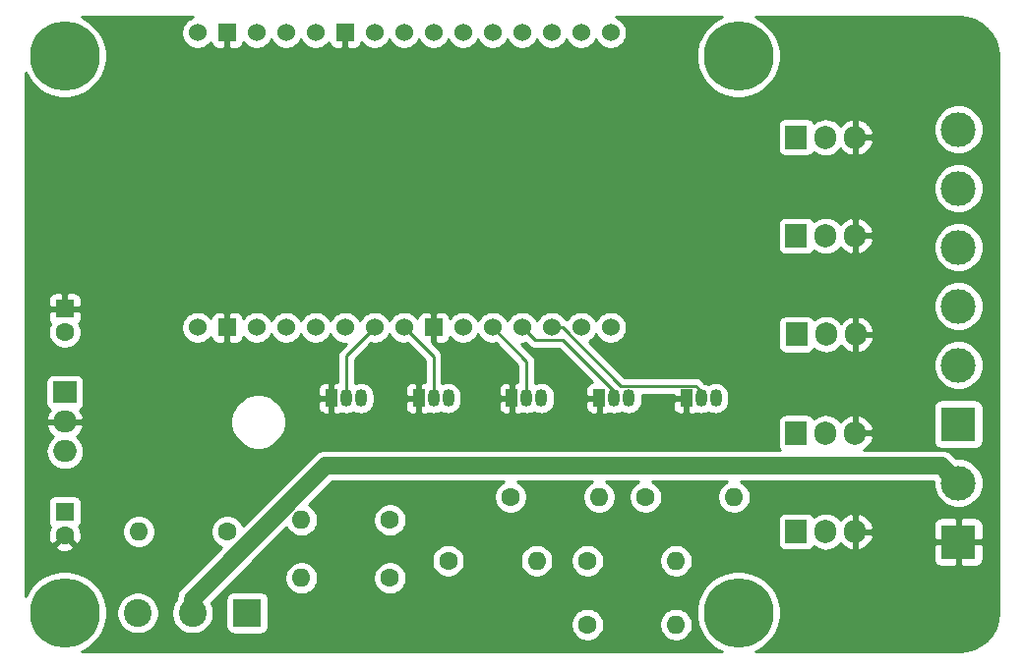
<source format=gbr>
%TF.GenerationSoftware,KiCad,Pcbnew,5.1.10-88a1d61d58~90~ubuntu20.04.1*%
%TF.CreationDate,2021-10-06T22:46:20-04:00*%
%TF.ProjectId,jrgbwww24,6a726762-7777-4773-9234-2e6b69636164,rev?*%
%TF.SameCoordinates,Original*%
%TF.FileFunction,Copper,L2,Bot*%
%TF.FilePolarity,Positive*%
%FSLAX46Y46*%
G04 Gerber Fmt 4.6, Leading zero omitted, Abs format (unit mm)*
G04 Created by KiCad (PCBNEW 5.1.10-88a1d61d58~90~ubuntu20.04.1) date 2021-10-06 22:46:20*
%MOMM*%
%LPD*%
G01*
G04 APERTURE LIST*
%TA.AperFunction,ComponentPad*%
%ADD10O,1.905000X2.000000*%
%TD*%
%TA.AperFunction,ComponentPad*%
%ADD11R,1.905000X2.000000*%
%TD*%
%TA.AperFunction,ComponentPad*%
%ADD12C,6.000000*%
%TD*%
%TA.AperFunction,ComponentPad*%
%ADD13C,2.400000*%
%TD*%
%TA.AperFunction,ComponentPad*%
%ADD14R,2.400000X2.400000*%
%TD*%
%TA.AperFunction,ComponentPad*%
%ADD15C,1.524000*%
%TD*%
%TA.AperFunction,ComponentPad*%
%ADD16R,1.524000X1.524000*%
%TD*%
%TA.AperFunction,ComponentPad*%
%ADD17O,2.000000X1.905000*%
%TD*%
%TA.AperFunction,ComponentPad*%
%ADD18R,2.000000X1.905000*%
%TD*%
%TA.AperFunction,ComponentPad*%
%ADD19O,1.600000X1.600000*%
%TD*%
%TA.AperFunction,ComponentPad*%
%ADD20C,1.600000*%
%TD*%
%TA.AperFunction,ComponentPad*%
%ADD21R,1.050000X1.500000*%
%TD*%
%TA.AperFunction,ComponentPad*%
%ADD22O,1.050000X1.500000*%
%TD*%
%TA.AperFunction,ComponentPad*%
%ADD23C,3.000000*%
%TD*%
%TA.AperFunction,ComponentPad*%
%ADD24R,3.000000X3.000000*%
%TD*%
%TA.AperFunction,ComponentPad*%
%ADD25R,1.600000X1.600000*%
%TD*%
%TA.AperFunction,ViaPad*%
%ADD26C,0.800000*%
%TD*%
%TA.AperFunction,Conductor*%
%ADD27C,0.250000*%
%TD*%
%TA.AperFunction,Conductor*%
%ADD28C,1.500000*%
%TD*%
%TA.AperFunction,Conductor*%
%ADD29C,0.254000*%
%TD*%
%TA.AperFunction,Conductor*%
%ADD30C,0.100000*%
%TD*%
G04 APERTURE END LIST*
D10*
%TO.P,Q4,3*%
%TO.N,Earth*%
X162040000Y-105000000D03*
%TO.P,Q4,2*%
%TO.N,/R_GND*%
X159500000Y-105000000D03*
D11*
%TO.P,Q4,1*%
%TO.N,Net-(Q1-Pad3)*%
X156960000Y-105000000D03*
%TD*%
D10*
%TO.P,Q10,3*%
%TO.N,Earth*%
X162040000Y-71000000D03*
%TO.P,Q10,2*%
%TO.N,/WW_GND*%
X159500000Y-71000000D03*
D11*
%TO.P,Q10,1*%
%TO.N,Net-(Q10-Pad1)*%
X156960000Y-71000000D03*
%TD*%
D10*
%TO.P,Q9,3*%
%TO.N,Earth*%
X162040000Y-79500000D03*
%TO.P,Q9,2*%
%TO.N,/CW_GND*%
X159500000Y-79500000D03*
D11*
%TO.P,Q9,1*%
%TO.N,Net-(Q7-Pad3)*%
X156960000Y-79500000D03*
%TD*%
D10*
%TO.P,Q6,3*%
%TO.N,Earth*%
X162080000Y-88000000D03*
%TO.P,Q6,2*%
%TO.N,/B_GND*%
X159540000Y-88000000D03*
D11*
%TO.P,Q6,1*%
%TO.N,Net-(Q3-Pad3)*%
X157000000Y-88000000D03*
%TD*%
D10*
%TO.P,Q5,3*%
%TO.N,Earth*%
X162040000Y-96500000D03*
%TO.P,Q5,2*%
%TO.N,/G_GND*%
X159500000Y-96500000D03*
D11*
%TO.P,Q5,1*%
%TO.N,Net-(Q2-Pad3)*%
X156960000Y-96500000D03*
%TD*%
D12*
%TO.P,REF\u002A\u002A,1*%
%TO.N,N/C*%
X152000000Y-64000000D03*
%TD*%
%TO.P,REF\u002A\u002A,1*%
%TO.N,N/C*%
X152000000Y-112000000D03*
%TD*%
%TO.P,REF\u002A\u002A,1*%
%TO.N,N/C*%
X94000000Y-112000000D03*
%TD*%
%TO.P,REF\u002A\u002A,1*%
%TO.N,N/C*%
X94000000Y-64000000D03*
%TD*%
D13*
%TO.P,SW1,3*%
%TO.N,Net-(SW1-Pad3)*%
X100300000Y-112000000D03*
%TO.P,SW1,2*%
%TO.N,VDD*%
X105000000Y-112000000D03*
D14*
%TO.P,SW1,1*%
%TO.N,+24V*%
X109700000Y-112000000D03*
%TD*%
D15*
%TO.P,U1,30*%
%TO.N,Net-(U1-Pad30)*%
X105440000Y-87400000D03*
D16*
%TO.P,U1,29*%
%TO.N,Earth*%
X107980000Y-87400000D03*
D15*
%TO.P,U1,28*%
%TO.N,N/C*%
X110520000Y-87400000D03*
%TO.P,U1,27*%
%TO.N,Net-(U1-Pad27)*%
X113060000Y-87400000D03*
%TO.P,U1,26*%
%TO.N,Net-(U1-Pad26)*%
X115600000Y-87400000D03*
%TO.P,U1,25*%
%TO.N,Net-(U1-Pad25)*%
X118140000Y-87400000D03*
%TO.P,U1,24*%
%TO.N,/WW_SIGNAL*%
X120680000Y-87400000D03*
%TO.P,U1,23*%
%TO.N,/CW_SIGNAL*%
X123220000Y-87400000D03*
D16*
%TO.P,U1,22*%
%TO.N,Earth*%
X125760000Y-87400000D03*
D15*
%TO.P,U1,21*%
%TO.N,Net-(U1-Pad21)*%
X128300000Y-87400000D03*
%TO.P,U1,20*%
%TO.N,/B_SIGNAL*%
X130840000Y-87400000D03*
%TO.P,U1,19*%
%TO.N,/G_SIGNAL*%
X133380000Y-87400000D03*
%TO.P,U1,18*%
%TO.N,/R_SIGNAL*%
X135920000Y-87400000D03*
%TO.P,U1,17*%
%TO.N,Net-(U1-Pad17)*%
X138460000Y-87400000D03*
%TO.P,U1,16*%
%TO.N,Net-(U1-Pad16)*%
X141000000Y-87400000D03*
%TO.P,U1,15*%
%TO.N,+5V*%
X105440000Y-62000000D03*
D16*
%TO.P,U1,14*%
%TO.N,Earth*%
X107980000Y-62000000D03*
D15*
%TO.P,U1,13*%
%TO.N,Net-(U1-Pad13)*%
X110520000Y-62000000D03*
%TO.P,U1,12*%
%TO.N,Net-(U1-Pad12)*%
X113060000Y-62000000D03*
%TO.P,U1,11*%
%TO.N,Net-(U1-Pad11)*%
X115600000Y-62000000D03*
D16*
%TO.P,U1,10*%
%TO.N,Earth*%
X118140000Y-62000000D03*
D15*
%TO.P,U1,9*%
%TO.N,Net-(U1-Pad9)*%
X120680000Y-62000000D03*
%TO.P,U1,8*%
%TO.N,Net-(U1-Pad8)*%
X123220000Y-62000000D03*
%TO.P,U1,7*%
%TO.N,Net-(U1-Pad7)*%
X125760000Y-62000000D03*
%TO.P,U1,6*%
%TO.N,Net-(U1-Pad6)*%
X128300000Y-62000000D03*
%TO.P,U1,5*%
%TO.N,Net-(U1-Pad5)*%
X130840000Y-62000000D03*
%TO.P,U1,4*%
%TO.N,Net-(U1-Pad4)*%
X133380000Y-62000000D03*
%TO.P,U1,3*%
%TO.N,Net-(U1-Pad3)*%
X135920000Y-62000000D03*
%TO.P,U1,2*%
%TO.N,Net-(U1-Pad2)*%
X138460000Y-62000000D03*
%TO.P,U1,1*%
%TO.N,Net-(U1-Pad1)*%
X141000000Y-62000000D03*
%TD*%
D17*
%TO.P,U2,3*%
%TO.N,+5V*%
X94000000Y-98080000D03*
%TO.P,U2,2*%
%TO.N,Earth*%
X94000000Y-95540000D03*
D18*
%TO.P,U2,1*%
%TO.N,+24V*%
X94000000Y-93000000D03*
%TD*%
D19*
%TO.P,R8,2*%
%TO.N,+24V*%
X114380000Y-109000000D03*
D20*
%TO.P,R8,1*%
%TO.N,Net-(D3-Pad2)*%
X122000000Y-109000000D03*
%TD*%
D19*
%TO.P,R7,2*%
%TO.N,+5V*%
X114380000Y-104000000D03*
D20*
%TO.P,R7,1*%
%TO.N,Net-(D2-Pad2)*%
X122000000Y-104000000D03*
%TD*%
D19*
%TO.P,R6,2*%
%TO.N,VDD*%
X100380000Y-105000000D03*
D20*
%TO.P,R6,1*%
%TO.N,Net-(D1-Pad2)*%
X108000000Y-105000000D03*
%TD*%
D19*
%TO.P,R5,2*%
%TO.N,Net-(Q10-Pad1)*%
X134620000Y-107500000D03*
D20*
%TO.P,R5,1*%
%TO.N,+24V*%
X127000000Y-107500000D03*
%TD*%
D19*
%TO.P,R4,2*%
%TO.N,Net-(Q7-Pad3)*%
X140000000Y-102000000D03*
D20*
%TO.P,R4,1*%
%TO.N,+24V*%
X132380000Y-102000000D03*
%TD*%
D19*
%TO.P,R3,2*%
%TO.N,Net-(Q3-Pad3)*%
X151620000Y-102000000D03*
D20*
%TO.P,R3,1*%
%TO.N,+24V*%
X144000000Y-102000000D03*
%TD*%
D19*
%TO.P,R2,2*%
%TO.N,Net-(Q2-Pad3)*%
X146620000Y-107500000D03*
D20*
%TO.P,R2,1*%
%TO.N,+24V*%
X139000000Y-107500000D03*
%TD*%
D19*
%TO.P,R1,2*%
%TO.N,Net-(Q1-Pad3)*%
X146620000Y-113000000D03*
D20*
%TO.P,R1,1*%
%TO.N,+24V*%
X139000000Y-113000000D03*
%TD*%
D21*
%TO.P,Q8,1*%
%TO.N,Earth*%
X116960000Y-93500000D03*
D22*
%TO.P,Q8,3*%
%TO.N,Net-(Q10-Pad1)*%
X119500000Y-93500000D03*
%TO.P,Q8,2*%
%TO.N,/WW_SIGNAL*%
X118230000Y-93500000D03*
%TD*%
D21*
%TO.P,Q7,1*%
%TO.N,Earth*%
X124460000Y-93500000D03*
D22*
%TO.P,Q7,3*%
%TO.N,Net-(Q7-Pad3)*%
X127000000Y-93500000D03*
%TO.P,Q7,2*%
%TO.N,/CW_SIGNAL*%
X125730000Y-93500000D03*
%TD*%
D21*
%TO.P,Q3,1*%
%TO.N,Earth*%
X132500000Y-93500000D03*
D22*
%TO.P,Q3,3*%
%TO.N,Net-(Q3-Pad3)*%
X135040000Y-93500000D03*
%TO.P,Q3,2*%
%TO.N,/B_SIGNAL*%
X133770000Y-93500000D03*
%TD*%
D21*
%TO.P,Q2,1*%
%TO.N,Earth*%
X140000000Y-93500000D03*
D22*
%TO.P,Q2,3*%
%TO.N,Net-(Q2-Pad3)*%
X142540000Y-93500000D03*
%TO.P,Q2,2*%
%TO.N,/G_SIGNAL*%
X141270000Y-93500000D03*
%TD*%
D21*
%TO.P,Q1,1*%
%TO.N,Earth*%
X147500000Y-93500000D03*
D22*
%TO.P,Q1,3*%
%TO.N,Net-(Q1-Pad3)*%
X150040000Y-93500000D03*
%TO.P,Q1,2*%
%TO.N,/R_SIGNAL*%
X148770000Y-93500000D03*
%TD*%
D23*
%TO.P,J2,6*%
%TO.N,/WW_GND*%
X170925300Y-70330600D03*
%TO.P,J2,5*%
%TO.N,/CW_GND*%
X170925300Y-75410600D03*
%TO.P,J2,4*%
%TO.N,/B_GND*%
X170925300Y-80490600D03*
D24*
%TO.P,J2,1*%
%TO.N,+24V*%
X170925300Y-95730600D03*
D23*
%TO.P,J2,3*%
%TO.N,/G_GND*%
X170925300Y-85570600D03*
%TO.P,J2,2*%
%TO.N,/R_GND*%
X170925300Y-90650600D03*
%TD*%
%TO.P,J1,2*%
%TO.N,VDD*%
X170925300Y-100810600D03*
D24*
%TO.P,J1,1*%
%TO.N,Earth*%
X170925300Y-105890600D03*
%TD*%
D20*
%TO.P,C2,2*%
%TO.N,Earth*%
X94000000Y-105300000D03*
D25*
%TO.P,C2,1*%
%TO.N,+5V*%
X94000000Y-103300000D03*
%TD*%
D20*
%TO.P,C1,2*%
%TO.N,+24V*%
X94000000Y-87800000D03*
D25*
%TO.P,C1,1*%
%TO.N,Earth*%
X94000000Y-85800000D03*
%TD*%
D26*
%TO.N,Earth*%
X118400000Y-114700000D03*
X124400000Y-114800000D03*
X130500000Y-114800000D03*
%TD*%
D27*
%TO.N,/R_SIGNAL*%
X148770000Y-92909998D02*
X148770000Y-93500000D01*
X148285001Y-92424999D02*
X148770000Y-92909998D01*
X141876237Y-92424999D02*
X148285001Y-92424999D01*
X136851238Y-87400000D02*
X141876237Y-92424999D01*
X135920000Y-87400000D02*
X136851238Y-87400000D01*
%TO.N,/G_SIGNAL*%
X141270000Y-92909998D02*
X141270000Y-93500000D01*
X136847003Y-88487001D02*
X141270000Y-92909998D01*
X134467001Y-88487001D02*
X136847003Y-88487001D01*
X133380000Y-87400000D02*
X134467001Y-88487001D01*
%TO.N,/B_SIGNAL*%
X133770000Y-90330000D02*
X133770000Y-93500000D01*
X130840000Y-87400000D02*
X133770000Y-90330000D01*
%TO.N,/CW_SIGNAL*%
X125730000Y-89910000D02*
X125730000Y-93500000D01*
X123220000Y-87400000D02*
X125730000Y-89910000D01*
%TO.N,/WW_SIGNAL*%
X118230000Y-89850000D02*
X118230000Y-93500000D01*
X120680000Y-87400000D02*
X118230000Y-89850000D01*
D28*
%TO.N,VDD*%
X105000000Y-110789998D02*
X105000000Y-112000000D01*
X116479397Y-99310601D02*
X105000000Y-110789998D01*
X169425301Y-99310601D02*
X116479397Y-99310601D01*
X170925300Y-100810600D02*
X169425301Y-99310601D01*
%TD*%
D29*
%TO.N,Earth*%
X104778273Y-60761995D02*
X104549465Y-60914880D01*
X104354880Y-61109465D01*
X104201995Y-61338273D01*
X104096686Y-61592510D01*
X104043000Y-61862408D01*
X104043000Y-62137592D01*
X104096686Y-62407490D01*
X104201995Y-62661727D01*
X104354880Y-62890535D01*
X104549465Y-63085120D01*
X104778273Y-63238005D01*
X105032510Y-63343314D01*
X105302408Y-63397000D01*
X105577592Y-63397000D01*
X105847490Y-63343314D01*
X106101727Y-63238005D01*
X106330535Y-63085120D01*
X106525120Y-62890535D01*
X106583920Y-62802535D01*
X106592188Y-62886482D01*
X106628498Y-63006180D01*
X106687463Y-63116494D01*
X106766815Y-63213185D01*
X106863506Y-63292537D01*
X106973820Y-63351502D01*
X107093518Y-63387812D01*
X107218000Y-63400072D01*
X107694250Y-63397000D01*
X107853000Y-63238250D01*
X107853000Y-62127000D01*
X107833000Y-62127000D01*
X107833000Y-61873000D01*
X107853000Y-61873000D01*
X107853000Y-61853000D01*
X108107000Y-61853000D01*
X108107000Y-61873000D01*
X108127000Y-61873000D01*
X108127000Y-62127000D01*
X108107000Y-62127000D01*
X108107000Y-63238250D01*
X108265750Y-63397000D01*
X108742000Y-63400072D01*
X108866482Y-63387812D01*
X108986180Y-63351502D01*
X109096494Y-63292537D01*
X109193185Y-63213185D01*
X109272537Y-63116494D01*
X109331502Y-63006180D01*
X109367812Y-62886482D01*
X109376080Y-62802535D01*
X109434880Y-62890535D01*
X109629465Y-63085120D01*
X109858273Y-63238005D01*
X110112510Y-63343314D01*
X110382408Y-63397000D01*
X110657592Y-63397000D01*
X110927490Y-63343314D01*
X111181727Y-63238005D01*
X111410535Y-63085120D01*
X111605120Y-62890535D01*
X111758005Y-62661727D01*
X111790000Y-62584485D01*
X111821995Y-62661727D01*
X111974880Y-62890535D01*
X112169465Y-63085120D01*
X112398273Y-63238005D01*
X112652510Y-63343314D01*
X112922408Y-63397000D01*
X113197592Y-63397000D01*
X113467490Y-63343314D01*
X113721727Y-63238005D01*
X113950535Y-63085120D01*
X114145120Y-62890535D01*
X114298005Y-62661727D01*
X114330000Y-62584485D01*
X114361995Y-62661727D01*
X114514880Y-62890535D01*
X114709465Y-63085120D01*
X114938273Y-63238005D01*
X115192510Y-63343314D01*
X115462408Y-63397000D01*
X115737592Y-63397000D01*
X116007490Y-63343314D01*
X116261727Y-63238005D01*
X116490535Y-63085120D01*
X116685120Y-62890535D01*
X116743920Y-62802535D01*
X116752188Y-62886482D01*
X116788498Y-63006180D01*
X116847463Y-63116494D01*
X116926815Y-63213185D01*
X117023506Y-63292537D01*
X117133820Y-63351502D01*
X117253518Y-63387812D01*
X117378000Y-63400072D01*
X117854250Y-63397000D01*
X118013000Y-63238250D01*
X118013000Y-62127000D01*
X117993000Y-62127000D01*
X117993000Y-61873000D01*
X118013000Y-61873000D01*
X118013000Y-61853000D01*
X118267000Y-61853000D01*
X118267000Y-61873000D01*
X118287000Y-61873000D01*
X118287000Y-62127000D01*
X118267000Y-62127000D01*
X118267000Y-63238250D01*
X118425750Y-63397000D01*
X118902000Y-63400072D01*
X119026482Y-63387812D01*
X119146180Y-63351502D01*
X119256494Y-63292537D01*
X119353185Y-63213185D01*
X119432537Y-63116494D01*
X119491502Y-63006180D01*
X119527812Y-62886482D01*
X119536080Y-62802535D01*
X119594880Y-62890535D01*
X119789465Y-63085120D01*
X120018273Y-63238005D01*
X120272510Y-63343314D01*
X120542408Y-63397000D01*
X120817592Y-63397000D01*
X121087490Y-63343314D01*
X121341727Y-63238005D01*
X121570535Y-63085120D01*
X121765120Y-62890535D01*
X121918005Y-62661727D01*
X121950000Y-62584485D01*
X121981995Y-62661727D01*
X122134880Y-62890535D01*
X122329465Y-63085120D01*
X122558273Y-63238005D01*
X122812510Y-63343314D01*
X123082408Y-63397000D01*
X123357592Y-63397000D01*
X123627490Y-63343314D01*
X123881727Y-63238005D01*
X124110535Y-63085120D01*
X124305120Y-62890535D01*
X124458005Y-62661727D01*
X124490000Y-62584485D01*
X124521995Y-62661727D01*
X124674880Y-62890535D01*
X124869465Y-63085120D01*
X125098273Y-63238005D01*
X125352510Y-63343314D01*
X125622408Y-63397000D01*
X125897592Y-63397000D01*
X126167490Y-63343314D01*
X126421727Y-63238005D01*
X126650535Y-63085120D01*
X126845120Y-62890535D01*
X126998005Y-62661727D01*
X127030000Y-62584485D01*
X127061995Y-62661727D01*
X127214880Y-62890535D01*
X127409465Y-63085120D01*
X127638273Y-63238005D01*
X127892510Y-63343314D01*
X128162408Y-63397000D01*
X128437592Y-63397000D01*
X128707490Y-63343314D01*
X128961727Y-63238005D01*
X129190535Y-63085120D01*
X129385120Y-62890535D01*
X129538005Y-62661727D01*
X129570000Y-62584485D01*
X129601995Y-62661727D01*
X129754880Y-62890535D01*
X129949465Y-63085120D01*
X130178273Y-63238005D01*
X130432510Y-63343314D01*
X130702408Y-63397000D01*
X130977592Y-63397000D01*
X131247490Y-63343314D01*
X131501727Y-63238005D01*
X131730535Y-63085120D01*
X131925120Y-62890535D01*
X132078005Y-62661727D01*
X132110000Y-62584485D01*
X132141995Y-62661727D01*
X132294880Y-62890535D01*
X132489465Y-63085120D01*
X132718273Y-63238005D01*
X132972510Y-63343314D01*
X133242408Y-63397000D01*
X133517592Y-63397000D01*
X133787490Y-63343314D01*
X134041727Y-63238005D01*
X134270535Y-63085120D01*
X134465120Y-62890535D01*
X134618005Y-62661727D01*
X134650000Y-62584485D01*
X134681995Y-62661727D01*
X134834880Y-62890535D01*
X135029465Y-63085120D01*
X135258273Y-63238005D01*
X135512510Y-63343314D01*
X135782408Y-63397000D01*
X136057592Y-63397000D01*
X136327490Y-63343314D01*
X136581727Y-63238005D01*
X136810535Y-63085120D01*
X137005120Y-62890535D01*
X137158005Y-62661727D01*
X137190000Y-62584485D01*
X137221995Y-62661727D01*
X137374880Y-62890535D01*
X137569465Y-63085120D01*
X137798273Y-63238005D01*
X138052510Y-63343314D01*
X138322408Y-63397000D01*
X138597592Y-63397000D01*
X138867490Y-63343314D01*
X139121727Y-63238005D01*
X139350535Y-63085120D01*
X139545120Y-62890535D01*
X139698005Y-62661727D01*
X139730000Y-62584485D01*
X139761995Y-62661727D01*
X139914880Y-62890535D01*
X140109465Y-63085120D01*
X140338273Y-63238005D01*
X140592510Y-63343314D01*
X140862408Y-63397000D01*
X141137592Y-63397000D01*
X141407490Y-63343314D01*
X141661727Y-63238005D01*
X141890535Y-63085120D01*
X142085120Y-62890535D01*
X142238005Y-62661727D01*
X142343314Y-62407490D01*
X142397000Y-62137592D01*
X142397000Y-61862408D01*
X142343314Y-61592510D01*
X142238005Y-61338273D01*
X142085120Y-61109465D01*
X141890535Y-60914880D01*
X141661727Y-60761995D01*
X141415491Y-60660000D01*
X150564761Y-60660000D01*
X150278182Y-60778705D01*
X149682823Y-61176511D01*
X149176511Y-61682823D01*
X148778705Y-62278182D01*
X148504691Y-62939710D01*
X148365000Y-63641984D01*
X148365000Y-64358016D01*
X148504691Y-65060290D01*
X148778705Y-65721818D01*
X149176511Y-66317177D01*
X149682823Y-66823489D01*
X150278182Y-67221295D01*
X150939710Y-67495309D01*
X151641984Y-67635000D01*
X152358016Y-67635000D01*
X153060290Y-67495309D01*
X153721818Y-67221295D01*
X154317177Y-66823489D01*
X154823489Y-66317177D01*
X155221295Y-65721818D01*
X155495309Y-65060290D01*
X155635000Y-64358016D01*
X155635000Y-63641984D01*
X155495309Y-62939710D01*
X155221295Y-62278182D01*
X154823489Y-61682823D01*
X154317177Y-61176511D01*
X153721818Y-60778705D01*
X153435239Y-60660000D01*
X170967722Y-60660000D01*
X171648126Y-60726714D01*
X172271572Y-60914943D01*
X172846579Y-61220681D01*
X173351247Y-61632279D01*
X173766362Y-62134067D01*
X174076105Y-62706924D01*
X174268682Y-63329039D01*
X174340000Y-64007584D01*
X174340001Y-111967711D01*
X174273286Y-112648126D01*
X174085057Y-113271570D01*
X173779323Y-113846573D01*
X173367721Y-114351248D01*
X172865933Y-114766362D01*
X172293077Y-115076104D01*
X171670961Y-115268682D01*
X170992417Y-115340000D01*
X153435239Y-115340000D01*
X153721818Y-115221295D01*
X154317177Y-114823489D01*
X154823489Y-114317177D01*
X155221295Y-113721818D01*
X155495309Y-113060290D01*
X155635000Y-112358016D01*
X155635000Y-111641984D01*
X155495309Y-110939710D01*
X155221295Y-110278182D01*
X154823489Y-109682823D01*
X154317177Y-109176511D01*
X153721818Y-108778705D01*
X153060290Y-108504691D01*
X152358016Y-108365000D01*
X151641984Y-108365000D01*
X150939710Y-108504691D01*
X150278182Y-108778705D01*
X149682823Y-109176511D01*
X149176511Y-109682823D01*
X148778705Y-110278182D01*
X148504691Y-110939710D01*
X148365000Y-111641984D01*
X148365000Y-112358016D01*
X148504691Y-113060290D01*
X148778705Y-113721818D01*
X149176511Y-114317177D01*
X149682823Y-114823489D01*
X150278182Y-115221295D01*
X150564761Y-115340000D01*
X95435239Y-115340000D01*
X95721818Y-115221295D01*
X96317177Y-114823489D01*
X96823489Y-114317177D01*
X97221295Y-113721818D01*
X97495309Y-113060290D01*
X97635000Y-112358016D01*
X97635000Y-111819268D01*
X98465000Y-111819268D01*
X98465000Y-112180732D01*
X98535518Y-112535250D01*
X98673844Y-112869199D01*
X98874662Y-113169744D01*
X99130256Y-113425338D01*
X99430801Y-113626156D01*
X99764750Y-113764482D01*
X100119268Y-113835000D01*
X100480732Y-113835000D01*
X100835250Y-113764482D01*
X101169199Y-113626156D01*
X101469744Y-113425338D01*
X101725338Y-113169744D01*
X101926156Y-112869199D01*
X102064482Y-112535250D01*
X102135000Y-112180732D01*
X102135000Y-111819268D01*
X103165000Y-111819268D01*
X103165000Y-112180732D01*
X103235518Y-112535250D01*
X103373844Y-112869199D01*
X103574662Y-113169744D01*
X103830256Y-113425338D01*
X104130801Y-113626156D01*
X104464750Y-113764482D01*
X104819268Y-113835000D01*
X105180732Y-113835000D01*
X105535250Y-113764482D01*
X105869199Y-113626156D01*
X106169744Y-113425338D01*
X106425338Y-113169744D01*
X106626156Y-112869199D01*
X106764482Y-112535250D01*
X106835000Y-112180732D01*
X106835000Y-111819268D01*
X106764482Y-111464750D01*
X106626156Y-111130801D01*
X106622842Y-111125841D01*
X106948683Y-110800000D01*
X107861928Y-110800000D01*
X107861928Y-113200000D01*
X107874188Y-113324482D01*
X107910498Y-113444180D01*
X107969463Y-113554494D01*
X108048815Y-113651185D01*
X108145506Y-113730537D01*
X108255820Y-113789502D01*
X108375518Y-113825812D01*
X108500000Y-113838072D01*
X110900000Y-113838072D01*
X111024482Y-113825812D01*
X111144180Y-113789502D01*
X111254494Y-113730537D01*
X111351185Y-113651185D01*
X111430537Y-113554494D01*
X111489502Y-113444180D01*
X111525812Y-113324482D01*
X111538072Y-113200000D01*
X111538072Y-112858665D01*
X137565000Y-112858665D01*
X137565000Y-113141335D01*
X137620147Y-113418574D01*
X137728320Y-113679727D01*
X137885363Y-113914759D01*
X138085241Y-114114637D01*
X138320273Y-114271680D01*
X138581426Y-114379853D01*
X138858665Y-114435000D01*
X139141335Y-114435000D01*
X139418574Y-114379853D01*
X139679727Y-114271680D01*
X139914759Y-114114637D01*
X140114637Y-113914759D01*
X140271680Y-113679727D01*
X140379853Y-113418574D01*
X140435000Y-113141335D01*
X140435000Y-112858665D01*
X145185000Y-112858665D01*
X145185000Y-113141335D01*
X145240147Y-113418574D01*
X145348320Y-113679727D01*
X145505363Y-113914759D01*
X145705241Y-114114637D01*
X145940273Y-114271680D01*
X146201426Y-114379853D01*
X146478665Y-114435000D01*
X146761335Y-114435000D01*
X147038574Y-114379853D01*
X147299727Y-114271680D01*
X147534759Y-114114637D01*
X147734637Y-113914759D01*
X147891680Y-113679727D01*
X147999853Y-113418574D01*
X148055000Y-113141335D01*
X148055000Y-112858665D01*
X147999853Y-112581426D01*
X147891680Y-112320273D01*
X147734637Y-112085241D01*
X147534759Y-111885363D01*
X147299727Y-111728320D01*
X147038574Y-111620147D01*
X146761335Y-111565000D01*
X146478665Y-111565000D01*
X146201426Y-111620147D01*
X145940273Y-111728320D01*
X145705241Y-111885363D01*
X145505363Y-112085241D01*
X145348320Y-112320273D01*
X145240147Y-112581426D01*
X145185000Y-112858665D01*
X140435000Y-112858665D01*
X140379853Y-112581426D01*
X140271680Y-112320273D01*
X140114637Y-112085241D01*
X139914759Y-111885363D01*
X139679727Y-111728320D01*
X139418574Y-111620147D01*
X139141335Y-111565000D01*
X138858665Y-111565000D01*
X138581426Y-111620147D01*
X138320273Y-111728320D01*
X138085241Y-111885363D01*
X137885363Y-112085241D01*
X137728320Y-112320273D01*
X137620147Y-112581426D01*
X137565000Y-112858665D01*
X111538072Y-112858665D01*
X111538072Y-110800000D01*
X111525812Y-110675518D01*
X111489502Y-110555820D01*
X111430537Y-110445506D01*
X111351185Y-110348815D01*
X111254494Y-110269463D01*
X111144180Y-110210498D01*
X111024482Y-110174188D01*
X110900000Y-110161928D01*
X108500000Y-110161928D01*
X108375518Y-110174188D01*
X108255820Y-110210498D01*
X108145506Y-110269463D01*
X108048815Y-110348815D01*
X107969463Y-110445506D01*
X107910498Y-110555820D01*
X107874188Y-110675518D01*
X107861928Y-110800000D01*
X106948683Y-110800000D01*
X108890018Y-108858665D01*
X112945000Y-108858665D01*
X112945000Y-109141335D01*
X113000147Y-109418574D01*
X113108320Y-109679727D01*
X113265363Y-109914759D01*
X113465241Y-110114637D01*
X113700273Y-110271680D01*
X113961426Y-110379853D01*
X114238665Y-110435000D01*
X114521335Y-110435000D01*
X114798574Y-110379853D01*
X115059727Y-110271680D01*
X115294759Y-110114637D01*
X115494637Y-109914759D01*
X115651680Y-109679727D01*
X115759853Y-109418574D01*
X115815000Y-109141335D01*
X115815000Y-108858665D01*
X120565000Y-108858665D01*
X120565000Y-109141335D01*
X120620147Y-109418574D01*
X120728320Y-109679727D01*
X120885363Y-109914759D01*
X121085241Y-110114637D01*
X121320273Y-110271680D01*
X121581426Y-110379853D01*
X121858665Y-110435000D01*
X122141335Y-110435000D01*
X122418574Y-110379853D01*
X122679727Y-110271680D01*
X122914759Y-110114637D01*
X123114637Y-109914759D01*
X123271680Y-109679727D01*
X123379853Y-109418574D01*
X123435000Y-109141335D01*
X123435000Y-108858665D01*
X123379853Y-108581426D01*
X123271680Y-108320273D01*
X123114637Y-108085241D01*
X122914759Y-107885363D01*
X122679727Y-107728320D01*
X122418574Y-107620147D01*
X122141335Y-107565000D01*
X121858665Y-107565000D01*
X121581426Y-107620147D01*
X121320273Y-107728320D01*
X121085241Y-107885363D01*
X120885363Y-108085241D01*
X120728320Y-108320273D01*
X120620147Y-108581426D01*
X120565000Y-108858665D01*
X115815000Y-108858665D01*
X115759853Y-108581426D01*
X115651680Y-108320273D01*
X115494637Y-108085241D01*
X115294759Y-107885363D01*
X115059727Y-107728320D01*
X114798574Y-107620147D01*
X114521335Y-107565000D01*
X114238665Y-107565000D01*
X113961426Y-107620147D01*
X113700273Y-107728320D01*
X113465241Y-107885363D01*
X113265363Y-108085241D01*
X113108320Y-108320273D01*
X113000147Y-108581426D01*
X112945000Y-108858665D01*
X108890018Y-108858665D01*
X110390018Y-107358665D01*
X125565000Y-107358665D01*
X125565000Y-107641335D01*
X125620147Y-107918574D01*
X125728320Y-108179727D01*
X125885363Y-108414759D01*
X126085241Y-108614637D01*
X126320273Y-108771680D01*
X126581426Y-108879853D01*
X126858665Y-108935000D01*
X127141335Y-108935000D01*
X127418574Y-108879853D01*
X127679727Y-108771680D01*
X127914759Y-108614637D01*
X128114637Y-108414759D01*
X128271680Y-108179727D01*
X128379853Y-107918574D01*
X128435000Y-107641335D01*
X128435000Y-107358665D01*
X133185000Y-107358665D01*
X133185000Y-107641335D01*
X133240147Y-107918574D01*
X133348320Y-108179727D01*
X133505363Y-108414759D01*
X133705241Y-108614637D01*
X133940273Y-108771680D01*
X134201426Y-108879853D01*
X134478665Y-108935000D01*
X134761335Y-108935000D01*
X135038574Y-108879853D01*
X135299727Y-108771680D01*
X135534759Y-108614637D01*
X135734637Y-108414759D01*
X135891680Y-108179727D01*
X135999853Y-107918574D01*
X136055000Y-107641335D01*
X136055000Y-107358665D01*
X137565000Y-107358665D01*
X137565000Y-107641335D01*
X137620147Y-107918574D01*
X137728320Y-108179727D01*
X137885363Y-108414759D01*
X138085241Y-108614637D01*
X138320273Y-108771680D01*
X138581426Y-108879853D01*
X138858665Y-108935000D01*
X139141335Y-108935000D01*
X139418574Y-108879853D01*
X139679727Y-108771680D01*
X139914759Y-108614637D01*
X140114637Y-108414759D01*
X140271680Y-108179727D01*
X140379853Y-107918574D01*
X140435000Y-107641335D01*
X140435000Y-107358665D01*
X145185000Y-107358665D01*
X145185000Y-107641335D01*
X145240147Y-107918574D01*
X145348320Y-108179727D01*
X145505363Y-108414759D01*
X145705241Y-108614637D01*
X145940273Y-108771680D01*
X146201426Y-108879853D01*
X146478665Y-108935000D01*
X146761335Y-108935000D01*
X147038574Y-108879853D01*
X147299727Y-108771680D01*
X147534759Y-108614637D01*
X147734637Y-108414759D01*
X147891680Y-108179727D01*
X147999853Y-107918574D01*
X148055000Y-107641335D01*
X148055000Y-107390600D01*
X168787228Y-107390600D01*
X168799488Y-107515082D01*
X168835798Y-107634780D01*
X168894763Y-107745094D01*
X168974115Y-107841785D01*
X169070806Y-107921137D01*
X169181120Y-107980102D01*
X169300818Y-108016412D01*
X169425300Y-108028672D01*
X170639550Y-108025600D01*
X170798300Y-107866850D01*
X170798300Y-106017600D01*
X171052300Y-106017600D01*
X171052300Y-107866850D01*
X171211050Y-108025600D01*
X172425300Y-108028672D01*
X172549782Y-108016412D01*
X172669480Y-107980102D01*
X172779794Y-107921137D01*
X172876485Y-107841785D01*
X172955837Y-107745094D01*
X173014802Y-107634780D01*
X173051112Y-107515082D01*
X173063372Y-107390600D01*
X173060300Y-106176350D01*
X172901550Y-106017600D01*
X171052300Y-106017600D01*
X170798300Y-106017600D01*
X168949050Y-106017600D01*
X168790300Y-106176350D01*
X168787228Y-107390600D01*
X148055000Y-107390600D01*
X148055000Y-107358665D01*
X147999853Y-107081426D01*
X147891680Y-106820273D01*
X147734637Y-106585241D01*
X147534759Y-106385363D01*
X147299727Y-106228320D01*
X147038574Y-106120147D01*
X146761335Y-106065000D01*
X146478665Y-106065000D01*
X146201426Y-106120147D01*
X145940273Y-106228320D01*
X145705241Y-106385363D01*
X145505363Y-106585241D01*
X145348320Y-106820273D01*
X145240147Y-107081426D01*
X145185000Y-107358665D01*
X140435000Y-107358665D01*
X140379853Y-107081426D01*
X140271680Y-106820273D01*
X140114637Y-106585241D01*
X139914759Y-106385363D01*
X139679727Y-106228320D01*
X139418574Y-106120147D01*
X139141335Y-106065000D01*
X138858665Y-106065000D01*
X138581426Y-106120147D01*
X138320273Y-106228320D01*
X138085241Y-106385363D01*
X137885363Y-106585241D01*
X137728320Y-106820273D01*
X137620147Y-107081426D01*
X137565000Y-107358665D01*
X136055000Y-107358665D01*
X135999853Y-107081426D01*
X135891680Y-106820273D01*
X135734637Y-106585241D01*
X135534759Y-106385363D01*
X135299727Y-106228320D01*
X135038574Y-106120147D01*
X134761335Y-106065000D01*
X134478665Y-106065000D01*
X134201426Y-106120147D01*
X133940273Y-106228320D01*
X133705241Y-106385363D01*
X133505363Y-106585241D01*
X133348320Y-106820273D01*
X133240147Y-107081426D01*
X133185000Y-107358665D01*
X128435000Y-107358665D01*
X128379853Y-107081426D01*
X128271680Y-106820273D01*
X128114637Y-106585241D01*
X127914759Y-106385363D01*
X127679727Y-106228320D01*
X127418574Y-106120147D01*
X127141335Y-106065000D01*
X126858665Y-106065000D01*
X126581426Y-106120147D01*
X126320273Y-106228320D01*
X126085241Y-106385363D01*
X125885363Y-106585241D01*
X125728320Y-106820273D01*
X125620147Y-107081426D01*
X125565000Y-107358665D01*
X110390018Y-107358665D01*
X113096791Y-104651893D01*
X113108320Y-104679727D01*
X113265363Y-104914759D01*
X113465241Y-105114637D01*
X113700273Y-105271680D01*
X113961426Y-105379853D01*
X114238665Y-105435000D01*
X114521335Y-105435000D01*
X114798574Y-105379853D01*
X115059727Y-105271680D01*
X115294759Y-105114637D01*
X115494637Y-104914759D01*
X115651680Y-104679727D01*
X115759853Y-104418574D01*
X115815000Y-104141335D01*
X115815000Y-103858665D01*
X120565000Y-103858665D01*
X120565000Y-104141335D01*
X120620147Y-104418574D01*
X120728320Y-104679727D01*
X120885363Y-104914759D01*
X121085241Y-105114637D01*
X121320273Y-105271680D01*
X121581426Y-105379853D01*
X121858665Y-105435000D01*
X122141335Y-105435000D01*
X122418574Y-105379853D01*
X122679727Y-105271680D01*
X122914759Y-105114637D01*
X123114637Y-104914759D01*
X123271680Y-104679727D01*
X123379853Y-104418574D01*
X123435000Y-104141335D01*
X123435000Y-104000000D01*
X155369428Y-104000000D01*
X155369428Y-106000000D01*
X155381688Y-106124482D01*
X155417998Y-106244180D01*
X155476963Y-106354494D01*
X155556315Y-106451185D01*
X155653006Y-106530537D01*
X155763320Y-106589502D01*
X155883018Y-106625812D01*
X156007500Y-106638072D01*
X157912500Y-106638072D01*
X158036982Y-106625812D01*
X158156680Y-106589502D01*
X158266994Y-106530537D01*
X158363685Y-106451185D01*
X158443037Y-106354494D01*
X158487905Y-106270553D01*
X158613766Y-106373845D01*
X158889552Y-106521255D01*
X159188797Y-106612030D01*
X159500000Y-106642681D01*
X159811204Y-106612030D01*
X160110449Y-106521255D01*
X160386235Y-106373845D01*
X160627963Y-106175463D01*
X160775162Y-105996100D01*
X160930563Y-106181315D01*
X161173077Y-106375969D01*
X161448906Y-106519571D01*
X161667020Y-106590563D01*
X161913000Y-106470594D01*
X161913000Y-105127000D01*
X162167000Y-105127000D01*
X162167000Y-106470594D01*
X162412980Y-106590563D01*
X162631094Y-106519571D01*
X162906923Y-106375969D01*
X163149437Y-106181315D01*
X163349316Y-105943089D01*
X163498879Y-105670446D01*
X163592378Y-105373863D01*
X163465570Y-105127000D01*
X162167000Y-105127000D01*
X161913000Y-105127000D01*
X161893000Y-105127000D01*
X161893000Y-104873000D01*
X161913000Y-104873000D01*
X161913000Y-103529406D01*
X162167000Y-103529406D01*
X162167000Y-104873000D01*
X163465570Y-104873000D01*
X163592378Y-104626137D01*
X163518125Y-104390600D01*
X168787228Y-104390600D01*
X168790300Y-105604850D01*
X168949050Y-105763600D01*
X170798300Y-105763600D01*
X170798300Y-103914350D01*
X171052300Y-103914350D01*
X171052300Y-105763600D01*
X172901550Y-105763600D01*
X173060300Y-105604850D01*
X173063372Y-104390600D01*
X173051112Y-104266118D01*
X173014802Y-104146420D01*
X172955837Y-104036106D01*
X172876485Y-103939415D01*
X172779794Y-103860063D01*
X172669480Y-103801098D01*
X172549782Y-103764788D01*
X172425300Y-103752528D01*
X171211050Y-103755600D01*
X171052300Y-103914350D01*
X170798300Y-103914350D01*
X170639550Y-103755600D01*
X169425300Y-103752528D01*
X169300818Y-103764788D01*
X169181120Y-103801098D01*
X169070806Y-103860063D01*
X168974115Y-103939415D01*
X168894763Y-104036106D01*
X168835798Y-104146420D01*
X168799488Y-104266118D01*
X168787228Y-104390600D01*
X163518125Y-104390600D01*
X163498879Y-104329554D01*
X163349316Y-104056911D01*
X163149437Y-103818685D01*
X162906923Y-103624031D01*
X162631094Y-103480429D01*
X162412980Y-103409437D01*
X162167000Y-103529406D01*
X161913000Y-103529406D01*
X161667020Y-103409437D01*
X161448906Y-103480429D01*
X161173077Y-103624031D01*
X160930563Y-103818685D01*
X160775163Y-104003899D01*
X160627963Y-103824537D01*
X160386234Y-103626155D01*
X160110448Y-103478745D01*
X159811203Y-103387970D01*
X159500000Y-103357319D01*
X159188796Y-103387970D01*
X158889551Y-103478745D01*
X158613765Y-103626155D01*
X158487905Y-103729446D01*
X158443037Y-103645506D01*
X158363685Y-103548815D01*
X158266994Y-103469463D01*
X158156680Y-103410498D01*
X158036982Y-103374188D01*
X157912500Y-103361928D01*
X156007500Y-103361928D01*
X155883018Y-103374188D01*
X155763320Y-103410498D01*
X155653006Y-103469463D01*
X155556315Y-103548815D01*
X155476963Y-103645506D01*
X155417998Y-103755820D01*
X155381688Y-103875518D01*
X155369428Y-104000000D01*
X123435000Y-104000000D01*
X123435000Y-103858665D01*
X123379853Y-103581426D01*
X123271680Y-103320273D01*
X123114637Y-103085241D01*
X122914759Y-102885363D01*
X122679727Y-102728320D01*
X122418574Y-102620147D01*
X122141335Y-102565000D01*
X121858665Y-102565000D01*
X121581426Y-102620147D01*
X121320273Y-102728320D01*
X121085241Y-102885363D01*
X120885363Y-103085241D01*
X120728320Y-103320273D01*
X120620147Y-103581426D01*
X120565000Y-103858665D01*
X115815000Y-103858665D01*
X115759853Y-103581426D01*
X115651680Y-103320273D01*
X115494637Y-103085241D01*
X115294759Y-102885363D01*
X115059727Y-102728320D01*
X115031893Y-102716791D01*
X117053083Y-100695601D01*
X131779264Y-100695601D01*
X131700273Y-100728320D01*
X131465241Y-100885363D01*
X131265363Y-101085241D01*
X131108320Y-101320273D01*
X131000147Y-101581426D01*
X130945000Y-101858665D01*
X130945000Y-102141335D01*
X131000147Y-102418574D01*
X131108320Y-102679727D01*
X131265363Y-102914759D01*
X131465241Y-103114637D01*
X131700273Y-103271680D01*
X131961426Y-103379853D01*
X132238665Y-103435000D01*
X132521335Y-103435000D01*
X132798574Y-103379853D01*
X133059727Y-103271680D01*
X133294759Y-103114637D01*
X133494637Y-102914759D01*
X133651680Y-102679727D01*
X133759853Y-102418574D01*
X133815000Y-102141335D01*
X133815000Y-101858665D01*
X133759853Y-101581426D01*
X133651680Y-101320273D01*
X133494637Y-101085241D01*
X133294759Y-100885363D01*
X133059727Y-100728320D01*
X132980736Y-100695601D01*
X139399264Y-100695601D01*
X139320273Y-100728320D01*
X139085241Y-100885363D01*
X138885363Y-101085241D01*
X138728320Y-101320273D01*
X138620147Y-101581426D01*
X138565000Y-101858665D01*
X138565000Y-102141335D01*
X138620147Y-102418574D01*
X138728320Y-102679727D01*
X138885363Y-102914759D01*
X139085241Y-103114637D01*
X139320273Y-103271680D01*
X139581426Y-103379853D01*
X139858665Y-103435000D01*
X140141335Y-103435000D01*
X140418574Y-103379853D01*
X140679727Y-103271680D01*
X140914759Y-103114637D01*
X141114637Y-102914759D01*
X141271680Y-102679727D01*
X141379853Y-102418574D01*
X141435000Y-102141335D01*
X141435000Y-101858665D01*
X141379853Y-101581426D01*
X141271680Y-101320273D01*
X141114637Y-101085241D01*
X140914759Y-100885363D01*
X140679727Y-100728320D01*
X140600736Y-100695601D01*
X143399264Y-100695601D01*
X143320273Y-100728320D01*
X143085241Y-100885363D01*
X142885363Y-101085241D01*
X142728320Y-101320273D01*
X142620147Y-101581426D01*
X142565000Y-101858665D01*
X142565000Y-102141335D01*
X142620147Y-102418574D01*
X142728320Y-102679727D01*
X142885363Y-102914759D01*
X143085241Y-103114637D01*
X143320273Y-103271680D01*
X143581426Y-103379853D01*
X143858665Y-103435000D01*
X144141335Y-103435000D01*
X144418574Y-103379853D01*
X144679727Y-103271680D01*
X144914759Y-103114637D01*
X145114637Y-102914759D01*
X145271680Y-102679727D01*
X145379853Y-102418574D01*
X145435000Y-102141335D01*
X145435000Y-101858665D01*
X145379853Y-101581426D01*
X145271680Y-101320273D01*
X145114637Y-101085241D01*
X144914759Y-100885363D01*
X144679727Y-100728320D01*
X144600736Y-100695601D01*
X151019264Y-100695601D01*
X150940273Y-100728320D01*
X150705241Y-100885363D01*
X150505363Y-101085241D01*
X150348320Y-101320273D01*
X150240147Y-101581426D01*
X150185000Y-101858665D01*
X150185000Y-102141335D01*
X150240147Y-102418574D01*
X150348320Y-102679727D01*
X150505363Y-102914759D01*
X150705241Y-103114637D01*
X150940273Y-103271680D01*
X151201426Y-103379853D01*
X151478665Y-103435000D01*
X151761335Y-103435000D01*
X152038574Y-103379853D01*
X152299727Y-103271680D01*
X152534759Y-103114637D01*
X152734637Y-102914759D01*
X152891680Y-102679727D01*
X152999853Y-102418574D01*
X153055000Y-102141335D01*
X153055000Y-101858665D01*
X152999853Y-101581426D01*
X152891680Y-101320273D01*
X152734637Y-101085241D01*
X152534759Y-100885363D01*
X152299727Y-100728320D01*
X152220736Y-100695601D01*
X168790300Y-100695601D01*
X168790300Y-101020879D01*
X168872347Y-101433356D01*
X169033288Y-101821902D01*
X169266937Y-102171583D01*
X169564317Y-102468963D01*
X169913998Y-102702612D01*
X170302544Y-102863553D01*
X170715021Y-102945600D01*
X171135579Y-102945600D01*
X171548056Y-102863553D01*
X171936602Y-102702612D01*
X172286283Y-102468963D01*
X172583663Y-102171583D01*
X172817312Y-101821902D01*
X172978253Y-101433356D01*
X173060300Y-101020879D01*
X173060300Y-100600321D01*
X172978253Y-100187844D01*
X172817312Y-99799298D01*
X172583663Y-99449617D01*
X172286283Y-99152237D01*
X171936602Y-98918588D01*
X171548056Y-98757647D01*
X171135579Y-98675600D01*
X170748985Y-98675600D01*
X170452755Y-98379370D01*
X170409382Y-98326520D01*
X170198489Y-98153444D01*
X169957882Y-98024837D01*
X169696808Y-97945641D01*
X169493338Y-97925601D01*
X169493330Y-97925601D01*
X169425301Y-97918901D01*
X169357272Y-97925601D01*
X162811590Y-97925601D01*
X162906923Y-97875969D01*
X163149437Y-97681315D01*
X163349316Y-97443089D01*
X163498879Y-97170446D01*
X163592378Y-96873863D01*
X163465570Y-96627000D01*
X162167000Y-96627000D01*
X162167000Y-96647000D01*
X161913000Y-96647000D01*
X161913000Y-96627000D01*
X161893000Y-96627000D01*
X161893000Y-96373000D01*
X161913000Y-96373000D01*
X161913000Y-95029406D01*
X162167000Y-95029406D01*
X162167000Y-96373000D01*
X163465570Y-96373000D01*
X163592378Y-96126137D01*
X163498879Y-95829554D01*
X163349316Y-95556911D01*
X163149437Y-95318685D01*
X162906923Y-95124031D01*
X162631094Y-94980429D01*
X162412980Y-94909437D01*
X162167000Y-95029406D01*
X161913000Y-95029406D01*
X161667020Y-94909437D01*
X161448906Y-94980429D01*
X161173077Y-95124031D01*
X160930563Y-95318685D01*
X160775163Y-95503899D01*
X160627963Y-95324537D01*
X160386234Y-95126155D01*
X160110448Y-94978745D01*
X159811203Y-94887970D01*
X159500000Y-94857319D01*
X159188796Y-94887970D01*
X158889551Y-94978745D01*
X158613765Y-95126155D01*
X158487905Y-95229446D01*
X158443037Y-95145506D01*
X158363685Y-95048815D01*
X158266994Y-94969463D01*
X158156680Y-94910498D01*
X158036982Y-94874188D01*
X157912500Y-94861928D01*
X156007500Y-94861928D01*
X155883018Y-94874188D01*
X155763320Y-94910498D01*
X155653006Y-94969463D01*
X155556315Y-95048815D01*
X155476963Y-95145506D01*
X155417998Y-95255820D01*
X155381688Y-95375518D01*
X155369428Y-95500000D01*
X155369428Y-97500000D01*
X155381688Y-97624482D01*
X155417998Y-97744180D01*
X155476963Y-97854494D01*
X155535319Y-97925601D01*
X116547426Y-97925601D01*
X116479397Y-97918901D01*
X116411368Y-97925601D01*
X116411360Y-97925601D01*
X116231289Y-97943336D01*
X116207889Y-97945641D01*
X115964176Y-98019571D01*
X115946816Y-98024837D01*
X115706209Y-98153444D01*
X115596505Y-98243476D01*
X115548163Y-98283149D01*
X115548161Y-98283151D01*
X115495316Y-98326520D01*
X115451947Y-98379365D01*
X109341787Y-104489526D01*
X109271680Y-104320273D01*
X109114637Y-104085241D01*
X108914759Y-103885363D01*
X108679727Y-103728320D01*
X108418574Y-103620147D01*
X108141335Y-103565000D01*
X107858665Y-103565000D01*
X107581426Y-103620147D01*
X107320273Y-103728320D01*
X107085241Y-103885363D01*
X106885363Y-104085241D01*
X106728320Y-104320273D01*
X106620147Y-104581426D01*
X106565000Y-104858665D01*
X106565000Y-105141335D01*
X106620147Y-105418574D01*
X106728320Y-105679727D01*
X106885363Y-105914759D01*
X107085241Y-106114637D01*
X107320273Y-106271680D01*
X107489526Y-106341787D01*
X104068765Y-109762548D01*
X104015919Y-109805918D01*
X103842843Y-110016811D01*
X103758723Y-110174188D01*
X103714236Y-110257418D01*
X103678919Y-110373844D01*
X103635040Y-110518492D01*
X103615000Y-110721962D01*
X103615000Y-110721969D01*
X103608300Y-110789998D01*
X103608894Y-110796024D01*
X103574662Y-110830256D01*
X103373844Y-111130801D01*
X103235518Y-111464750D01*
X103165000Y-111819268D01*
X102135000Y-111819268D01*
X102064482Y-111464750D01*
X101926156Y-111130801D01*
X101725338Y-110830256D01*
X101469744Y-110574662D01*
X101169199Y-110373844D01*
X100835250Y-110235518D01*
X100480732Y-110165000D01*
X100119268Y-110165000D01*
X99764750Y-110235518D01*
X99430801Y-110373844D01*
X99130256Y-110574662D01*
X98874662Y-110830256D01*
X98673844Y-111130801D01*
X98535518Y-111464750D01*
X98465000Y-111819268D01*
X97635000Y-111819268D01*
X97635000Y-111641984D01*
X97495309Y-110939710D01*
X97221295Y-110278182D01*
X96823489Y-109682823D01*
X96317177Y-109176511D01*
X95721818Y-108778705D01*
X95060290Y-108504691D01*
X94358016Y-108365000D01*
X93641984Y-108365000D01*
X92939710Y-108504691D01*
X92278182Y-108778705D01*
X91682823Y-109176511D01*
X91176511Y-109682823D01*
X90778705Y-110278182D01*
X90660000Y-110564761D01*
X90660000Y-106292702D01*
X93186903Y-106292702D01*
X93258486Y-106536671D01*
X93513996Y-106657571D01*
X93788184Y-106726300D01*
X94070512Y-106740217D01*
X94350130Y-106698787D01*
X94616292Y-106603603D01*
X94741514Y-106536671D01*
X94813097Y-106292702D01*
X94000000Y-105479605D01*
X93186903Y-106292702D01*
X90660000Y-106292702D01*
X90660000Y-105370512D01*
X92559783Y-105370512D01*
X92601213Y-105650130D01*
X92696397Y-105916292D01*
X92763329Y-106041514D01*
X93007298Y-106113097D01*
X93820395Y-105300000D01*
X93806253Y-105285858D01*
X93985858Y-105106253D01*
X94000000Y-105120395D01*
X94014143Y-105106253D01*
X94193748Y-105285858D01*
X94179605Y-105300000D01*
X94992702Y-106113097D01*
X95236671Y-106041514D01*
X95357571Y-105786004D01*
X95426300Y-105511816D01*
X95440217Y-105229488D01*
X95398787Y-104949870D01*
X95366171Y-104858665D01*
X98945000Y-104858665D01*
X98945000Y-105141335D01*
X99000147Y-105418574D01*
X99108320Y-105679727D01*
X99265363Y-105914759D01*
X99465241Y-106114637D01*
X99700273Y-106271680D01*
X99961426Y-106379853D01*
X100238665Y-106435000D01*
X100521335Y-106435000D01*
X100798574Y-106379853D01*
X101059727Y-106271680D01*
X101294759Y-106114637D01*
X101494637Y-105914759D01*
X101651680Y-105679727D01*
X101759853Y-105418574D01*
X101815000Y-105141335D01*
X101815000Y-104858665D01*
X101759853Y-104581426D01*
X101651680Y-104320273D01*
X101494637Y-104085241D01*
X101294759Y-103885363D01*
X101059727Y-103728320D01*
X100798574Y-103620147D01*
X100521335Y-103565000D01*
X100238665Y-103565000D01*
X99961426Y-103620147D01*
X99700273Y-103728320D01*
X99465241Y-103885363D01*
X99265363Y-104085241D01*
X99108320Y-104320273D01*
X99000147Y-104581426D01*
X98945000Y-104858665D01*
X95366171Y-104858665D01*
X95303603Y-104683708D01*
X95238384Y-104561691D01*
X95251185Y-104551185D01*
X95330537Y-104454494D01*
X95389502Y-104344180D01*
X95425812Y-104224482D01*
X95438072Y-104100000D01*
X95438072Y-102500000D01*
X95425812Y-102375518D01*
X95389502Y-102255820D01*
X95330537Y-102145506D01*
X95251185Y-102048815D01*
X95154494Y-101969463D01*
X95044180Y-101910498D01*
X94924482Y-101874188D01*
X94800000Y-101861928D01*
X93200000Y-101861928D01*
X93075518Y-101874188D01*
X92955820Y-101910498D01*
X92845506Y-101969463D01*
X92748815Y-102048815D01*
X92669463Y-102145506D01*
X92610498Y-102255820D01*
X92574188Y-102375518D01*
X92561928Y-102500000D01*
X92561928Y-104100000D01*
X92574188Y-104224482D01*
X92610498Y-104344180D01*
X92669463Y-104454494D01*
X92748815Y-104551185D01*
X92761758Y-104561807D01*
X92642429Y-104813996D01*
X92573700Y-105088184D01*
X92559783Y-105370512D01*
X90660000Y-105370512D01*
X90660000Y-98080000D01*
X92357319Y-98080000D01*
X92387970Y-98391204D01*
X92478745Y-98690449D01*
X92626155Y-98966235D01*
X92824537Y-99207963D01*
X93066265Y-99406345D01*
X93342051Y-99553755D01*
X93641296Y-99644530D01*
X93874514Y-99667500D01*
X94125486Y-99667500D01*
X94358704Y-99644530D01*
X94657949Y-99553755D01*
X94933735Y-99406345D01*
X95175463Y-99207963D01*
X95373845Y-98966235D01*
X95521255Y-98690449D01*
X95612030Y-98391204D01*
X95642681Y-98080000D01*
X95612030Y-97768796D01*
X95521255Y-97469551D01*
X95373845Y-97193765D01*
X95175463Y-96952037D01*
X94996101Y-96804837D01*
X95181315Y-96649437D01*
X95375969Y-96406923D01*
X95519571Y-96131094D01*
X95590563Y-95912980D01*
X95470594Y-95667000D01*
X94127000Y-95667000D01*
X94127000Y-95687000D01*
X93873000Y-95687000D01*
X93873000Y-95667000D01*
X92529406Y-95667000D01*
X92409437Y-95912980D01*
X92480429Y-96131094D01*
X92624031Y-96406923D01*
X92818685Y-96649437D01*
X93003899Y-96804837D01*
X92824537Y-96952037D01*
X92626155Y-97193765D01*
X92478745Y-97469551D01*
X92387970Y-97768796D01*
X92357319Y-98080000D01*
X90660000Y-98080000D01*
X90660000Y-92047500D01*
X92361928Y-92047500D01*
X92361928Y-93952500D01*
X92374188Y-94076982D01*
X92410498Y-94196680D01*
X92469463Y-94306994D01*
X92548815Y-94403685D01*
X92645506Y-94483037D01*
X92737219Y-94532059D01*
X92624031Y-94673077D01*
X92480429Y-94948906D01*
X92409437Y-95167020D01*
X92529406Y-95413000D01*
X93873000Y-95413000D01*
X93873000Y-95393000D01*
X94127000Y-95393000D01*
X94127000Y-95413000D01*
X95470594Y-95413000D01*
X95523219Y-95305098D01*
X108275000Y-95305098D01*
X108275000Y-95774902D01*
X108366654Y-96235679D01*
X108546440Y-96669721D01*
X108807450Y-97060349D01*
X109139651Y-97392550D01*
X109530279Y-97653560D01*
X109964321Y-97833346D01*
X110425098Y-97925000D01*
X110894902Y-97925000D01*
X111355679Y-97833346D01*
X111789721Y-97653560D01*
X112180349Y-97392550D01*
X112512550Y-97060349D01*
X112773560Y-96669721D01*
X112953346Y-96235679D01*
X113045000Y-95774902D01*
X113045000Y-95305098D01*
X112953346Y-94844321D01*
X112773560Y-94410279D01*
X112666465Y-94250000D01*
X115796928Y-94250000D01*
X115809188Y-94374482D01*
X115845498Y-94494180D01*
X115904463Y-94604494D01*
X115983815Y-94701185D01*
X116080506Y-94780537D01*
X116190820Y-94839502D01*
X116310518Y-94875812D01*
X116435000Y-94888072D01*
X116674250Y-94885000D01*
X116833000Y-94726250D01*
X116833000Y-93627000D01*
X115958750Y-93627000D01*
X115800000Y-93785750D01*
X115796928Y-94250000D01*
X112666465Y-94250000D01*
X112512550Y-94019651D01*
X112180349Y-93687450D01*
X111789721Y-93426440D01*
X111355679Y-93246654D01*
X110894902Y-93155000D01*
X110425098Y-93155000D01*
X109964321Y-93246654D01*
X109530279Y-93426440D01*
X109139651Y-93687450D01*
X108807450Y-94019651D01*
X108546440Y-94410279D01*
X108366654Y-94844321D01*
X108275000Y-95305098D01*
X95523219Y-95305098D01*
X95590563Y-95167020D01*
X95519571Y-94948906D01*
X95375969Y-94673077D01*
X95262781Y-94532059D01*
X95354494Y-94483037D01*
X95451185Y-94403685D01*
X95530537Y-94306994D01*
X95589502Y-94196680D01*
X95625812Y-94076982D01*
X95638072Y-93952500D01*
X95638072Y-92750000D01*
X115796928Y-92750000D01*
X115800000Y-93214250D01*
X115958750Y-93373000D01*
X116833000Y-93373000D01*
X116833000Y-92273750D01*
X116674250Y-92115000D01*
X116435000Y-92111928D01*
X116310518Y-92124188D01*
X116190820Y-92160498D01*
X116080506Y-92219463D01*
X115983815Y-92298815D01*
X115904463Y-92395506D01*
X115845498Y-92505820D01*
X115809188Y-92625518D01*
X115796928Y-92750000D01*
X95638072Y-92750000D01*
X95638072Y-92047500D01*
X95625812Y-91923018D01*
X95589502Y-91803320D01*
X95530537Y-91693006D01*
X95451185Y-91596315D01*
X95354494Y-91516963D01*
X95244180Y-91457998D01*
X95124482Y-91421688D01*
X95000000Y-91409428D01*
X93000000Y-91409428D01*
X92875518Y-91421688D01*
X92755820Y-91457998D01*
X92645506Y-91516963D01*
X92548815Y-91596315D01*
X92469463Y-91693006D01*
X92410498Y-91803320D01*
X92374188Y-91923018D01*
X92361928Y-92047500D01*
X90660000Y-92047500D01*
X90660000Y-86600000D01*
X92561928Y-86600000D01*
X92574188Y-86724482D01*
X92610498Y-86844180D01*
X92669463Y-86954494D01*
X92748815Y-87051185D01*
X92765393Y-87064790D01*
X92728320Y-87120273D01*
X92620147Y-87381426D01*
X92565000Y-87658665D01*
X92565000Y-87941335D01*
X92620147Y-88218574D01*
X92728320Y-88479727D01*
X92885363Y-88714759D01*
X93085241Y-88914637D01*
X93320273Y-89071680D01*
X93581426Y-89179853D01*
X93858665Y-89235000D01*
X94141335Y-89235000D01*
X94418574Y-89179853D01*
X94679727Y-89071680D01*
X94914759Y-88914637D01*
X95114637Y-88714759D01*
X95271680Y-88479727D01*
X95379853Y-88218574D01*
X95435000Y-87941335D01*
X95435000Y-87658665D01*
X95379853Y-87381426D01*
X95330555Y-87262408D01*
X104043000Y-87262408D01*
X104043000Y-87537592D01*
X104096686Y-87807490D01*
X104201995Y-88061727D01*
X104354880Y-88290535D01*
X104549465Y-88485120D01*
X104778273Y-88638005D01*
X105032510Y-88743314D01*
X105302408Y-88797000D01*
X105577592Y-88797000D01*
X105847490Y-88743314D01*
X106101727Y-88638005D01*
X106330535Y-88485120D01*
X106525120Y-88290535D01*
X106583920Y-88202535D01*
X106592188Y-88286482D01*
X106628498Y-88406180D01*
X106687463Y-88516494D01*
X106766815Y-88613185D01*
X106863506Y-88692537D01*
X106973820Y-88751502D01*
X107093518Y-88787812D01*
X107218000Y-88800072D01*
X107694250Y-88797000D01*
X107853000Y-88638250D01*
X107853000Y-87527000D01*
X107833000Y-87527000D01*
X107833000Y-87273000D01*
X107853000Y-87273000D01*
X107853000Y-86161750D01*
X108107000Y-86161750D01*
X108107000Y-87273000D01*
X108127000Y-87273000D01*
X108127000Y-87527000D01*
X108107000Y-87527000D01*
X108107000Y-88638250D01*
X108265750Y-88797000D01*
X108742000Y-88800072D01*
X108866482Y-88787812D01*
X108986180Y-88751502D01*
X109096494Y-88692537D01*
X109193185Y-88613185D01*
X109272537Y-88516494D01*
X109331502Y-88406180D01*
X109367812Y-88286482D01*
X109376080Y-88202535D01*
X109434880Y-88290535D01*
X109629465Y-88485120D01*
X109858273Y-88638005D01*
X110112510Y-88743314D01*
X110382408Y-88797000D01*
X110657592Y-88797000D01*
X110927490Y-88743314D01*
X111181727Y-88638005D01*
X111410535Y-88485120D01*
X111605120Y-88290535D01*
X111758005Y-88061727D01*
X111790000Y-87984485D01*
X111821995Y-88061727D01*
X111974880Y-88290535D01*
X112169465Y-88485120D01*
X112398273Y-88638005D01*
X112652510Y-88743314D01*
X112922408Y-88797000D01*
X113197592Y-88797000D01*
X113467490Y-88743314D01*
X113721727Y-88638005D01*
X113950535Y-88485120D01*
X114145120Y-88290535D01*
X114298005Y-88061727D01*
X114330000Y-87984485D01*
X114361995Y-88061727D01*
X114514880Y-88290535D01*
X114709465Y-88485120D01*
X114938273Y-88638005D01*
X115192510Y-88743314D01*
X115462408Y-88797000D01*
X115737592Y-88797000D01*
X116007490Y-88743314D01*
X116261727Y-88638005D01*
X116490535Y-88485120D01*
X116685120Y-88290535D01*
X116838005Y-88061727D01*
X116870000Y-87984485D01*
X116901995Y-88061727D01*
X117054880Y-88290535D01*
X117249465Y-88485120D01*
X117478273Y-88638005D01*
X117732510Y-88743314D01*
X118002408Y-88797000D01*
X118208199Y-88797000D01*
X117719003Y-89286196D01*
X117689999Y-89309999D01*
X117640759Y-89369999D01*
X117595026Y-89425724D01*
X117543963Y-89521255D01*
X117524454Y-89557754D01*
X117480997Y-89701015D01*
X117470000Y-89812668D01*
X117470000Y-89812678D01*
X117466324Y-89850000D01*
X117470000Y-89887323D01*
X117470001Y-92112121D01*
X117245750Y-92115000D01*
X117087000Y-92273750D01*
X117087000Y-93046892D01*
X117086785Y-93047601D01*
X117070000Y-93218022D01*
X117070000Y-93781979D01*
X117086785Y-93952400D01*
X117087000Y-93953109D01*
X117087000Y-94726250D01*
X117245750Y-94885000D01*
X117485000Y-94888072D01*
X117609482Y-94875812D01*
X117729180Y-94839502D01*
X117793902Y-94804907D01*
X118002601Y-94868215D01*
X118230000Y-94890612D01*
X118457400Y-94868215D01*
X118676060Y-94801885D01*
X118865001Y-94700894D01*
X119053941Y-94801885D01*
X119272601Y-94868215D01*
X119500000Y-94890612D01*
X119727400Y-94868215D01*
X119946060Y-94801885D01*
X120147579Y-94694171D01*
X120324212Y-94549212D01*
X120469171Y-94372579D01*
X120534690Y-94250000D01*
X123296928Y-94250000D01*
X123309188Y-94374482D01*
X123345498Y-94494180D01*
X123404463Y-94604494D01*
X123483815Y-94701185D01*
X123580506Y-94780537D01*
X123690820Y-94839502D01*
X123810518Y-94875812D01*
X123935000Y-94888072D01*
X124174250Y-94885000D01*
X124333000Y-94726250D01*
X124333000Y-93627000D01*
X123458750Y-93627000D01*
X123300000Y-93785750D01*
X123296928Y-94250000D01*
X120534690Y-94250000D01*
X120576885Y-94171059D01*
X120643215Y-93952399D01*
X120660000Y-93781978D01*
X120660000Y-93218021D01*
X120643215Y-93047600D01*
X120576885Y-92828940D01*
X120534691Y-92750000D01*
X123296928Y-92750000D01*
X123300000Y-93214250D01*
X123458750Y-93373000D01*
X124333000Y-93373000D01*
X124333000Y-92273750D01*
X124174250Y-92115000D01*
X123935000Y-92111928D01*
X123810518Y-92124188D01*
X123690820Y-92160498D01*
X123580506Y-92219463D01*
X123483815Y-92298815D01*
X123404463Y-92395506D01*
X123345498Y-92505820D01*
X123309188Y-92625518D01*
X123296928Y-92750000D01*
X120534691Y-92750000D01*
X120469171Y-92627421D01*
X120324212Y-92450788D01*
X120147578Y-92305829D01*
X119946059Y-92198115D01*
X119727399Y-92131785D01*
X119500000Y-92109388D01*
X119272600Y-92131785D01*
X119053940Y-92198115D01*
X118990000Y-92232292D01*
X118990000Y-90164801D01*
X120388430Y-88766372D01*
X120542408Y-88797000D01*
X120817592Y-88797000D01*
X121087490Y-88743314D01*
X121341727Y-88638005D01*
X121570535Y-88485120D01*
X121765120Y-88290535D01*
X121918005Y-88061727D01*
X121950000Y-87984485D01*
X121981995Y-88061727D01*
X122134880Y-88290535D01*
X122329465Y-88485120D01*
X122558273Y-88638005D01*
X122812510Y-88743314D01*
X123082408Y-88797000D01*
X123357592Y-88797000D01*
X123511570Y-88766372D01*
X124970000Y-90224802D01*
X124970001Y-92112121D01*
X124745750Y-92115000D01*
X124587000Y-92273750D01*
X124587000Y-93046892D01*
X124586785Y-93047601D01*
X124570000Y-93218022D01*
X124570000Y-93781979D01*
X124586785Y-93952400D01*
X124587000Y-93953109D01*
X124587000Y-94726250D01*
X124745750Y-94885000D01*
X124985000Y-94888072D01*
X125109482Y-94875812D01*
X125229180Y-94839502D01*
X125293902Y-94804907D01*
X125502601Y-94868215D01*
X125730000Y-94890612D01*
X125957400Y-94868215D01*
X126176060Y-94801885D01*
X126365001Y-94700894D01*
X126553941Y-94801885D01*
X126772601Y-94868215D01*
X127000000Y-94890612D01*
X127227400Y-94868215D01*
X127446060Y-94801885D01*
X127647579Y-94694171D01*
X127824212Y-94549212D01*
X127969171Y-94372579D01*
X128034690Y-94250000D01*
X131336928Y-94250000D01*
X131349188Y-94374482D01*
X131385498Y-94494180D01*
X131444463Y-94604494D01*
X131523815Y-94701185D01*
X131620506Y-94780537D01*
X131730820Y-94839502D01*
X131850518Y-94875812D01*
X131975000Y-94888072D01*
X132214250Y-94885000D01*
X132373000Y-94726250D01*
X132373000Y-93627000D01*
X131498750Y-93627000D01*
X131340000Y-93785750D01*
X131336928Y-94250000D01*
X128034690Y-94250000D01*
X128076885Y-94171059D01*
X128143215Y-93952399D01*
X128160000Y-93781978D01*
X128160000Y-93218021D01*
X128143215Y-93047600D01*
X128076885Y-92828940D01*
X128034691Y-92750000D01*
X131336928Y-92750000D01*
X131340000Y-93214250D01*
X131498750Y-93373000D01*
X132373000Y-93373000D01*
X132373000Y-92273750D01*
X132214250Y-92115000D01*
X131975000Y-92111928D01*
X131850518Y-92124188D01*
X131730820Y-92160498D01*
X131620506Y-92219463D01*
X131523815Y-92298815D01*
X131444463Y-92395506D01*
X131385498Y-92505820D01*
X131349188Y-92625518D01*
X131336928Y-92750000D01*
X128034691Y-92750000D01*
X127969171Y-92627421D01*
X127824212Y-92450788D01*
X127647578Y-92305829D01*
X127446059Y-92198115D01*
X127227399Y-92131785D01*
X127000000Y-92109388D01*
X126772600Y-92131785D01*
X126553940Y-92198115D01*
X126490000Y-92232292D01*
X126490000Y-89947322D01*
X126493676Y-89909999D01*
X126490000Y-89872676D01*
X126490000Y-89872667D01*
X126479003Y-89761014D01*
X126435546Y-89617753D01*
X126432487Y-89612030D01*
X126364974Y-89485723D01*
X126293799Y-89398997D01*
X126270001Y-89369999D01*
X126241004Y-89346202D01*
X125583026Y-88688224D01*
X125633000Y-88638250D01*
X125633000Y-87527000D01*
X125613000Y-87527000D01*
X125613000Y-87273000D01*
X125633000Y-87273000D01*
X125633000Y-86161750D01*
X125887000Y-86161750D01*
X125887000Y-87273000D01*
X125907000Y-87273000D01*
X125907000Y-87527000D01*
X125887000Y-87527000D01*
X125887000Y-88638250D01*
X126045750Y-88797000D01*
X126522000Y-88800072D01*
X126646482Y-88787812D01*
X126766180Y-88751502D01*
X126876494Y-88692537D01*
X126973185Y-88613185D01*
X127052537Y-88516494D01*
X127111502Y-88406180D01*
X127147812Y-88286482D01*
X127156080Y-88202535D01*
X127214880Y-88290535D01*
X127409465Y-88485120D01*
X127638273Y-88638005D01*
X127892510Y-88743314D01*
X128162408Y-88797000D01*
X128437592Y-88797000D01*
X128707490Y-88743314D01*
X128961727Y-88638005D01*
X129190535Y-88485120D01*
X129385120Y-88290535D01*
X129538005Y-88061727D01*
X129570000Y-87984485D01*
X129601995Y-88061727D01*
X129754880Y-88290535D01*
X129949465Y-88485120D01*
X130178273Y-88638005D01*
X130432510Y-88743314D01*
X130702408Y-88797000D01*
X130977592Y-88797000D01*
X131131571Y-88766372D01*
X133010000Y-90644802D01*
X133010001Y-92112121D01*
X132785750Y-92115000D01*
X132627000Y-92273750D01*
X132627000Y-93046892D01*
X132626785Y-93047601D01*
X132610000Y-93218022D01*
X132610000Y-93781979D01*
X132626785Y-93952400D01*
X132627000Y-93953109D01*
X132627000Y-94726250D01*
X132785750Y-94885000D01*
X133025000Y-94888072D01*
X133149482Y-94875812D01*
X133269180Y-94839502D01*
X133333902Y-94804907D01*
X133542601Y-94868215D01*
X133770000Y-94890612D01*
X133997400Y-94868215D01*
X134216060Y-94801885D01*
X134405001Y-94700894D01*
X134593941Y-94801885D01*
X134812601Y-94868215D01*
X135040000Y-94890612D01*
X135267400Y-94868215D01*
X135486060Y-94801885D01*
X135687579Y-94694171D01*
X135864212Y-94549212D01*
X136009171Y-94372579D01*
X136074690Y-94250000D01*
X138836928Y-94250000D01*
X138849188Y-94374482D01*
X138885498Y-94494180D01*
X138944463Y-94604494D01*
X139023815Y-94701185D01*
X139120506Y-94780537D01*
X139230820Y-94839502D01*
X139350518Y-94875812D01*
X139475000Y-94888072D01*
X139714250Y-94885000D01*
X139873000Y-94726250D01*
X139873000Y-93627000D01*
X138998750Y-93627000D01*
X138840000Y-93785750D01*
X138836928Y-94250000D01*
X136074690Y-94250000D01*
X136116885Y-94171059D01*
X136183215Y-93952399D01*
X136200000Y-93781978D01*
X136200000Y-93218021D01*
X136183215Y-93047600D01*
X136116885Y-92828940D01*
X136009171Y-92627421D01*
X135864212Y-92450788D01*
X135687578Y-92305829D01*
X135486059Y-92198115D01*
X135267399Y-92131785D01*
X135040000Y-92109388D01*
X134812600Y-92131785D01*
X134593940Y-92198115D01*
X134530000Y-92232292D01*
X134530000Y-90367325D01*
X134533676Y-90330000D01*
X134530000Y-90292675D01*
X134530000Y-90292667D01*
X134519003Y-90181014D01*
X134475546Y-90037753D01*
X134404974Y-89905724D01*
X134310001Y-89789999D01*
X134281004Y-89766202D01*
X133311802Y-88797000D01*
X133517592Y-88797000D01*
X133671570Y-88766372D01*
X133903201Y-88998003D01*
X133927000Y-89027002D01*
X133955998Y-89050800D01*
X134042725Y-89121975D01*
X134174754Y-89192547D01*
X134318015Y-89236004D01*
X134467001Y-89250678D01*
X134504334Y-89247001D01*
X136532202Y-89247001D01*
X139404110Y-92118910D01*
X139350518Y-92124188D01*
X139230820Y-92160498D01*
X139120506Y-92219463D01*
X139023815Y-92298815D01*
X138944463Y-92395506D01*
X138885498Y-92505820D01*
X138849188Y-92625518D01*
X138836928Y-92750000D01*
X138840000Y-93214250D01*
X138998750Y-93373000D01*
X139873000Y-93373000D01*
X139873000Y-93353000D01*
X140110000Y-93353000D01*
X140110000Y-93781979D01*
X140126785Y-93952400D01*
X140127000Y-93953109D01*
X140127000Y-94726250D01*
X140285750Y-94885000D01*
X140525000Y-94888072D01*
X140649482Y-94875812D01*
X140769180Y-94839502D01*
X140833902Y-94804907D01*
X141042601Y-94868215D01*
X141270000Y-94890612D01*
X141497400Y-94868215D01*
X141716060Y-94801885D01*
X141905001Y-94700894D01*
X142093941Y-94801885D01*
X142312601Y-94868215D01*
X142540000Y-94890612D01*
X142767400Y-94868215D01*
X142986060Y-94801885D01*
X143187579Y-94694171D01*
X143364212Y-94549212D01*
X143509171Y-94372579D01*
X143574690Y-94250000D01*
X146336928Y-94250000D01*
X146349188Y-94374482D01*
X146385498Y-94494180D01*
X146444463Y-94604494D01*
X146523815Y-94701185D01*
X146620506Y-94780537D01*
X146730820Y-94839502D01*
X146850518Y-94875812D01*
X146975000Y-94888072D01*
X147214250Y-94885000D01*
X147373000Y-94726250D01*
X147373000Y-93627000D01*
X146498750Y-93627000D01*
X146340000Y-93785750D01*
X146336928Y-94250000D01*
X143574690Y-94250000D01*
X143616885Y-94171059D01*
X143683215Y-93952399D01*
X143700000Y-93781978D01*
X143700000Y-93218021D01*
X143696748Y-93184999D01*
X146339806Y-93184999D01*
X146340000Y-93214250D01*
X146498750Y-93373000D01*
X147373000Y-93373000D01*
X147373000Y-93353000D01*
X147610000Y-93353000D01*
X147610000Y-93781979D01*
X147626785Y-93952400D01*
X147627000Y-93953109D01*
X147627000Y-94726250D01*
X147785750Y-94885000D01*
X148025000Y-94888072D01*
X148149482Y-94875812D01*
X148269180Y-94839502D01*
X148333902Y-94804907D01*
X148542601Y-94868215D01*
X148770000Y-94890612D01*
X148997400Y-94868215D01*
X149216060Y-94801885D01*
X149405001Y-94700894D01*
X149593941Y-94801885D01*
X149812601Y-94868215D01*
X150040000Y-94890612D01*
X150267400Y-94868215D01*
X150486060Y-94801885D01*
X150687579Y-94694171D01*
X150864212Y-94549212D01*
X151009171Y-94372579D01*
X151085059Y-94230600D01*
X168787228Y-94230600D01*
X168787228Y-97230600D01*
X168799488Y-97355082D01*
X168835798Y-97474780D01*
X168894763Y-97585094D01*
X168974115Y-97681785D01*
X169070806Y-97761137D01*
X169181120Y-97820102D01*
X169300818Y-97856412D01*
X169425300Y-97868672D01*
X172425300Y-97868672D01*
X172549782Y-97856412D01*
X172669480Y-97820102D01*
X172779794Y-97761137D01*
X172876485Y-97681785D01*
X172955837Y-97585094D01*
X173014802Y-97474780D01*
X173051112Y-97355082D01*
X173063372Y-97230600D01*
X173063372Y-94230600D01*
X173051112Y-94106118D01*
X173014802Y-93986420D01*
X172955837Y-93876106D01*
X172876485Y-93779415D01*
X172779794Y-93700063D01*
X172669480Y-93641098D01*
X172549782Y-93604788D01*
X172425300Y-93592528D01*
X169425300Y-93592528D01*
X169300818Y-93604788D01*
X169181120Y-93641098D01*
X169070806Y-93700063D01*
X168974115Y-93779415D01*
X168894763Y-93876106D01*
X168835798Y-93986420D01*
X168799488Y-94106118D01*
X168787228Y-94230600D01*
X151085059Y-94230600D01*
X151116885Y-94171059D01*
X151183215Y-93952399D01*
X151200000Y-93781978D01*
X151200000Y-93218021D01*
X151183215Y-93047600D01*
X151116885Y-92828940D01*
X151009171Y-92627421D01*
X150864212Y-92450788D01*
X150687578Y-92305829D01*
X150486059Y-92198115D01*
X150267399Y-92131785D01*
X150040000Y-92109388D01*
X149812600Y-92131785D01*
X149593940Y-92198115D01*
X149405000Y-92299106D01*
X149216059Y-92198115D01*
X149096715Y-92161912D01*
X148848805Y-91914002D01*
X148825002Y-91884998D01*
X148709277Y-91790025D01*
X148577248Y-91719453D01*
X148433987Y-91675996D01*
X148322334Y-91664999D01*
X148322323Y-91664999D01*
X148285001Y-91661323D01*
X148247679Y-91664999D01*
X142191039Y-91664999D01*
X140966361Y-90440321D01*
X168790300Y-90440321D01*
X168790300Y-90860879D01*
X168872347Y-91273356D01*
X169033288Y-91661902D01*
X169266937Y-92011583D01*
X169564317Y-92308963D01*
X169913998Y-92542612D01*
X170302544Y-92703553D01*
X170715021Y-92785600D01*
X171135579Y-92785600D01*
X171548056Y-92703553D01*
X171936602Y-92542612D01*
X172286283Y-92308963D01*
X172583663Y-92011583D01*
X172817312Y-91661902D01*
X172978253Y-91273356D01*
X173060300Y-90860879D01*
X173060300Y-90440321D01*
X172978253Y-90027844D01*
X172817312Y-89639298D01*
X172583663Y-89289617D01*
X172286283Y-88992237D01*
X171936602Y-88758588D01*
X171548056Y-88597647D01*
X171135579Y-88515600D01*
X170715021Y-88515600D01*
X170302544Y-88597647D01*
X169913998Y-88758588D01*
X169564317Y-88992237D01*
X169266937Y-89289617D01*
X169033288Y-89639298D01*
X168872347Y-90027844D01*
X168790300Y-90440321D01*
X140966361Y-90440321D01*
X139147094Y-88621055D01*
X139350535Y-88485120D01*
X139545120Y-88290535D01*
X139698005Y-88061727D01*
X139730000Y-87984485D01*
X139761995Y-88061727D01*
X139914880Y-88290535D01*
X140109465Y-88485120D01*
X140338273Y-88638005D01*
X140592510Y-88743314D01*
X140862408Y-88797000D01*
X141137592Y-88797000D01*
X141407490Y-88743314D01*
X141661727Y-88638005D01*
X141890535Y-88485120D01*
X142085120Y-88290535D01*
X142238005Y-88061727D01*
X142343314Y-87807490D01*
X142397000Y-87537592D01*
X142397000Y-87262408D01*
X142344804Y-87000000D01*
X155409428Y-87000000D01*
X155409428Y-89000000D01*
X155421688Y-89124482D01*
X155457998Y-89244180D01*
X155516963Y-89354494D01*
X155596315Y-89451185D01*
X155693006Y-89530537D01*
X155803320Y-89589502D01*
X155923018Y-89625812D01*
X156047500Y-89638072D01*
X157952500Y-89638072D01*
X158076982Y-89625812D01*
X158196680Y-89589502D01*
X158306994Y-89530537D01*
X158403685Y-89451185D01*
X158483037Y-89354494D01*
X158527905Y-89270553D01*
X158653766Y-89373845D01*
X158929552Y-89521255D01*
X159228797Y-89612030D01*
X159540000Y-89642681D01*
X159851204Y-89612030D01*
X160150449Y-89521255D01*
X160426235Y-89373845D01*
X160667963Y-89175463D01*
X160815162Y-88996100D01*
X160970563Y-89181315D01*
X161213077Y-89375969D01*
X161488906Y-89519571D01*
X161707020Y-89590563D01*
X161953000Y-89470594D01*
X161953000Y-88127000D01*
X162207000Y-88127000D01*
X162207000Y-89470594D01*
X162452980Y-89590563D01*
X162671094Y-89519571D01*
X162946923Y-89375969D01*
X163189437Y-89181315D01*
X163389316Y-88943089D01*
X163538879Y-88670446D01*
X163632378Y-88373863D01*
X163505570Y-88127000D01*
X162207000Y-88127000D01*
X161953000Y-88127000D01*
X161933000Y-88127000D01*
X161933000Y-87873000D01*
X161953000Y-87873000D01*
X161953000Y-86529406D01*
X162207000Y-86529406D01*
X162207000Y-87873000D01*
X163505570Y-87873000D01*
X163632378Y-87626137D01*
X163538879Y-87329554D01*
X163389316Y-87056911D01*
X163189437Y-86818685D01*
X162946923Y-86624031D01*
X162671094Y-86480429D01*
X162452980Y-86409437D01*
X162207000Y-86529406D01*
X161953000Y-86529406D01*
X161707020Y-86409437D01*
X161488906Y-86480429D01*
X161213077Y-86624031D01*
X160970563Y-86818685D01*
X160815163Y-87003899D01*
X160667963Y-86824537D01*
X160426234Y-86626155D01*
X160150448Y-86478745D01*
X159851203Y-86387970D01*
X159540000Y-86357319D01*
X159228796Y-86387970D01*
X158929551Y-86478745D01*
X158653765Y-86626155D01*
X158527905Y-86729446D01*
X158483037Y-86645506D01*
X158403685Y-86548815D01*
X158306994Y-86469463D01*
X158196680Y-86410498D01*
X158076982Y-86374188D01*
X157952500Y-86361928D01*
X156047500Y-86361928D01*
X155923018Y-86374188D01*
X155803320Y-86410498D01*
X155693006Y-86469463D01*
X155596315Y-86548815D01*
X155516963Y-86645506D01*
X155457998Y-86755820D01*
X155421688Y-86875518D01*
X155409428Y-87000000D01*
X142344804Y-87000000D01*
X142343314Y-86992510D01*
X142238005Y-86738273D01*
X142085120Y-86509465D01*
X141890535Y-86314880D01*
X141661727Y-86161995D01*
X141407490Y-86056686D01*
X141137592Y-86003000D01*
X140862408Y-86003000D01*
X140592510Y-86056686D01*
X140338273Y-86161995D01*
X140109465Y-86314880D01*
X139914880Y-86509465D01*
X139761995Y-86738273D01*
X139730000Y-86815515D01*
X139698005Y-86738273D01*
X139545120Y-86509465D01*
X139350535Y-86314880D01*
X139121727Y-86161995D01*
X138867490Y-86056686D01*
X138597592Y-86003000D01*
X138322408Y-86003000D01*
X138052510Y-86056686D01*
X137798273Y-86161995D01*
X137569465Y-86314880D01*
X137374880Y-86509465D01*
X137222908Y-86736907D01*
X137143485Y-86694454D01*
X137124974Y-86688839D01*
X137005120Y-86509465D01*
X136810535Y-86314880D01*
X136581727Y-86161995D01*
X136327490Y-86056686D01*
X136057592Y-86003000D01*
X135782408Y-86003000D01*
X135512510Y-86056686D01*
X135258273Y-86161995D01*
X135029465Y-86314880D01*
X134834880Y-86509465D01*
X134681995Y-86738273D01*
X134650000Y-86815515D01*
X134618005Y-86738273D01*
X134465120Y-86509465D01*
X134270535Y-86314880D01*
X134041727Y-86161995D01*
X133787490Y-86056686D01*
X133517592Y-86003000D01*
X133242408Y-86003000D01*
X132972510Y-86056686D01*
X132718273Y-86161995D01*
X132489465Y-86314880D01*
X132294880Y-86509465D01*
X132141995Y-86738273D01*
X132110000Y-86815515D01*
X132078005Y-86738273D01*
X131925120Y-86509465D01*
X131730535Y-86314880D01*
X131501727Y-86161995D01*
X131247490Y-86056686D01*
X130977592Y-86003000D01*
X130702408Y-86003000D01*
X130432510Y-86056686D01*
X130178273Y-86161995D01*
X129949465Y-86314880D01*
X129754880Y-86509465D01*
X129601995Y-86738273D01*
X129570000Y-86815515D01*
X129538005Y-86738273D01*
X129385120Y-86509465D01*
X129190535Y-86314880D01*
X128961727Y-86161995D01*
X128707490Y-86056686D01*
X128437592Y-86003000D01*
X128162408Y-86003000D01*
X127892510Y-86056686D01*
X127638273Y-86161995D01*
X127409465Y-86314880D01*
X127214880Y-86509465D01*
X127156080Y-86597465D01*
X127147812Y-86513518D01*
X127111502Y-86393820D01*
X127052537Y-86283506D01*
X126973185Y-86186815D01*
X126876494Y-86107463D01*
X126766180Y-86048498D01*
X126646482Y-86012188D01*
X126522000Y-85999928D01*
X126045750Y-86003000D01*
X125887000Y-86161750D01*
X125633000Y-86161750D01*
X125474250Y-86003000D01*
X124998000Y-85999928D01*
X124873518Y-86012188D01*
X124753820Y-86048498D01*
X124643506Y-86107463D01*
X124546815Y-86186815D01*
X124467463Y-86283506D01*
X124408498Y-86393820D01*
X124372188Y-86513518D01*
X124363920Y-86597465D01*
X124305120Y-86509465D01*
X124110535Y-86314880D01*
X123881727Y-86161995D01*
X123627490Y-86056686D01*
X123357592Y-86003000D01*
X123082408Y-86003000D01*
X122812510Y-86056686D01*
X122558273Y-86161995D01*
X122329465Y-86314880D01*
X122134880Y-86509465D01*
X121981995Y-86738273D01*
X121950000Y-86815515D01*
X121918005Y-86738273D01*
X121765120Y-86509465D01*
X121570535Y-86314880D01*
X121341727Y-86161995D01*
X121087490Y-86056686D01*
X120817592Y-86003000D01*
X120542408Y-86003000D01*
X120272510Y-86056686D01*
X120018273Y-86161995D01*
X119789465Y-86314880D01*
X119594880Y-86509465D01*
X119441995Y-86738273D01*
X119410000Y-86815515D01*
X119378005Y-86738273D01*
X119225120Y-86509465D01*
X119030535Y-86314880D01*
X118801727Y-86161995D01*
X118547490Y-86056686D01*
X118277592Y-86003000D01*
X118002408Y-86003000D01*
X117732510Y-86056686D01*
X117478273Y-86161995D01*
X117249465Y-86314880D01*
X117054880Y-86509465D01*
X116901995Y-86738273D01*
X116870000Y-86815515D01*
X116838005Y-86738273D01*
X116685120Y-86509465D01*
X116490535Y-86314880D01*
X116261727Y-86161995D01*
X116007490Y-86056686D01*
X115737592Y-86003000D01*
X115462408Y-86003000D01*
X115192510Y-86056686D01*
X114938273Y-86161995D01*
X114709465Y-86314880D01*
X114514880Y-86509465D01*
X114361995Y-86738273D01*
X114330000Y-86815515D01*
X114298005Y-86738273D01*
X114145120Y-86509465D01*
X113950535Y-86314880D01*
X113721727Y-86161995D01*
X113467490Y-86056686D01*
X113197592Y-86003000D01*
X112922408Y-86003000D01*
X112652510Y-86056686D01*
X112398273Y-86161995D01*
X112169465Y-86314880D01*
X111974880Y-86509465D01*
X111821995Y-86738273D01*
X111790000Y-86815515D01*
X111758005Y-86738273D01*
X111605120Y-86509465D01*
X111410535Y-86314880D01*
X111181727Y-86161995D01*
X110927490Y-86056686D01*
X110657592Y-86003000D01*
X110382408Y-86003000D01*
X110112510Y-86056686D01*
X109858273Y-86161995D01*
X109629465Y-86314880D01*
X109434880Y-86509465D01*
X109376080Y-86597465D01*
X109367812Y-86513518D01*
X109331502Y-86393820D01*
X109272537Y-86283506D01*
X109193185Y-86186815D01*
X109096494Y-86107463D01*
X108986180Y-86048498D01*
X108866482Y-86012188D01*
X108742000Y-85999928D01*
X108265750Y-86003000D01*
X108107000Y-86161750D01*
X107853000Y-86161750D01*
X107694250Y-86003000D01*
X107218000Y-85999928D01*
X107093518Y-86012188D01*
X106973820Y-86048498D01*
X106863506Y-86107463D01*
X106766815Y-86186815D01*
X106687463Y-86283506D01*
X106628498Y-86393820D01*
X106592188Y-86513518D01*
X106583920Y-86597465D01*
X106525120Y-86509465D01*
X106330535Y-86314880D01*
X106101727Y-86161995D01*
X105847490Y-86056686D01*
X105577592Y-86003000D01*
X105302408Y-86003000D01*
X105032510Y-86056686D01*
X104778273Y-86161995D01*
X104549465Y-86314880D01*
X104354880Y-86509465D01*
X104201995Y-86738273D01*
X104096686Y-86992510D01*
X104043000Y-87262408D01*
X95330555Y-87262408D01*
X95271680Y-87120273D01*
X95234607Y-87064790D01*
X95251185Y-87051185D01*
X95330537Y-86954494D01*
X95389502Y-86844180D01*
X95425812Y-86724482D01*
X95438072Y-86600000D01*
X95435000Y-86085750D01*
X95276250Y-85927000D01*
X94127000Y-85927000D01*
X94127000Y-85947000D01*
X93873000Y-85947000D01*
X93873000Y-85927000D01*
X92723750Y-85927000D01*
X92565000Y-86085750D01*
X92561928Y-86600000D01*
X90660000Y-86600000D01*
X90660000Y-85000000D01*
X92561928Y-85000000D01*
X92565000Y-85514250D01*
X92723750Y-85673000D01*
X93873000Y-85673000D01*
X93873000Y-84523750D01*
X94127000Y-84523750D01*
X94127000Y-85673000D01*
X95276250Y-85673000D01*
X95435000Y-85514250D01*
X95435919Y-85360321D01*
X168790300Y-85360321D01*
X168790300Y-85780879D01*
X168872347Y-86193356D01*
X169033288Y-86581902D01*
X169266937Y-86931583D01*
X169564317Y-87228963D01*
X169913998Y-87462612D01*
X170302544Y-87623553D01*
X170715021Y-87705600D01*
X171135579Y-87705600D01*
X171548056Y-87623553D01*
X171936602Y-87462612D01*
X172286283Y-87228963D01*
X172583663Y-86931583D01*
X172817312Y-86581902D01*
X172978253Y-86193356D01*
X173060300Y-85780879D01*
X173060300Y-85360321D01*
X172978253Y-84947844D01*
X172817312Y-84559298D01*
X172583663Y-84209617D01*
X172286283Y-83912237D01*
X171936602Y-83678588D01*
X171548056Y-83517647D01*
X171135579Y-83435600D01*
X170715021Y-83435600D01*
X170302544Y-83517647D01*
X169913998Y-83678588D01*
X169564317Y-83912237D01*
X169266937Y-84209617D01*
X169033288Y-84559298D01*
X168872347Y-84947844D01*
X168790300Y-85360321D01*
X95435919Y-85360321D01*
X95438072Y-85000000D01*
X95425812Y-84875518D01*
X95389502Y-84755820D01*
X95330537Y-84645506D01*
X95251185Y-84548815D01*
X95154494Y-84469463D01*
X95044180Y-84410498D01*
X94924482Y-84374188D01*
X94800000Y-84361928D01*
X94285750Y-84365000D01*
X94127000Y-84523750D01*
X93873000Y-84523750D01*
X93714250Y-84365000D01*
X93200000Y-84361928D01*
X93075518Y-84374188D01*
X92955820Y-84410498D01*
X92845506Y-84469463D01*
X92748815Y-84548815D01*
X92669463Y-84645506D01*
X92610498Y-84755820D01*
X92574188Y-84875518D01*
X92561928Y-85000000D01*
X90660000Y-85000000D01*
X90660000Y-78500000D01*
X155369428Y-78500000D01*
X155369428Y-80500000D01*
X155381688Y-80624482D01*
X155417998Y-80744180D01*
X155476963Y-80854494D01*
X155556315Y-80951185D01*
X155653006Y-81030537D01*
X155763320Y-81089502D01*
X155883018Y-81125812D01*
X156007500Y-81138072D01*
X157912500Y-81138072D01*
X158036982Y-81125812D01*
X158156680Y-81089502D01*
X158266994Y-81030537D01*
X158363685Y-80951185D01*
X158443037Y-80854494D01*
X158487905Y-80770553D01*
X158613766Y-80873845D01*
X158889552Y-81021255D01*
X159188797Y-81112030D01*
X159500000Y-81142681D01*
X159811204Y-81112030D01*
X160110449Y-81021255D01*
X160386235Y-80873845D01*
X160627963Y-80675463D01*
X160775162Y-80496100D01*
X160930563Y-80681315D01*
X161173077Y-80875969D01*
X161448906Y-81019571D01*
X161667020Y-81090563D01*
X161913000Y-80970594D01*
X161913000Y-79627000D01*
X162167000Y-79627000D01*
X162167000Y-80970594D01*
X162412980Y-81090563D01*
X162631094Y-81019571D01*
X162906923Y-80875969D01*
X163149437Y-80681315D01*
X163349316Y-80443089D01*
X163438605Y-80280321D01*
X168790300Y-80280321D01*
X168790300Y-80700879D01*
X168872347Y-81113356D01*
X169033288Y-81501902D01*
X169266937Y-81851583D01*
X169564317Y-82148963D01*
X169913998Y-82382612D01*
X170302544Y-82543553D01*
X170715021Y-82625600D01*
X171135579Y-82625600D01*
X171548056Y-82543553D01*
X171936602Y-82382612D01*
X172286283Y-82148963D01*
X172583663Y-81851583D01*
X172817312Y-81501902D01*
X172978253Y-81113356D01*
X173060300Y-80700879D01*
X173060300Y-80280321D01*
X172978253Y-79867844D01*
X172817312Y-79479298D01*
X172583663Y-79129617D01*
X172286283Y-78832237D01*
X171936602Y-78598588D01*
X171548056Y-78437647D01*
X171135579Y-78355600D01*
X170715021Y-78355600D01*
X170302544Y-78437647D01*
X169913998Y-78598588D01*
X169564317Y-78832237D01*
X169266937Y-79129617D01*
X169033288Y-79479298D01*
X168872347Y-79867844D01*
X168790300Y-80280321D01*
X163438605Y-80280321D01*
X163498879Y-80170446D01*
X163592378Y-79873863D01*
X163465570Y-79627000D01*
X162167000Y-79627000D01*
X161913000Y-79627000D01*
X161893000Y-79627000D01*
X161893000Y-79373000D01*
X161913000Y-79373000D01*
X161913000Y-78029406D01*
X162167000Y-78029406D01*
X162167000Y-79373000D01*
X163465570Y-79373000D01*
X163592378Y-79126137D01*
X163498879Y-78829554D01*
X163349316Y-78556911D01*
X163149437Y-78318685D01*
X162906923Y-78124031D01*
X162631094Y-77980429D01*
X162412980Y-77909437D01*
X162167000Y-78029406D01*
X161913000Y-78029406D01*
X161667020Y-77909437D01*
X161448906Y-77980429D01*
X161173077Y-78124031D01*
X160930563Y-78318685D01*
X160775163Y-78503899D01*
X160627963Y-78324537D01*
X160386234Y-78126155D01*
X160110448Y-77978745D01*
X159811203Y-77887970D01*
X159500000Y-77857319D01*
X159188796Y-77887970D01*
X158889551Y-77978745D01*
X158613765Y-78126155D01*
X158487905Y-78229446D01*
X158443037Y-78145506D01*
X158363685Y-78048815D01*
X158266994Y-77969463D01*
X158156680Y-77910498D01*
X158036982Y-77874188D01*
X157912500Y-77861928D01*
X156007500Y-77861928D01*
X155883018Y-77874188D01*
X155763320Y-77910498D01*
X155653006Y-77969463D01*
X155556315Y-78048815D01*
X155476963Y-78145506D01*
X155417998Y-78255820D01*
X155381688Y-78375518D01*
X155369428Y-78500000D01*
X90660000Y-78500000D01*
X90660000Y-75200321D01*
X168790300Y-75200321D01*
X168790300Y-75620879D01*
X168872347Y-76033356D01*
X169033288Y-76421902D01*
X169266937Y-76771583D01*
X169564317Y-77068963D01*
X169913998Y-77302612D01*
X170302544Y-77463553D01*
X170715021Y-77545600D01*
X171135579Y-77545600D01*
X171548056Y-77463553D01*
X171936602Y-77302612D01*
X172286283Y-77068963D01*
X172583663Y-76771583D01*
X172817312Y-76421902D01*
X172978253Y-76033356D01*
X173060300Y-75620879D01*
X173060300Y-75200321D01*
X172978253Y-74787844D01*
X172817312Y-74399298D01*
X172583663Y-74049617D01*
X172286283Y-73752237D01*
X171936602Y-73518588D01*
X171548056Y-73357647D01*
X171135579Y-73275600D01*
X170715021Y-73275600D01*
X170302544Y-73357647D01*
X169913998Y-73518588D01*
X169564317Y-73752237D01*
X169266937Y-74049617D01*
X169033288Y-74399298D01*
X168872347Y-74787844D01*
X168790300Y-75200321D01*
X90660000Y-75200321D01*
X90660000Y-70000000D01*
X155369428Y-70000000D01*
X155369428Y-72000000D01*
X155381688Y-72124482D01*
X155417998Y-72244180D01*
X155476963Y-72354494D01*
X155556315Y-72451185D01*
X155653006Y-72530537D01*
X155763320Y-72589502D01*
X155883018Y-72625812D01*
X156007500Y-72638072D01*
X157912500Y-72638072D01*
X158036982Y-72625812D01*
X158156680Y-72589502D01*
X158266994Y-72530537D01*
X158363685Y-72451185D01*
X158443037Y-72354494D01*
X158487905Y-72270553D01*
X158613766Y-72373845D01*
X158889552Y-72521255D01*
X159188797Y-72612030D01*
X159500000Y-72642681D01*
X159811204Y-72612030D01*
X160110449Y-72521255D01*
X160386235Y-72373845D01*
X160627963Y-72175463D01*
X160775162Y-71996100D01*
X160930563Y-72181315D01*
X161173077Y-72375969D01*
X161448906Y-72519571D01*
X161667020Y-72590563D01*
X161913000Y-72470594D01*
X161913000Y-71127000D01*
X162167000Y-71127000D01*
X162167000Y-72470594D01*
X162412980Y-72590563D01*
X162631094Y-72519571D01*
X162906923Y-72375969D01*
X163149437Y-72181315D01*
X163349316Y-71943089D01*
X163498879Y-71670446D01*
X163592378Y-71373863D01*
X163465570Y-71127000D01*
X162167000Y-71127000D01*
X161913000Y-71127000D01*
X161893000Y-71127000D01*
X161893000Y-70873000D01*
X161913000Y-70873000D01*
X161913000Y-69529406D01*
X162167000Y-69529406D01*
X162167000Y-70873000D01*
X163465570Y-70873000D01*
X163592378Y-70626137D01*
X163498879Y-70329554D01*
X163384101Y-70120321D01*
X168790300Y-70120321D01*
X168790300Y-70540879D01*
X168872347Y-70953356D01*
X169033288Y-71341902D01*
X169266937Y-71691583D01*
X169564317Y-71988963D01*
X169913998Y-72222612D01*
X170302544Y-72383553D01*
X170715021Y-72465600D01*
X171135579Y-72465600D01*
X171548056Y-72383553D01*
X171936602Y-72222612D01*
X172286283Y-71988963D01*
X172583663Y-71691583D01*
X172817312Y-71341902D01*
X172978253Y-70953356D01*
X173060300Y-70540879D01*
X173060300Y-70120321D01*
X172978253Y-69707844D01*
X172817312Y-69319298D01*
X172583663Y-68969617D01*
X172286283Y-68672237D01*
X171936602Y-68438588D01*
X171548056Y-68277647D01*
X171135579Y-68195600D01*
X170715021Y-68195600D01*
X170302544Y-68277647D01*
X169913998Y-68438588D01*
X169564317Y-68672237D01*
X169266937Y-68969617D01*
X169033288Y-69319298D01*
X168872347Y-69707844D01*
X168790300Y-70120321D01*
X163384101Y-70120321D01*
X163349316Y-70056911D01*
X163149437Y-69818685D01*
X162906923Y-69624031D01*
X162631094Y-69480429D01*
X162412980Y-69409437D01*
X162167000Y-69529406D01*
X161913000Y-69529406D01*
X161667020Y-69409437D01*
X161448906Y-69480429D01*
X161173077Y-69624031D01*
X160930563Y-69818685D01*
X160775163Y-70003899D01*
X160627963Y-69824537D01*
X160386234Y-69626155D01*
X160110448Y-69478745D01*
X159811203Y-69387970D01*
X159500000Y-69357319D01*
X159188796Y-69387970D01*
X158889551Y-69478745D01*
X158613765Y-69626155D01*
X158487905Y-69729446D01*
X158443037Y-69645506D01*
X158363685Y-69548815D01*
X158266994Y-69469463D01*
X158156680Y-69410498D01*
X158036982Y-69374188D01*
X157912500Y-69361928D01*
X156007500Y-69361928D01*
X155883018Y-69374188D01*
X155763320Y-69410498D01*
X155653006Y-69469463D01*
X155556315Y-69548815D01*
X155476963Y-69645506D01*
X155417998Y-69755820D01*
X155381688Y-69875518D01*
X155369428Y-70000000D01*
X90660000Y-70000000D01*
X90660000Y-65435239D01*
X90778705Y-65721818D01*
X91176511Y-66317177D01*
X91682823Y-66823489D01*
X92278182Y-67221295D01*
X92939710Y-67495309D01*
X93641984Y-67635000D01*
X94358016Y-67635000D01*
X95060290Y-67495309D01*
X95721818Y-67221295D01*
X96317177Y-66823489D01*
X96823489Y-66317177D01*
X97221295Y-65721818D01*
X97495309Y-65060290D01*
X97635000Y-64358016D01*
X97635000Y-63641984D01*
X97495309Y-62939710D01*
X97221295Y-62278182D01*
X96823489Y-61682823D01*
X96317177Y-61176511D01*
X95721818Y-60778705D01*
X95435239Y-60660000D01*
X105024509Y-60660000D01*
X104778273Y-60761995D01*
%TA.AperFunction,Conductor*%
D30*
G36*
X104778273Y-60761995D02*
G01*
X104549465Y-60914880D01*
X104354880Y-61109465D01*
X104201995Y-61338273D01*
X104096686Y-61592510D01*
X104043000Y-61862408D01*
X104043000Y-62137592D01*
X104096686Y-62407490D01*
X104201995Y-62661727D01*
X104354880Y-62890535D01*
X104549465Y-63085120D01*
X104778273Y-63238005D01*
X105032510Y-63343314D01*
X105302408Y-63397000D01*
X105577592Y-63397000D01*
X105847490Y-63343314D01*
X106101727Y-63238005D01*
X106330535Y-63085120D01*
X106525120Y-62890535D01*
X106583920Y-62802535D01*
X106592188Y-62886482D01*
X106628498Y-63006180D01*
X106687463Y-63116494D01*
X106766815Y-63213185D01*
X106863506Y-63292537D01*
X106973820Y-63351502D01*
X107093518Y-63387812D01*
X107218000Y-63400072D01*
X107694250Y-63397000D01*
X107853000Y-63238250D01*
X107853000Y-62127000D01*
X107833000Y-62127000D01*
X107833000Y-61873000D01*
X107853000Y-61873000D01*
X107853000Y-61853000D01*
X108107000Y-61853000D01*
X108107000Y-61873000D01*
X108127000Y-61873000D01*
X108127000Y-62127000D01*
X108107000Y-62127000D01*
X108107000Y-63238250D01*
X108265750Y-63397000D01*
X108742000Y-63400072D01*
X108866482Y-63387812D01*
X108986180Y-63351502D01*
X109096494Y-63292537D01*
X109193185Y-63213185D01*
X109272537Y-63116494D01*
X109331502Y-63006180D01*
X109367812Y-62886482D01*
X109376080Y-62802535D01*
X109434880Y-62890535D01*
X109629465Y-63085120D01*
X109858273Y-63238005D01*
X110112510Y-63343314D01*
X110382408Y-63397000D01*
X110657592Y-63397000D01*
X110927490Y-63343314D01*
X111181727Y-63238005D01*
X111410535Y-63085120D01*
X111605120Y-62890535D01*
X111758005Y-62661727D01*
X111790000Y-62584485D01*
X111821995Y-62661727D01*
X111974880Y-62890535D01*
X112169465Y-63085120D01*
X112398273Y-63238005D01*
X112652510Y-63343314D01*
X112922408Y-63397000D01*
X113197592Y-63397000D01*
X113467490Y-63343314D01*
X113721727Y-63238005D01*
X113950535Y-63085120D01*
X114145120Y-62890535D01*
X114298005Y-62661727D01*
X114330000Y-62584485D01*
X114361995Y-62661727D01*
X114514880Y-62890535D01*
X114709465Y-63085120D01*
X114938273Y-63238005D01*
X115192510Y-63343314D01*
X115462408Y-63397000D01*
X115737592Y-63397000D01*
X116007490Y-63343314D01*
X116261727Y-63238005D01*
X116490535Y-63085120D01*
X116685120Y-62890535D01*
X116743920Y-62802535D01*
X116752188Y-62886482D01*
X116788498Y-63006180D01*
X116847463Y-63116494D01*
X116926815Y-63213185D01*
X117023506Y-63292537D01*
X117133820Y-63351502D01*
X117253518Y-63387812D01*
X117378000Y-63400072D01*
X117854250Y-63397000D01*
X118013000Y-63238250D01*
X118013000Y-62127000D01*
X117993000Y-62127000D01*
X117993000Y-61873000D01*
X118013000Y-61873000D01*
X118013000Y-61853000D01*
X118267000Y-61853000D01*
X118267000Y-61873000D01*
X118287000Y-61873000D01*
X118287000Y-62127000D01*
X118267000Y-62127000D01*
X118267000Y-63238250D01*
X118425750Y-63397000D01*
X118902000Y-63400072D01*
X119026482Y-63387812D01*
X119146180Y-63351502D01*
X119256494Y-63292537D01*
X119353185Y-63213185D01*
X119432537Y-63116494D01*
X119491502Y-63006180D01*
X119527812Y-62886482D01*
X119536080Y-62802535D01*
X119594880Y-62890535D01*
X119789465Y-63085120D01*
X120018273Y-63238005D01*
X120272510Y-63343314D01*
X120542408Y-63397000D01*
X120817592Y-63397000D01*
X121087490Y-63343314D01*
X121341727Y-63238005D01*
X121570535Y-63085120D01*
X121765120Y-62890535D01*
X121918005Y-62661727D01*
X121950000Y-62584485D01*
X121981995Y-62661727D01*
X122134880Y-62890535D01*
X122329465Y-63085120D01*
X122558273Y-63238005D01*
X122812510Y-63343314D01*
X123082408Y-63397000D01*
X123357592Y-63397000D01*
X123627490Y-63343314D01*
X123881727Y-63238005D01*
X124110535Y-63085120D01*
X124305120Y-62890535D01*
X124458005Y-62661727D01*
X124490000Y-62584485D01*
X124521995Y-62661727D01*
X124674880Y-62890535D01*
X124869465Y-63085120D01*
X125098273Y-63238005D01*
X125352510Y-63343314D01*
X125622408Y-63397000D01*
X125897592Y-63397000D01*
X126167490Y-63343314D01*
X126421727Y-63238005D01*
X126650535Y-63085120D01*
X126845120Y-62890535D01*
X126998005Y-62661727D01*
X127030000Y-62584485D01*
X127061995Y-62661727D01*
X127214880Y-62890535D01*
X127409465Y-63085120D01*
X127638273Y-63238005D01*
X127892510Y-63343314D01*
X128162408Y-63397000D01*
X128437592Y-63397000D01*
X128707490Y-63343314D01*
X128961727Y-63238005D01*
X129190535Y-63085120D01*
X129385120Y-62890535D01*
X129538005Y-62661727D01*
X129570000Y-62584485D01*
X129601995Y-62661727D01*
X129754880Y-62890535D01*
X129949465Y-63085120D01*
X130178273Y-63238005D01*
X130432510Y-63343314D01*
X130702408Y-63397000D01*
X130977592Y-63397000D01*
X131247490Y-63343314D01*
X131501727Y-63238005D01*
X131730535Y-63085120D01*
X131925120Y-62890535D01*
X132078005Y-62661727D01*
X132110000Y-62584485D01*
X132141995Y-62661727D01*
X132294880Y-62890535D01*
X132489465Y-63085120D01*
X132718273Y-63238005D01*
X132972510Y-63343314D01*
X133242408Y-63397000D01*
X133517592Y-63397000D01*
X133787490Y-63343314D01*
X134041727Y-63238005D01*
X134270535Y-63085120D01*
X134465120Y-62890535D01*
X134618005Y-62661727D01*
X134650000Y-62584485D01*
X134681995Y-62661727D01*
X134834880Y-62890535D01*
X135029465Y-63085120D01*
X135258273Y-63238005D01*
X135512510Y-63343314D01*
X135782408Y-63397000D01*
X136057592Y-63397000D01*
X136327490Y-63343314D01*
X136581727Y-63238005D01*
X136810535Y-63085120D01*
X137005120Y-62890535D01*
X137158005Y-62661727D01*
X137190000Y-62584485D01*
X137221995Y-62661727D01*
X137374880Y-62890535D01*
X137569465Y-63085120D01*
X137798273Y-63238005D01*
X138052510Y-63343314D01*
X138322408Y-63397000D01*
X138597592Y-63397000D01*
X138867490Y-63343314D01*
X139121727Y-63238005D01*
X139350535Y-63085120D01*
X139545120Y-62890535D01*
X139698005Y-62661727D01*
X139730000Y-62584485D01*
X139761995Y-62661727D01*
X139914880Y-62890535D01*
X140109465Y-63085120D01*
X140338273Y-63238005D01*
X140592510Y-63343314D01*
X140862408Y-63397000D01*
X141137592Y-63397000D01*
X141407490Y-63343314D01*
X141661727Y-63238005D01*
X141890535Y-63085120D01*
X142085120Y-62890535D01*
X142238005Y-62661727D01*
X142343314Y-62407490D01*
X142397000Y-62137592D01*
X142397000Y-61862408D01*
X142343314Y-61592510D01*
X142238005Y-61338273D01*
X142085120Y-61109465D01*
X141890535Y-60914880D01*
X141661727Y-60761995D01*
X141415491Y-60660000D01*
X150564761Y-60660000D01*
X150278182Y-60778705D01*
X149682823Y-61176511D01*
X149176511Y-61682823D01*
X148778705Y-62278182D01*
X148504691Y-62939710D01*
X148365000Y-63641984D01*
X148365000Y-64358016D01*
X148504691Y-65060290D01*
X148778705Y-65721818D01*
X149176511Y-66317177D01*
X149682823Y-66823489D01*
X150278182Y-67221295D01*
X150939710Y-67495309D01*
X151641984Y-67635000D01*
X152358016Y-67635000D01*
X153060290Y-67495309D01*
X153721818Y-67221295D01*
X154317177Y-66823489D01*
X154823489Y-66317177D01*
X155221295Y-65721818D01*
X155495309Y-65060290D01*
X155635000Y-64358016D01*
X155635000Y-63641984D01*
X155495309Y-62939710D01*
X155221295Y-62278182D01*
X154823489Y-61682823D01*
X154317177Y-61176511D01*
X153721818Y-60778705D01*
X153435239Y-60660000D01*
X170967722Y-60660000D01*
X171648126Y-60726714D01*
X172271572Y-60914943D01*
X172846579Y-61220681D01*
X173351247Y-61632279D01*
X173766362Y-62134067D01*
X174076105Y-62706924D01*
X174268682Y-63329039D01*
X174340000Y-64007584D01*
X174340001Y-111967711D01*
X174273286Y-112648126D01*
X174085057Y-113271570D01*
X173779323Y-113846573D01*
X173367721Y-114351248D01*
X172865933Y-114766362D01*
X172293077Y-115076104D01*
X171670961Y-115268682D01*
X170992417Y-115340000D01*
X153435239Y-115340000D01*
X153721818Y-115221295D01*
X154317177Y-114823489D01*
X154823489Y-114317177D01*
X155221295Y-113721818D01*
X155495309Y-113060290D01*
X155635000Y-112358016D01*
X155635000Y-111641984D01*
X155495309Y-110939710D01*
X155221295Y-110278182D01*
X154823489Y-109682823D01*
X154317177Y-109176511D01*
X153721818Y-108778705D01*
X153060290Y-108504691D01*
X152358016Y-108365000D01*
X151641984Y-108365000D01*
X150939710Y-108504691D01*
X150278182Y-108778705D01*
X149682823Y-109176511D01*
X149176511Y-109682823D01*
X148778705Y-110278182D01*
X148504691Y-110939710D01*
X148365000Y-111641984D01*
X148365000Y-112358016D01*
X148504691Y-113060290D01*
X148778705Y-113721818D01*
X149176511Y-114317177D01*
X149682823Y-114823489D01*
X150278182Y-115221295D01*
X150564761Y-115340000D01*
X95435239Y-115340000D01*
X95721818Y-115221295D01*
X96317177Y-114823489D01*
X96823489Y-114317177D01*
X97221295Y-113721818D01*
X97495309Y-113060290D01*
X97635000Y-112358016D01*
X97635000Y-111819268D01*
X98465000Y-111819268D01*
X98465000Y-112180732D01*
X98535518Y-112535250D01*
X98673844Y-112869199D01*
X98874662Y-113169744D01*
X99130256Y-113425338D01*
X99430801Y-113626156D01*
X99764750Y-113764482D01*
X100119268Y-113835000D01*
X100480732Y-113835000D01*
X100835250Y-113764482D01*
X101169199Y-113626156D01*
X101469744Y-113425338D01*
X101725338Y-113169744D01*
X101926156Y-112869199D01*
X102064482Y-112535250D01*
X102135000Y-112180732D01*
X102135000Y-111819268D01*
X103165000Y-111819268D01*
X103165000Y-112180732D01*
X103235518Y-112535250D01*
X103373844Y-112869199D01*
X103574662Y-113169744D01*
X103830256Y-113425338D01*
X104130801Y-113626156D01*
X104464750Y-113764482D01*
X104819268Y-113835000D01*
X105180732Y-113835000D01*
X105535250Y-113764482D01*
X105869199Y-113626156D01*
X106169744Y-113425338D01*
X106425338Y-113169744D01*
X106626156Y-112869199D01*
X106764482Y-112535250D01*
X106835000Y-112180732D01*
X106835000Y-111819268D01*
X106764482Y-111464750D01*
X106626156Y-111130801D01*
X106622842Y-111125841D01*
X106948683Y-110800000D01*
X107861928Y-110800000D01*
X107861928Y-113200000D01*
X107874188Y-113324482D01*
X107910498Y-113444180D01*
X107969463Y-113554494D01*
X108048815Y-113651185D01*
X108145506Y-113730537D01*
X108255820Y-113789502D01*
X108375518Y-113825812D01*
X108500000Y-113838072D01*
X110900000Y-113838072D01*
X111024482Y-113825812D01*
X111144180Y-113789502D01*
X111254494Y-113730537D01*
X111351185Y-113651185D01*
X111430537Y-113554494D01*
X111489502Y-113444180D01*
X111525812Y-113324482D01*
X111538072Y-113200000D01*
X111538072Y-112858665D01*
X137565000Y-112858665D01*
X137565000Y-113141335D01*
X137620147Y-113418574D01*
X137728320Y-113679727D01*
X137885363Y-113914759D01*
X138085241Y-114114637D01*
X138320273Y-114271680D01*
X138581426Y-114379853D01*
X138858665Y-114435000D01*
X139141335Y-114435000D01*
X139418574Y-114379853D01*
X139679727Y-114271680D01*
X139914759Y-114114637D01*
X140114637Y-113914759D01*
X140271680Y-113679727D01*
X140379853Y-113418574D01*
X140435000Y-113141335D01*
X140435000Y-112858665D01*
X145185000Y-112858665D01*
X145185000Y-113141335D01*
X145240147Y-113418574D01*
X145348320Y-113679727D01*
X145505363Y-113914759D01*
X145705241Y-114114637D01*
X145940273Y-114271680D01*
X146201426Y-114379853D01*
X146478665Y-114435000D01*
X146761335Y-114435000D01*
X147038574Y-114379853D01*
X147299727Y-114271680D01*
X147534759Y-114114637D01*
X147734637Y-113914759D01*
X147891680Y-113679727D01*
X147999853Y-113418574D01*
X148055000Y-113141335D01*
X148055000Y-112858665D01*
X147999853Y-112581426D01*
X147891680Y-112320273D01*
X147734637Y-112085241D01*
X147534759Y-111885363D01*
X147299727Y-111728320D01*
X147038574Y-111620147D01*
X146761335Y-111565000D01*
X146478665Y-111565000D01*
X146201426Y-111620147D01*
X145940273Y-111728320D01*
X145705241Y-111885363D01*
X145505363Y-112085241D01*
X145348320Y-112320273D01*
X145240147Y-112581426D01*
X145185000Y-112858665D01*
X140435000Y-112858665D01*
X140379853Y-112581426D01*
X140271680Y-112320273D01*
X140114637Y-112085241D01*
X139914759Y-111885363D01*
X139679727Y-111728320D01*
X139418574Y-111620147D01*
X139141335Y-111565000D01*
X138858665Y-111565000D01*
X138581426Y-111620147D01*
X138320273Y-111728320D01*
X138085241Y-111885363D01*
X137885363Y-112085241D01*
X137728320Y-112320273D01*
X137620147Y-112581426D01*
X137565000Y-112858665D01*
X111538072Y-112858665D01*
X111538072Y-110800000D01*
X111525812Y-110675518D01*
X111489502Y-110555820D01*
X111430537Y-110445506D01*
X111351185Y-110348815D01*
X111254494Y-110269463D01*
X111144180Y-110210498D01*
X111024482Y-110174188D01*
X110900000Y-110161928D01*
X108500000Y-110161928D01*
X108375518Y-110174188D01*
X108255820Y-110210498D01*
X108145506Y-110269463D01*
X108048815Y-110348815D01*
X107969463Y-110445506D01*
X107910498Y-110555820D01*
X107874188Y-110675518D01*
X107861928Y-110800000D01*
X106948683Y-110800000D01*
X108890018Y-108858665D01*
X112945000Y-108858665D01*
X112945000Y-109141335D01*
X113000147Y-109418574D01*
X113108320Y-109679727D01*
X113265363Y-109914759D01*
X113465241Y-110114637D01*
X113700273Y-110271680D01*
X113961426Y-110379853D01*
X114238665Y-110435000D01*
X114521335Y-110435000D01*
X114798574Y-110379853D01*
X115059727Y-110271680D01*
X115294759Y-110114637D01*
X115494637Y-109914759D01*
X115651680Y-109679727D01*
X115759853Y-109418574D01*
X115815000Y-109141335D01*
X115815000Y-108858665D01*
X120565000Y-108858665D01*
X120565000Y-109141335D01*
X120620147Y-109418574D01*
X120728320Y-109679727D01*
X120885363Y-109914759D01*
X121085241Y-110114637D01*
X121320273Y-110271680D01*
X121581426Y-110379853D01*
X121858665Y-110435000D01*
X122141335Y-110435000D01*
X122418574Y-110379853D01*
X122679727Y-110271680D01*
X122914759Y-110114637D01*
X123114637Y-109914759D01*
X123271680Y-109679727D01*
X123379853Y-109418574D01*
X123435000Y-109141335D01*
X123435000Y-108858665D01*
X123379853Y-108581426D01*
X123271680Y-108320273D01*
X123114637Y-108085241D01*
X122914759Y-107885363D01*
X122679727Y-107728320D01*
X122418574Y-107620147D01*
X122141335Y-107565000D01*
X121858665Y-107565000D01*
X121581426Y-107620147D01*
X121320273Y-107728320D01*
X121085241Y-107885363D01*
X120885363Y-108085241D01*
X120728320Y-108320273D01*
X120620147Y-108581426D01*
X120565000Y-108858665D01*
X115815000Y-108858665D01*
X115759853Y-108581426D01*
X115651680Y-108320273D01*
X115494637Y-108085241D01*
X115294759Y-107885363D01*
X115059727Y-107728320D01*
X114798574Y-107620147D01*
X114521335Y-107565000D01*
X114238665Y-107565000D01*
X113961426Y-107620147D01*
X113700273Y-107728320D01*
X113465241Y-107885363D01*
X113265363Y-108085241D01*
X113108320Y-108320273D01*
X113000147Y-108581426D01*
X112945000Y-108858665D01*
X108890018Y-108858665D01*
X110390018Y-107358665D01*
X125565000Y-107358665D01*
X125565000Y-107641335D01*
X125620147Y-107918574D01*
X125728320Y-108179727D01*
X125885363Y-108414759D01*
X126085241Y-108614637D01*
X126320273Y-108771680D01*
X126581426Y-108879853D01*
X126858665Y-108935000D01*
X127141335Y-108935000D01*
X127418574Y-108879853D01*
X127679727Y-108771680D01*
X127914759Y-108614637D01*
X128114637Y-108414759D01*
X128271680Y-108179727D01*
X128379853Y-107918574D01*
X128435000Y-107641335D01*
X128435000Y-107358665D01*
X133185000Y-107358665D01*
X133185000Y-107641335D01*
X133240147Y-107918574D01*
X133348320Y-108179727D01*
X133505363Y-108414759D01*
X133705241Y-108614637D01*
X133940273Y-108771680D01*
X134201426Y-108879853D01*
X134478665Y-108935000D01*
X134761335Y-108935000D01*
X135038574Y-108879853D01*
X135299727Y-108771680D01*
X135534759Y-108614637D01*
X135734637Y-108414759D01*
X135891680Y-108179727D01*
X135999853Y-107918574D01*
X136055000Y-107641335D01*
X136055000Y-107358665D01*
X137565000Y-107358665D01*
X137565000Y-107641335D01*
X137620147Y-107918574D01*
X137728320Y-108179727D01*
X137885363Y-108414759D01*
X138085241Y-108614637D01*
X138320273Y-108771680D01*
X138581426Y-108879853D01*
X138858665Y-108935000D01*
X139141335Y-108935000D01*
X139418574Y-108879853D01*
X139679727Y-108771680D01*
X139914759Y-108614637D01*
X140114637Y-108414759D01*
X140271680Y-108179727D01*
X140379853Y-107918574D01*
X140435000Y-107641335D01*
X140435000Y-107358665D01*
X145185000Y-107358665D01*
X145185000Y-107641335D01*
X145240147Y-107918574D01*
X145348320Y-108179727D01*
X145505363Y-108414759D01*
X145705241Y-108614637D01*
X145940273Y-108771680D01*
X146201426Y-108879853D01*
X146478665Y-108935000D01*
X146761335Y-108935000D01*
X147038574Y-108879853D01*
X147299727Y-108771680D01*
X147534759Y-108614637D01*
X147734637Y-108414759D01*
X147891680Y-108179727D01*
X147999853Y-107918574D01*
X148055000Y-107641335D01*
X148055000Y-107390600D01*
X168787228Y-107390600D01*
X168799488Y-107515082D01*
X168835798Y-107634780D01*
X168894763Y-107745094D01*
X168974115Y-107841785D01*
X169070806Y-107921137D01*
X169181120Y-107980102D01*
X169300818Y-108016412D01*
X169425300Y-108028672D01*
X170639550Y-108025600D01*
X170798300Y-107866850D01*
X170798300Y-106017600D01*
X171052300Y-106017600D01*
X171052300Y-107866850D01*
X171211050Y-108025600D01*
X172425300Y-108028672D01*
X172549782Y-108016412D01*
X172669480Y-107980102D01*
X172779794Y-107921137D01*
X172876485Y-107841785D01*
X172955837Y-107745094D01*
X173014802Y-107634780D01*
X173051112Y-107515082D01*
X173063372Y-107390600D01*
X173060300Y-106176350D01*
X172901550Y-106017600D01*
X171052300Y-106017600D01*
X170798300Y-106017600D01*
X168949050Y-106017600D01*
X168790300Y-106176350D01*
X168787228Y-107390600D01*
X148055000Y-107390600D01*
X148055000Y-107358665D01*
X147999853Y-107081426D01*
X147891680Y-106820273D01*
X147734637Y-106585241D01*
X147534759Y-106385363D01*
X147299727Y-106228320D01*
X147038574Y-106120147D01*
X146761335Y-106065000D01*
X146478665Y-106065000D01*
X146201426Y-106120147D01*
X145940273Y-106228320D01*
X145705241Y-106385363D01*
X145505363Y-106585241D01*
X145348320Y-106820273D01*
X145240147Y-107081426D01*
X145185000Y-107358665D01*
X140435000Y-107358665D01*
X140379853Y-107081426D01*
X140271680Y-106820273D01*
X140114637Y-106585241D01*
X139914759Y-106385363D01*
X139679727Y-106228320D01*
X139418574Y-106120147D01*
X139141335Y-106065000D01*
X138858665Y-106065000D01*
X138581426Y-106120147D01*
X138320273Y-106228320D01*
X138085241Y-106385363D01*
X137885363Y-106585241D01*
X137728320Y-106820273D01*
X137620147Y-107081426D01*
X137565000Y-107358665D01*
X136055000Y-107358665D01*
X135999853Y-107081426D01*
X135891680Y-106820273D01*
X135734637Y-106585241D01*
X135534759Y-106385363D01*
X135299727Y-106228320D01*
X135038574Y-106120147D01*
X134761335Y-106065000D01*
X134478665Y-106065000D01*
X134201426Y-106120147D01*
X133940273Y-106228320D01*
X133705241Y-106385363D01*
X133505363Y-106585241D01*
X133348320Y-106820273D01*
X133240147Y-107081426D01*
X133185000Y-107358665D01*
X128435000Y-107358665D01*
X128379853Y-107081426D01*
X128271680Y-106820273D01*
X128114637Y-106585241D01*
X127914759Y-106385363D01*
X127679727Y-106228320D01*
X127418574Y-106120147D01*
X127141335Y-106065000D01*
X126858665Y-106065000D01*
X126581426Y-106120147D01*
X126320273Y-106228320D01*
X126085241Y-106385363D01*
X125885363Y-106585241D01*
X125728320Y-106820273D01*
X125620147Y-107081426D01*
X125565000Y-107358665D01*
X110390018Y-107358665D01*
X113096791Y-104651893D01*
X113108320Y-104679727D01*
X113265363Y-104914759D01*
X113465241Y-105114637D01*
X113700273Y-105271680D01*
X113961426Y-105379853D01*
X114238665Y-105435000D01*
X114521335Y-105435000D01*
X114798574Y-105379853D01*
X115059727Y-105271680D01*
X115294759Y-105114637D01*
X115494637Y-104914759D01*
X115651680Y-104679727D01*
X115759853Y-104418574D01*
X115815000Y-104141335D01*
X115815000Y-103858665D01*
X120565000Y-103858665D01*
X120565000Y-104141335D01*
X120620147Y-104418574D01*
X120728320Y-104679727D01*
X120885363Y-104914759D01*
X121085241Y-105114637D01*
X121320273Y-105271680D01*
X121581426Y-105379853D01*
X121858665Y-105435000D01*
X122141335Y-105435000D01*
X122418574Y-105379853D01*
X122679727Y-105271680D01*
X122914759Y-105114637D01*
X123114637Y-104914759D01*
X123271680Y-104679727D01*
X123379853Y-104418574D01*
X123435000Y-104141335D01*
X123435000Y-104000000D01*
X155369428Y-104000000D01*
X155369428Y-106000000D01*
X155381688Y-106124482D01*
X155417998Y-106244180D01*
X155476963Y-106354494D01*
X155556315Y-106451185D01*
X155653006Y-106530537D01*
X155763320Y-106589502D01*
X155883018Y-106625812D01*
X156007500Y-106638072D01*
X157912500Y-106638072D01*
X158036982Y-106625812D01*
X158156680Y-106589502D01*
X158266994Y-106530537D01*
X158363685Y-106451185D01*
X158443037Y-106354494D01*
X158487905Y-106270553D01*
X158613766Y-106373845D01*
X158889552Y-106521255D01*
X159188797Y-106612030D01*
X159500000Y-106642681D01*
X159811204Y-106612030D01*
X160110449Y-106521255D01*
X160386235Y-106373845D01*
X160627963Y-106175463D01*
X160775162Y-105996100D01*
X160930563Y-106181315D01*
X161173077Y-106375969D01*
X161448906Y-106519571D01*
X161667020Y-106590563D01*
X161913000Y-106470594D01*
X161913000Y-105127000D01*
X162167000Y-105127000D01*
X162167000Y-106470594D01*
X162412980Y-106590563D01*
X162631094Y-106519571D01*
X162906923Y-106375969D01*
X163149437Y-106181315D01*
X163349316Y-105943089D01*
X163498879Y-105670446D01*
X163592378Y-105373863D01*
X163465570Y-105127000D01*
X162167000Y-105127000D01*
X161913000Y-105127000D01*
X161893000Y-105127000D01*
X161893000Y-104873000D01*
X161913000Y-104873000D01*
X161913000Y-103529406D01*
X162167000Y-103529406D01*
X162167000Y-104873000D01*
X163465570Y-104873000D01*
X163592378Y-104626137D01*
X163518125Y-104390600D01*
X168787228Y-104390600D01*
X168790300Y-105604850D01*
X168949050Y-105763600D01*
X170798300Y-105763600D01*
X170798300Y-103914350D01*
X171052300Y-103914350D01*
X171052300Y-105763600D01*
X172901550Y-105763600D01*
X173060300Y-105604850D01*
X173063372Y-104390600D01*
X173051112Y-104266118D01*
X173014802Y-104146420D01*
X172955837Y-104036106D01*
X172876485Y-103939415D01*
X172779794Y-103860063D01*
X172669480Y-103801098D01*
X172549782Y-103764788D01*
X172425300Y-103752528D01*
X171211050Y-103755600D01*
X171052300Y-103914350D01*
X170798300Y-103914350D01*
X170639550Y-103755600D01*
X169425300Y-103752528D01*
X169300818Y-103764788D01*
X169181120Y-103801098D01*
X169070806Y-103860063D01*
X168974115Y-103939415D01*
X168894763Y-104036106D01*
X168835798Y-104146420D01*
X168799488Y-104266118D01*
X168787228Y-104390600D01*
X163518125Y-104390600D01*
X163498879Y-104329554D01*
X163349316Y-104056911D01*
X163149437Y-103818685D01*
X162906923Y-103624031D01*
X162631094Y-103480429D01*
X162412980Y-103409437D01*
X162167000Y-103529406D01*
X161913000Y-103529406D01*
X161667020Y-103409437D01*
X161448906Y-103480429D01*
X161173077Y-103624031D01*
X160930563Y-103818685D01*
X160775163Y-104003899D01*
X160627963Y-103824537D01*
X160386234Y-103626155D01*
X160110448Y-103478745D01*
X159811203Y-103387970D01*
X159500000Y-103357319D01*
X159188796Y-103387970D01*
X158889551Y-103478745D01*
X158613765Y-103626155D01*
X158487905Y-103729446D01*
X158443037Y-103645506D01*
X158363685Y-103548815D01*
X158266994Y-103469463D01*
X158156680Y-103410498D01*
X158036982Y-103374188D01*
X157912500Y-103361928D01*
X156007500Y-103361928D01*
X155883018Y-103374188D01*
X155763320Y-103410498D01*
X155653006Y-103469463D01*
X155556315Y-103548815D01*
X155476963Y-103645506D01*
X155417998Y-103755820D01*
X155381688Y-103875518D01*
X155369428Y-104000000D01*
X123435000Y-104000000D01*
X123435000Y-103858665D01*
X123379853Y-103581426D01*
X123271680Y-103320273D01*
X123114637Y-103085241D01*
X122914759Y-102885363D01*
X122679727Y-102728320D01*
X122418574Y-102620147D01*
X122141335Y-102565000D01*
X121858665Y-102565000D01*
X121581426Y-102620147D01*
X121320273Y-102728320D01*
X121085241Y-102885363D01*
X120885363Y-103085241D01*
X120728320Y-103320273D01*
X120620147Y-103581426D01*
X120565000Y-103858665D01*
X115815000Y-103858665D01*
X115759853Y-103581426D01*
X115651680Y-103320273D01*
X115494637Y-103085241D01*
X115294759Y-102885363D01*
X115059727Y-102728320D01*
X115031893Y-102716791D01*
X117053083Y-100695601D01*
X131779264Y-100695601D01*
X131700273Y-100728320D01*
X131465241Y-100885363D01*
X131265363Y-101085241D01*
X131108320Y-101320273D01*
X131000147Y-101581426D01*
X130945000Y-101858665D01*
X130945000Y-102141335D01*
X131000147Y-102418574D01*
X131108320Y-102679727D01*
X131265363Y-102914759D01*
X131465241Y-103114637D01*
X131700273Y-103271680D01*
X131961426Y-103379853D01*
X132238665Y-103435000D01*
X132521335Y-103435000D01*
X132798574Y-103379853D01*
X133059727Y-103271680D01*
X133294759Y-103114637D01*
X133494637Y-102914759D01*
X133651680Y-102679727D01*
X133759853Y-102418574D01*
X133815000Y-102141335D01*
X133815000Y-101858665D01*
X133759853Y-101581426D01*
X133651680Y-101320273D01*
X133494637Y-101085241D01*
X133294759Y-100885363D01*
X133059727Y-100728320D01*
X132980736Y-100695601D01*
X139399264Y-100695601D01*
X139320273Y-100728320D01*
X139085241Y-100885363D01*
X138885363Y-101085241D01*
X138728320Y-101320273D01*
X138620147Y-101581426D01*
X138565000Y-101858665D01*
X138565000Y-102141335D01*
X138620147Y-102418574D01*
X138728320Y-102679727D01*
X138885363Y-102914759D01*
X139085241Y-103114637D01*
X139320273Y-103271680D01*
X139581426Y-103379853D01*
X139858665Y-103435000D01*
X140141335Y-103435000D01*
X140418574Y-103379853D01*
X140679727Y-103271680D01*
X140914759Y-103114637D01*
X141114637Y-102914759D01*
X141271680Y-102679727D01*
X141379853Y-102418574D01*
X141435000Y-102141335D01*
X141435000Y-101858665D01*
X141379853Y-101581426D01*
X141271680Y-101320273D01*
X141114637Y-101085241D01*
X140914759Y-100885363D01*
X140679727Y-100728320D01*
X140600736Y-100695601D01*
X143399264Y-100695601D01*
X143320273Y-100728320D01*
X143085241Y-100885363D01*
X142885363Y-101085241D01*
X142728320Y-101320273D01*
X142620147Y-101581426D01*
X142565000Y-101858665D01*
X142565000Y-102141335D01*
X142620147Y-102418574D01*
X142728320Y-102679727D01*
X142885363Y-102914759D01*
X143085241Y-103114637D01*
X143320273Y-103271680D01*
X143581426Y-103379853D01*
X143858665Y-103435000D01*
X144141335Y-103435000D01*
X144418574Y-103379853D01*
X144679727Y-103271680D01*
X144914759Y-103114637D01*
X145114637Y-102914759D01*
X145271680Y-102679727D01*
X145379853Y-102418574D01*
X145435000Y-102141335D01*
X145435000Y-101858665D01*
X145379853Y-101581426D01*
X145271680Y-101320273D01*
X145114637Y-101085241D01*
X144914759Y-100885363D01*
X144679727Y-100728320D01*
X144600736Y-100695601D01*
X151019264Y-100695601D01*
X150940273Y-100728320D01*
X150705241Y-100885363D01*
X150505363Y-101085241D01*
X150348320Y-101320273D01*
X150240147Y-101581426D01*
X150185000Y-101858665D01*
X150185000Y-102141335D01*
X150240147Y-102418574D01*
X150348320Y-102679727D01*
X150505363Y-102914759D01*
X150705241Y-103114637D01*
X150940273Y-103271680D01*
X151201426Y-103379853D01*
X151478665Y-103435000D01*
X151761335Y-103435000D01*
X152038574Y-103379853D01*
X152299727Y-103271680D01*
X152534759Y-103114637D01*
X152734637Y-102914759D01*
X152891680Y-102679727D01*
X152999853Y-102418574D01*
X153055000Y-102141335D01*
X153055000Y-101858665D01*
X152999853Y-101581426D01*
X152891680Y-101320273D01*
X152734637Y-101085241D01*
X152534759Y-100885363D01*
X152299727Y-100728320D01*
X152220736Y-100695601D01*
X168790300Y-100695601D01*
X168790300Y-101020879D01*
X168872347Y-101433356D01*
X169033288Y-101821902D01*
X169266937Y-102171583D01*
X169564317Y-102468963D01*
X169913998Y-102702612D01*
X170302544Y-102863553D01*
X170715021Y-102945600D01*
X171135579Y-102945600D01*
X171548056Y-102863553D01*
X171936602Y-102702612D01*
X172286283Y-102468963D01*
X172583663Y-102171583D01*
X172817312Y-101821902D01*
X172978253Y-101433356D01*
X173060300Y-101020879D01*
X173060300Y-100600321D01*
X172978253Y-100187844D01*
X172817312Y-99799298D01*
X172583663Y-99449617D01*
X172286283Y-99152237D01*
X171936602Y-98918588D01*
X171548056Y-98757647D01*
X171135579Y-98675600D01*
X170748985Y-98675600D01*
X170452755Y-98379370D01*
X170409382Y-98326520D01*
X170198489Y-98153444D01*
X169957882Y-98024837D01*
X169696808Y-97945641D01*
X169493338Y-97925601D01*
X169493330Y-97925601D01*
X169425301Y-97918901D01*
X169357272Y-97925601D01*
X162811590Y-97925601D01*
X162906923Y-97875969D01*
X163149437Y-97681315D01*
X163349316Y-97443089D01*
X163498879Y-97170446D01*
X163592378Y-96873863D01*
X163465570Y-96627000D01*
X162167000Y-96627000D01*
X162167000Y-96647000D01*
X161913000Y-96647000D01*
X161913000Y-96627000D01*
X161893000Y-96627000D01*
X161893000Y-96373000D01*
X161913000Y-96373000D01*
X161913000Y-95029406D01*
X162167000Y-95029406D01*
X162167000Y-96373000D01*
X163465570Y-96373000D01*
X163592378Y-96126137D01*
X163498879Y-95829554D01*
X163349316Y-95556911D01*
X163149437Y-95318685D01*
X162906923Y-95124031D01*
X162631094Y-94980429D01*
X162412980Y-94909437D01*
X162167000Y-95029406D01*
X161913000Y-95029406D01*
X161667020Y-94909437D01*
X161448906Y-94980429D01*
X161173077Y-95124031D01*
X160930563Y-95318685D01*
X160775163Y-95503899D01*
X160627963Y-95324537D01*
X160386234Y-95126155D01*
X160110448Y-94978745D01*
X159811203Y-94887970D01*
X159500000Y-94857319D01*
X159188796Y-94887970D01*
X158889551Y-94978745D01*
X158613765Y-95126155D01*
X158487905Y-95229446D01*
X158443037Y-95145506D01*
X158363685Y-95048815D01*
X158266994Y-94969463D01*
X158156680Y-94910498D01*
X158036982Y-94874188D01*
X157912500Y-94861928D01*
X156007500Y-94861928D01*
X155883018Y-94874188D01*
X155763320Y-94910498D01*
X155653006Y-94969463D01*
X155556315Y-95048815D01*
X155476963Y-95145506D01*
X155417998Y-95255820D01*
X155381688Y-95375518D01*
X155369428Y-95500000D01*
X155369428Y-97500000D01*
X155381688Y-97624482D01*
X155417998Y-97744180D01*
X155476963Y-97854494D01*
X155535319Y-97925601D01*
X116547426Y-97925601D01*
X116479397Y-97918901D01*
X116411368Y-97925601D01*
X116411360Y-97925601D01*
X116231289Y-97943336D01*
X116207889Y-97945641D01*
X115964176Y-98019571D01*
X115946816Y-98024837D01*
X115706209Y-98153444D01*
X115596505Y-98243476D01*
X115548163Y-98283149D01*
X115548161Y-98283151D01*
X115495316Y-98326520D01*
X115451947Y-98379365D01*
X109341787Y-104489526D01*
X109271680Y-104320273D01*
X109114637Y-104085241D01*
X108914759Y-103885363D01*
X108679727Y-103728320D01*
X108418574Y-103620147D01*
X108141335Y-103565000D01*
X107858665Y-103565000D01*
X107581426Y-103620147D01*
X107320273Y-103728320D01*
X107085241Y-103885363D01*
X106885363Y-104085241D01*
X106728320Y-104320273D01*
X106620147Y-104581426D01*
X106565000Y-104858665D01*
X106565000Y-105141335D01*
X106620147Y-105418574D01*
X106728320Y-105679727D01*
X106885363Y-105914759D01*
X107085241Y-106114637D01*
X107320273Y-106271680D01*
X107489526Y-106341787D01*
X104068765Y-109762548D01*
X104015919Y-109805918D01*
X103842843Y-110016811D01*
X103758723Y-110174188D01*
X103714236Y-110257418D01*
X103678919Y-110373844D01*
X103635040Y-110518492D01*
X103615000Y-110721962D01*
X103615000Y-110721969D01*
X103608300Y-110789998D01*
X103608894Y-110796024D01*
X103574662Y-110830256D01*
X103373844Y-111130801D01*
X103235518Y-111464750D01*
X103165000Y-111819268D01*
X102135000Y-111819268D01*
X102064482Y-111464750D01*
X101926156Y-111130801D01*
X101725338Y-110830256D01*
X101469744Y-110574662D01*
X101169199Y-110373844D01*
X100835250Y-110235518D01*
X100480732Y-110165000D01*
X100119268Y-110165000D01*
X99764750Y-110235518D01*
X99430801Y-110373844D01*
X99130256Y-110574662D01*
X98874662Y-110830256D01*
X98673844Y-111130801D01*
X98535518Y-111464750D01*
X98465000Y-111819268D01*
X97635000Y-111819268D01*
X97635000Y-111641984D01*
X97495309Y-110939710D01*
X97221295Y-110278182D01*
X96823489Y-109682823D01*
X96317177Y-109176511D01*
X95721818Y-108778705D01*
X95060290Y-108504691D01*
X94358016Y-108365000D01*
X93641984Y-108365000D01*
X92939710Y-108504691D01*
X92278182Y-108778705D01*
X91682823Y-109176511D01*
X91176511Y-109682823D01*
X90778705Y-110278182D01*
X90660000Y-110564761D01*
X90660000Y-106292702D01*
X93186903Y-106292702D01*
X93258486Y-106536671D01*
X93513996Y-106657571D01*
X93788184Y-106726300D01*
X94070512Y-106740217D01*
X94350130Y-106698787D01*
X94616292Y-106603603D01*
X94741514Y-106536671D01*
X94813097Y-106292702D01*
X94000000Y-105479605D01*
X93186903Y-106292702D01*
X90660000Y-106292702D01*
X90660000Y-105370512D01*
X92559783Y-105370512D01*
X92601213Y-105650130D01*
X92696397Y-105916292D01*
X92763329Y-106041514D01*
X93007298Y-106113097D01*
X93820395Y-105300000D01*
X93806253Y-105285858D01*
X93985858Y-105106253D01*
X94000000Y-105120395D01*
X94014143Y-105106253D01*
X94193748Y-105285858D01*
X94179605Y-105300000D01*
X94992702Y-106113097D01*
X95236671Y-106041514D01*
X95357571Y-105786004D01*
X95426300Y-105511816D01*
X95440217Y-105229488D01*
X95398787Y-104949870D01*
X95366171Y-104858665D01*
X98945000Y-104858665D01*
X98945000Y-105141335D01*
X99000147Y-105418574D01*
X99108320Y-105679727D01*
X99265363Y-105914759D01*
X99465241Y-106114637D01*
X99700273Y-106271680D01*
X99961426Y-106379853D01*
X100238665Y-106435000D01*
X100521335Y-106435000D01*
X100798574Y-106379853D01*
X101059727Y-106271680D01*
X101294759Y-106114637D01*
X101494637Y-105914759D01*
X101651680Y-105679727D01*
X101759853Y-105418574D01*
X101815000Y-105141335D01*
X101815000Y-104858665D01*
X101759853Y-104581426D01*
X101651680Y-104320273D01*
X101494637Y-104085241D01*
X101294759Y-103885363D01*
X101059727Y-103728320D01*
X100798574Y-103620147D01*
X100521335Y-103565000D01*
X100238665Y-103565000D01*
X99961426Y-103620147D01*
X99700273Y-103728320D01*
X99465241Y-103885363D01*
X99265363Y-104085241D01*
X99108320Y-104320273D01*
X99000147Y-104581426D01*
X98945000Y-104858665D01*
X95366171Y-104858665D01*
X95303603Y-104683708D01*
X95238384Y-104561691D01*
X95251185Y-104551185D01*
X95330537Y-104454494D01*
X95389502Y-104344180D01*
X95425812Y-104224482D01*
X95438072Y-104100000D01*
X95438072Y-102500000D01*
X95425812Y-102375518D01*
X95389502Y-102255820D01*
X95330537Y-102145506D01*
X95251185Y-102048815D01*
X95154494Y-101969463D01*
X95044180Y-101910498D01*
X94924482Y-101874188D01*
X94800000Y-101861928D01*
X93200000Y-101861928D01*
X93075518Y-101874188D01*
X92955820Y-101910498D01*
X92845506Y-101969463D01*
X92748815Y-102048815D01*
X92669463Y-102145506D01*
X92610498Y-102255820D01*
X92574188Y-102375518D01*
X92561928Y-102500000D01*
X92561928Y-104100000D01*
X92574188Y-104224482D01*
X92610498Y-104344180D01*
X92669463Y-104454494D01*
X92748815Y-104551185D01*
X92761758Y-104561807D01*
X92642429Y-104813996D01*
X92573700Y-105088184D01*
X92559783Y-105370512D01*
X90660000Y-105370512D01*
X90660000Y-98080000D01*
X92357319Y-98080000D01*
X92387970Y-98391204D01*
X92478745Y-98690449D01*
X92626155Y-98966235D01*
X92824537Y-99207963D01*
X93066265Y-99406345D01*
X93342051Y-99553755D01*
X93641296Y-99644530D01*
X93874514Y-99667500D01*
X94125486Y-99667500D01*
X94358704Y-99644530D01*
X94657949Y-99553755D01*
X94933735Y-99406345D01*
X95175463Y-99207963D01*
X95373845Y-98966235D01*
X95521255Y-98690449D01*
X95612030Y-98391204D01*
X95642681Y-98080000D01*
X95612030Y-97768796D01*
X95521255Y-97469551D01*
X95373845Y-97193765D01*
X95175463Y-96952037D01*
X94996101Y-96804837D01*
X95181315Y-96649437D01*
X95375969Y-96406923D01*
X95519571Y-96131094D01*
X95590563Y-95912980D01*
X95470594Y-95667000D01*
X94127000Y-95667000D01*
X94127000Y-95687000D01*
X93873000Y-95687000D01*
X93873000Y-95667000D01*
X92529406Y-95667000D01*
X92409437Y-95912980D01*
X92480429Y-96131094D01*
X92624031Y-96406923D01*
X92818685Y-96649437D01*
X93003899Y-96804837D01*
X92824537Y-96952037D01*
X92626155Y-97193765D01*
X92478745Y-97469551D01*
X92387970Y-97768796D01*
X92357319Y-98080000D01*
X90660000Y-98080000D01*
X90660000Y-92047500D01*
X92361928Y-92047500D01*
X92361928Y-93952500D01*
X92374188Y-94076982D01*
X92410498Y-94196680D01*
X92469463Y-94306994D01*
X92548815Y-94403685D01*
X92645506Y-94483037D01*
X92737219Y-94532059D01*
X92624031Y-94673077D01*
X92480429Y-94948906D01*
X92409437Y-95167020D01*
X92529406Y-95413000D01*
X93873000Y-95413000D01*
X93873000Y-95393000D01*
X94127000Y-95393000D01*
X94127000Y-95413000D01*
X95470594Y-95413000D01*
X95523219Y-95305098D01*
X108275000Y-95305098D01*
X108275000Y-95774902D01*
X108366654Y-96235679D01*
X108546440Y-96669721D01*
X108807450Y-97060349D01*
X109139651Y-97392550D01*
X109530279Y-97653560D01*
X109964321Y-97833346D01*
X110425098Y-97925000D01*
X110894902Y-97925000D01*
X111355679Y-97833346D01*
X111789721Y-97653560D01*
X112180349Y-97392550D01*
X112512550Y-97060349D01*
X112773560Y-96669721D01*
X112953346Y-96235679D01*
X113045000Y-95774902D01*
X113045000Y-95305098D01*
X112953346Y-94844321D01*
X112773560Y-94410279D01*
X112666465Y-94250000D01*
X115796928Y-94250000D01*
X115809188Y-94374482D01*
X115845498Y-94494180D01*
X115904463Y-94604494D01*
X115983815Y-94701185D01*
X116080506Y-94780537D01*
X116190820Y-94839502D01*
X116310518Y-94875812D01*
X116435000Y-94888072D01*
X116674250Y-94885000D01*
X116833000Y-94726250D01*
X116833000Y-93627000D01*
X115958750Y-93627000D01*
X115800000Y-93785750D01*
X115796928Y-94250000D01*
X112666465Y-94250000D01*
X112512550Y-94019651D01*
X112180349Y-93687450D01*
X111789721Y-93426440D01*
X111355679Y-93246654D01*
X110894902Y-93155000D01*
X110425098Y-93155000D01*
X109964321Y-93246654D01*
X109530279Y-93426440D01*
X109139651Y-93687450D01*
X108807450Y-94019651D01*
X108546440Y-94410279D01*
X108366654Y-94844321D01*
X108275000Y-95305098D01*
X95523219Y-95305098D01*
X95590563Y-95167020D01*
X95519571Y-94948906D01*
X95375969Y-94673077D01*
X95262781Y-94532059D01*
X95354494Y-94483037D01*
X95451185Y-94403685D01*
X95530537Y-94306994D01*
X95589502Y-94196680D01*
X95625812Y-94076982D01*
X95638072Y-93952500D01*
X95638072Y-92750000D01*
X115796928Y-92750000D01*
X115800000Y-93214250D01*
X115958750Y-93373000D01*
X116833000Y-93373000D01*
X116833000Y-92273750D01*
X116674250Y-92115000D01*
X116435000Y-92111928D01*
X116310518Y-92124188D01*
X116190820Y-92160498D01*
X116080506Y-92219463D01*
X115983815Y-92298815D01*
X115904463Y-92395506D01*
X115845498Y-92505820D01*
X115809188Y-92625518D01*
X115796928Y-92750000D01*
X95638072Y-92750000D01*
X95638072Y-92047500D01*
X95625812Y-91923018D01*
X95589502Y-91803320D01*
X95530537Y-91693006D01*
X95451185Y-91596315D01*
X95354494Y-91516963D01*
X95244180Y-91457998D01*
X95124482Y-91421688D01*
X95000000Y-91409428D01*
X93000000Y-91409428D01*
X92875518Y-91421688D01*
X92755820Y-91457998D01*
X92645506Y-91516963D01*
X92548815Y-91596315D01*
X92469463Y-91693006D01*
X92410498Y-91803320D01*
X92374188Y-91923018D01*
X92361928Y-92047500D01*
X90660000Y-92047500D01*
X90660000Y-86600000D01*
X92561928Y-86600000D01*
X92574188Y-86724482D01*
X92610498Y-86844180D01*
X92669463Y-86954494D01*
X92748815Y-87051185D01*
X92765393Y-87064790D01*
X92728320Y-87120273D01*
X92620147Y-87381426D01*
X92565000Y-87658665D01*
X92565000Y-87941335D01*
X92620147Y-88218574D01*
X92728320Y-88479727D01*
X92885363Y-88714759D01*
X93085241Y-88914637D01*
X93320273Y-89071680D01*
X93581426Y-89179853D01*
X93858665Y-89235000D01*
X94141335Y-89235000D01*
X94418574Y-89179853D01*
X94679727Y-89071680D01*
X94914759Y-88914637D01*
X95114637Y-88714759D01*
X95271680Y-88479727D01*
X95379853Y-88218574D01*
X95435000Y-87941335D01*
X95435000Y-87658665D01*
X95379853Y-87381426D01*
X95330555Y-87262408D01*
X104043000Y-87262408D01*
X104043000Y-87537592D01*
X104096686Y-87807490D01*
X104201995Y-88061727D01*
X104354880Y-88290535D01*
X104549465Y-88485120D01*
X104778273Y-88638005D01*
X105032510Y-88743314D01*
X105302408Y-88797000D01*
X105577592Y-88797000D01*
X105847490Y-88743314D01*
X106101727Y-88638005D01*
X106330535Y-88485120D01*
X106525120Y-88290535D01*
X106583920Y-88202535D01*
X106592188Y-88286482D01*
X106628498Y-88406180D01*
X106687463Y-88516494D01*
X106766815Y-88613185D01*
X106863506Y-88692537D01*
X106973820Y-88751502D01*
X107093518Y-88787812D01*
X107218000Y-88800072D01*
X107694250Y-88797000D01*
X107853000Y-88638250D01*
X107853000Y-87527000D01*
X107833000Y-87527000D01*
X107833000Y-87273000D01*
X107853000Y-87273000D01*
X107853000Y-86161750D01*
X108107000Y-86161750D01*
X108107000Y-87273000D01*
X108127000Y-87273000D01*
X108127000Y-87527000D01*
X108107000Y-87527000D01*
X108107000Y-88638250D01*
X108265750Y-88797000D01*
X108742000Y-88800072D01*
X108866482Y-88787812D01*
X108986180Y-88751502D01*
X109096494Y-88692537D01*
X109193185Y-88613185D01*
X109272537Y-88516494D01*
X109331502Y-88406180D01*
X109367812Y-88286482D01*
X109376080Y-88202535D01*
X109434880Y-88290535D01*
X109629465Y-88485120D01*
X109858273Y-88638005D01*
X110112510Y-88743314D01*
X110382408Y-88797000D01*
X110657592Y-88797000D01*
X110927490Y-88743314D01*
X111181727Y-88638005D01*
X111410535Y-88485120D01*
X111605120Y-88290535D01*
X111758005Y-88061727D01*
X111790000Y-87984485D01*
X111821995Y-88061727D01*
X111974880Y-88290535D01*
X112169465Y-88485120D01*
X112398273Y-88638005D01*
X112652510Y-88743314D01*
X112922408Y-88797000D01*
X113197592Y-88797000D01*
X113467490Y-88743314D01*
X113721727Y-88638005D01*
X113950535Y-88485120D01*
X114145120Y-88290535D01*
X114298005Y-88061727D01*
X114330000Y-87984485D01*
X114361995Y-88061727D01*
X114514880Y-88290535D01*
X114709465Y-88485120D01*
X114938273Y-88638005D01*
X115192510Y-88743314D01*
X115462408Y-88797000D01*
X115737592Y-88797000D01*
X116007490Y-88743314D01*
X116261727Y-88638005D01*
X116490535Y-88485120D01*
X116685120Y-88290535D01*
X116838005Y-88061727D01*
X116870000Y-87984485D01*
X116901995Y-88061727D01*
X117054880Y-88290535D01*
X117249465Y-88485120D01*
X117478273Y-88638005D01*
X117732510Y-88743314D01*
X118002408Y-88797000D01*
X118208199Y-88797000D01*
X117719003Y-89286196D01*
X117689999Y-89309999D01*
X117640759Y-89369999D01*
X117595026Y-89425724D01*
X117543963Y-89521255D01*
X117524454Y-89557754D01*
X117480997Y-89701015D01*
X117470000Y-89812668D01*
X117470000Y-89812678D01*
X117466324Y-89850000D01*
X117470000Y-89887323D01*
X117470001Y-92112121D01*
X117245750Y-92115000D01*
X117087000Y-92273750D01*
X117087000Y-93046892D01*
X117086785Y-93047601D01*
X117070000Y-93218022D01*
X117070000Y-93781979D01*
X117086785Y-93952400D01*
X117087000Y-93953109D01*
X117087000Y-94726250D01*
X117245750Y-94885000D01*
X117485000Y-94888072D01*
X117609482Y-94875812D01*
X117729180Y-94839502D01*
X117793902Y-94804907D01*
X118002601Y-94868215D01*
X118230000Y-94890612D01*
X118457400Y-94868215D01*
X118676060Y-94801885D01*
X118865001Y-94700894D01*
X119053941Y-94801885D01*
X119272601Y-94868215D01*
X119500000Y-94890612D01*
X119727400Y-94868215D01*
X119946060Y-94801885D01*
X120147579Y-94694171D01*
X120324212Y-94549212D01*
X120469171Y-94372579D01*
X120534690Y-94250000D01*
X123296928Y-94250000D01*
X123309188Y-94374482D01*
X123345498Y-94494180D01*
X123404463Y-94604494D01*
X123483815Y-94701185D01*
X123580506Y-94780537D01*
X123690820Y-94839502D01*
X123810518Y-94875812D01*
X123935000Y-94888072D01*
X124174250Y-94885000D01*
X124333000Y-94726250D01*
X124333000Y-93627000D01*
X123458750Y-93627000D01*
X123300000Y-93785750D01*
X123296928Y-94250000D01*
X120534690Y-94250000D01*
X120576885Y-94171059D01*
X120643215Y-93952399D01*
X120660000Y-93781978D01*
X120660000Y-93218021D01*
X120643215Y-93047600D01*
X120576885Y-92828940D01*
X120534691Y-92750000D01*
X123296928Y-92750000D01*
X123300000Y-93214250D01*
X123458750Y-93373000D01*
X124333000Y-93373000D01*
X124333000Y-92273750D01*
X124174250Y-92115000D01*
X123935000Y-92111928D01*
X123810518Y-92124188D01*
X123690820Y-92160498D01*
X123580506Y-92219463D01*
X123483815Y-92298815D01*
X123404463Y-92395506D01*
X123345498Y-92505820D01*
X123309188Y-92625518D01*
X123296928Y-92750000D01*
X120534691Y-92750000D01*
X120469171Y-92627421D01*
X120324212Y-92450788D01*
X120147578Y-92305829D01*
X119946059Y-92198115D01*
X119727399Y-92131785D01*
X119500000Y-92109388D01*
X119272600Y-92131785D01*
X119053940Y-92198115D01*
X118990000Y-92232292D01*
X118990000Y-90164801D01*
X120388430Y-88766372D01*
X120542408Y-88797000D01*
X120817592Y-88797000D01*
X121087490Y-88743314D01*
X121341727Y-88638005D01*
X121570535Y-88485120D01*
X121765120Y-88290535D01*
X121918005Y-88061727D01*
X121950000Y-87984485D01*
X121981995Y-88061727D01*
X122134880Y-88290535D01*
X122329465Y-88485120D01*
X122558273Y-88638005D01*
X122812510Y-88743314D01*
X123082408Y-88797000D01*
X123357592Y-88797000D01*
X123511570Y-88766372D01*
X124970000Y-90224802D01*
X124970001Y-92112121D01*
X124745750Y-92115000D01*
X124587000Y-92273750D01*
X124587000Y-93046892D01*
X124586785Y-93047601D01*
X124570000Y-93218022D01*
X124570000Y-93781979D01*
X124586785Y-93952400D01*
X124587000Y-93953109D01*
X124587000Y-94726250D01*
X124745750Y-94885000D01*
X124985000Y-94888072D01*
X125109482Y-94875812D01*
X125229180Y-94839502D01*
X125293902Y-94804907D01*
X125502601Y-94868215D01*
X125730000Y-94890612D01*
X125957400Y-94868215D01*
X126176060Y-94801885D01*
X126365001Y-94700894D01*
X126553941Y-94801885D01*
X126772601Y-94868215D01*
X127000000Y-94890612D01*
X127227400Y-94868215D01*
X127446060Y-94801885D01*
X127647579Y-94694171D01*
X127824212Y-94549212D01*
X127969171Y-94372579D01*
X128034690Y-94250000D01*
X131336928Y-94250000D01*
X131349188Y-94374482D01*
X131385498Y-94494180D01*
X131444463Y-94604494D01*
X131523815Y-94701185D01*
X131620506Y-94780537D01*
X131730820Y-94839502D01*
X131850518Y-94875812D01*
X131975000Y-94888072D01*
X132214250Y-94885000D01*
X132373000Y-94726250D01*
X132373000Y-93627000D01*
X131498750Y-93627000D01*
X131340000Y-93785750D01*
X131336928Y-94250000D01*
X128034690Y-94250000D01*
X128076885Y-94171059D01*
X128143215Y-93952399D01*
X128160000Y-93781978D01*
X128160000Y-93218021D01*
X128143215Y-93047600D01*
X128076885Y-92828940D01*
X128034691Y-92750000D01*
X131336928Y-92750000D01*
X131340000Y-93214250D01*
X131498750Y-93373000D01*
X132373000Y-93373000D01*
X132373000Y-92273750D01*
X132214250Y-92115000D01*
X131975000Y-92111928D01*
X131850518Y-92124188D01*
X131730820Y-92160498D01*
X131620506Y-92219463D01*
X131523815Y-92298815D01*
X131444463Y-92395506D01*
X131385498Y-92505820D01*
X131349188Y-92625518D01*
X131336928Y-92750000D01*
X128034691Y-92750000D01*
X127969171Y-92627421D01*
X127824212Y-92450788D01*
X127647578Y-92305829D01*
X127446059Y-92198115D01*
X127227399Y-92131785D01*
X127000000Y-92109388D01*
X126772600Y-92131785D01*
X126553940Y-92198115D01*
X126490000Y-92232292D01*
X126490000Y-89947322D01*
X126493676Y-89909999D01*
X126490000Y-89872676D01*
X126490000Y-89872667D01*
X126479003Y-89761014D01*
X126435546Y-89617753D01*
X126432487Y-89612030D01*
X126364974Y-89485723D01*
X126293799Y-89398997D01*
X126270001Y-89369999D01*
X126241004Y-89346202D01*
X125583026Y-88688224D01*
X125633000Y-88638250D01*
X125633000Y-87527000D01*
X125613000Y-87527000D01*
X125613000Y-87273000D01*
X125633000Y-87273000D01*
X125633000Y-86161750D01*
X125887000Y-86161750D01*
X125887000Y-87273000D01*
X125907000Y-87273000D01*
X125907000Y-87527000D01*
X125887000Y-87527000D01*
X125887000Y-88638250D01*
X126045750Y-88797000D01*
X126522000Y-88800072D01*
X126646482Y-88787812D01*
X126766180Y-88751502D01*
X126876494Y-88692537D01*
X126973185Y-88613185D01*
X127052537Y-88516494D01*
X127111502Y-88406180D01*
X127147812Y-88286482D01*
X127156080Y-88202535D01*
X127214880Y-88290535D01*
X127409465Y-88485120D01*
X127638273Y-88638005D01*
X127892510Y-88743314D01*
X128162408Y-88797000D01*
X128437592Y-88797000D01*
X128707490Y-88743314D01*
X128961727Y-88638005D01*
X129190535Y-88485120D01*
X129385120Y-88290535D01*
X129538005Y-88061727D01*
X129570000Y-87984485D01*
X129601995Y-88061727D01*
X129754880Y-88290535D01*
X129949465Y-88485120D01*
X130178273Y-88638005D01*
X130432510Y-88743314D01*
X130702408Y-88797000D01*
X130977592Y-88797000D01*
X131131571Y-88766372D01*
X133010000Y-90644802D01*
X133010001Y-92112121D01*
X132785750Y-92115000D01*
X132627000Y-92273750D01*
X132627000Y-93046892D01*
X132626785Y-93047601D01*
X132610000Y-93218022D01*
X132610000Y-93781979D01*
X132626785Y-93952400D01*
X132627000Y-93953109D01*
X132627000Y-94726250D01*
X132785750Y-94885000D01*
X133025000Y-94888072D01*
X133149482Y-94875812D01*
X133269180Y-94839502D01*
X133333902Y-94804907D01*
X133542601Y-94868215D01*
X133770000Y-94890612D01*
X133997400Y-94868215D01*
X134216060Y-94801885D01*
X134405001Y-94700894D01*
X134593941Y-94801885D01*
X134812601Y-94868215D01*
X135040000Y-94890612D01*
X135267400Y-94868215D01*
X135486060Y-94801885D01*
X135687579Y-94694171D01*
X135864212Y-94549212D01*
X136009171Y-94372579D01*
X136074690Y-94250000D01*
X138836928Y-94250000D01*
X138849188Y-94374482D01*
X138885498Y-94494180D01*
X138944463Y-94604494D01*
X139023815Y-94701185D01*
X139120506Y-94780537D01*
X139230820Y-94839502D01*
X139350518Y-94875812D01*
X139475000Y-94888072D01*
X139714250Y-94885000D01*
X139873000Y-94726250D01*
X139873000Y-93627000D01*
X138998750Y-93627000D01*
X138840000Y-93785750D01*
X138836928Y-94250000D01*
X136074690Y-94250000D01*
X136116885Y-94171059D01*
X136183215Y-93952399D01*
X136200000Y-93781978D01*
X136200000Y-93218021D01*
X136183215Y-93047600D01*
X136116885Y-92828940D01*
X136009171Y-92627421D01*
X135864212Y-92450788D01*
X135687578Y-92305829D01*
X135486059Y-92198115D01*
X135267399Y-92131785D01*
X135040000Y-92109388D01*
X134812600Y-92131785D01*
X134593940Y-92198115D01*
X134530000Y-92232292D01*
X134530000Y-90367325D01*
X134533676Y-90330000D01*
X134530000Y-90292675D01*
X134530000Y-90292667D01*
X134519003Y-90181014D01*
X134475546Y-90037753D01*
X134404974Y-89905724D01*
X134310001Y-89789999D01*
X134281004Y-89766202D01*
X133311802Y-88797000D01*
X133517592Y-88797000D01*
X133671570Y-88766372D01*
X133903201Y-88998003D01*
X133927000Y-89027002D01*
X133955998Y-89050800D01*
X134042725Y-89121975D01*
X134174754Y-89192547D01*
X134318015Y-89236004D01*
X134467001Y-89250678D01*
X134504334Y-89247001D01*
X136532202Y-89247001D01*
X139404110Y-92118910D01*
X139350518Y-92124188D01*
X139230820Y-92160498D01*
X139120506Y-92219463D01*
X139023815Y-92298815D01*
X138944463Y-92395506D01*
X138885498Y-92505820D01*
X138849188Y-92625518D01*
X138836928Y-92750000D01*
X138840000Y-93214250D01*
X138998750Y-93373000D01*
X139873000Y-93373000D01*
X139873000Y-93353000D01*
X140110000Y-93353000D01*
X140110000Y-93781979D01*
X140126785Y-93952400D01*
X140127000Y-93953109D01*
X140127000Y-94726250D01*
X140285750Y-94885000D01*
X140525000Y-94888072D01*
X140649482Y-94875812D01*
X140769180Y-94839502D01*
X140833902Y-94804907D01*
X141042601Y-94868215D01*
X141270000Y-94890612D01*
X141497400Y-94868215D01*
X141716060Y-94801885D01*
X141905001Y-94700894D01*
X142093941Y-94801885D01*
X142312601Y-94868215D01*
X142540000Y-94890612D01*
X142767400Y-94868215D01*
X142986060Y-94801885D01*
X143187579Y-94694171D01*
X143364212Y-94549212D01*
X143509171Y-94372579D01*
X143574690Y-94250000D01*
X146336928Y-94250000D01*
X146349188Y-94374482D01*
X146385498Y-94494180D01*
X146444463Y-94604494D01*
X146523815Y-94701185D01*
X146620506Y-94780537D01*
X146730820Y-94839502D01*
X146850518Y-94875812D01*
X146975000Y-94888072D01*
X147214250Y-94885000D01*
X147373000Y-94726250D01*
X147373000Y-93627000D01*
X146498750Y-93627000D01*
X146340000Y-93785750D01*
X146336928Y-94250000D01*
X143574690Y-94250000D01*
X143616885Y-94171059D01*
X143683215Y-93952399D01*
X143700000Y-93781978D01*
X143700000Y-93218021D01*
X143696748Y-93184999D01*
X146339806Y-93184999D01*
X146340000Y-93214250D01*
X146498750Y-93373000D01*
X147373000Y-93373000D01*
X147373000Y-93353000D01*
X147610000Y-93353000D01*
X147610000Y-93781979D01*
X147626785Y-93952400D01*
X147627000Y-93953109D01*
X147627000Y-94726250D01*
X147785750Y-94885000D01*
X148025000Y-94888072D01*
X148149482Y-94875812D01*
X148269180Y-94839502D01*
X148333902Y-94804907D01*
X148542601Y-94868215D01*
X148770000Y-94890612D01*
X148997400Y-94868215D01*
X149216060Y-94801885D01*
X149405001Y-94700894D01*
X149593941Y-94801885D01*
X149812601Y-94868215D01*
X150040000Y-94890612D01*
X150267400Y-94868215D01*
X150486060Y-94801885D01*
X150687579Y-94694171D01*
X150864212Y-94549212D01*
X151009171Y-94372579D01*
X151085059Y-94230600D01*
X168787228Y-94230600D01*
X168787228Y-97230600D01*
X168799488Y-97355082D01*
X168835798Y-97474780D01*
X168894763Y-97585094D01*
X168974115Y-97681785D01*
X169070806Y-97761137D01*
X169181120Y-97820102D01*
X169300818Y-97856412D01*
X169425300Y-97868672D01*
X172425300Y-97868672D01*
X172549782Y-97856412D01*
X172669480Y-97820102D01*
X172779794Y-97761137D01*
X172876485Y-97681785D01*
X172955837Y-97585094D01*
X173014802Y-97474780D01*
X173051112Y-97355082D01*
X173063372Y-97230600D01*
X173063372Y-94230600D01*
X173051112Y-94106118D01*
X173014802Y-93986420D01*
X172955837Y-93876106D01*
X172876485Y-93779415D01*
X172779794Y-93700063D01*
X172669480Y-93641098D01*
X172549782Y-93604788D01*
X172425300Y-93592528D01*
X169425300Y-93592528D01*
X169300818Y-93604788D01*
X169181120Y-93641098D01*
X169070806Y-93700063D01*
X168974115Y-93779415D01*
X168894763Y-93876106D01*
X168835798Y-93986420D01*
X168799488Y-94106118D01*
X168787228Y-94230600D01*
X151085059Y-94230600D01*
X151116885Y-94171059D01*
X151183215Y-93952399D01*
X151200000Y-93781978D01*
X151200000Y-93218021D01*
X151183215Y-93047600D01*
X151116885Y-92828940D01*
X151009171Y-92627421D01*
X150864212Y-92450788D01*
X150687578Y-92305829D01*
X150486059Y-92198115D01*
X150267399Y-92131785D01*
X150040000Y-92109388D01*
X149812600Y-92131785D01*
X149593940Y-92198115D01*
X149405000Y-92299106D01*
X149216059Y-92198115D01*
X149096715Y-92161912D01*
X148848805Y-91914002D01*
X148825002Y-91884998D01*
X148709277Y-91790025D01*
X148577248Y-91719453D01*
X148433987Y-91675996D01*
X148322334Y-91664999D01*
X148322323Y-91664999D01*
X148285001Y-91661323D01*
X148247679Y-91664999D01*
X142191039Y-91664999D01*
X140966361Y-90440321D01*
X168790300Y-90440321D01*
X168790300Y-90860879D01*
X168872347Y-91273356D01*
X169033288Y-91661902D01*
X169266937Y-92011583D01*
X169564317Y-92308963D01*
X169913998Y-92542612D01*
X170302544Y-92703553D01*
X170715021Y-92785600D01*
X171135579Y-92785600D01*
X171548056Y-92703553D01*
X171936602Y-92542612D01*
X172286283Y-92308963D01*
X172583663Y-92011583D01*
X172817312Y-91661902D01*
X172978253Y-91273356D01*
X173060300Y-90860879D01*
X173060300Y-90440321D01*
X172978253Y-90027844D01*
X172817312Y-89639298D01*
X172583663Y-89289617D01*
X172286283Y-88992237D01*
X171936602Y-88758588D01*
X171548056Y-88597647D01*
X171135579Y-88515600D01*
X170715021Y-88515600D01*
X170302544Y-88597647D01*
X169913998Y-88758588D01*
X169564317Y-88992237D01*
X169266937Y-89289617D01*
X169033288Y-89639298D01*
X168872347Y-90027844D01*
X168790300Y-90440321D01*
X140966361Y-90440321D01*
X139147094Y-88621055D01*
X139350535Y-88485120D01*
X139545120Y-88290535D01*
X139698005Y-88061727D01*
X139730000Y-87984485D01*
X139761995Y-88061727D01*
X139914880Y-88290535D01*
X140109465Y-88485120D01*
X140338273Y-88638005D01*
X140592510Y-88743314D01*
X140862408Y-88797000D01*
X141137592Y-88797000D01*
X141407490Y-88743314D01*
X141661727Y-88638005D01*
X141890535Y-88485120D01*
X142085120Y-88290535D01*
X142238005Y-88061727D01*
X142343314Y-87807490D01*
X142397000Y-87537592D01*
X142397000Y-87262408D01*
X142344804Y-87000000D01*
X155409428Y-87000000D01*
X155409428Y-89000000D01*
X155421688Y-89124482D01*
X155457998Y-89244180D01*
X155516963Y-89354494D01*
X155596315Y-89451185D01*
X155693006Y-89530537D01*
X155803320Y-89589502D01*
X155923018Y-89625812D01*
X156047500Y-89638072D01*
X157952500Y-89638072D01*
X158076982Y-89625812D01*
X158196680Y-89589502D01*
X158306994Y-89530537D01*
X158403685Y-89451185D01*
X158483037Y-89354494D01*
X158527905Y-89270553D01*
X158653766Y-89373845D01*
X158929552Y-89521255D01*
X159228797Y-89612030D01*
X159540000Y-89642681D01*
X159851204Y-89612030D01*
X160150449Y-89521255D01*
X160426235Y-89373845D01*
X160667963Y-89175463D01*
X160815162Y-88996100D01*
X160970563Y-89181315D01*
X161213077Y-89375969D01*
X161488906Y-89519571D01*
X161707020Y-89590563D01*
X161953000Y-89470594D01*
X161953000Y-88127000D01*
X162207000Y-88127000D01*
X162207000Y-89470594D01*
X162452980Y-89590563D01*
X162671094Y-89519571D01*
X162946923Y-89375969D01*
X163189437Y-89181315D01*
X163389316Y-88943089D01*
X163538879Y-88670446D01*
X163632378Y-88373863D01*
X163505570Y-88127000D01*
X162207000Y-88127000D01*
X161953000Y-88127000D01*
X161933000Y-88127000D01*
X161933000Y-87873000D01*
X161953000Y-87873000D01*
X161953000Y-86529406D01*
X162207000Y-86529406D01*
X162207000Y-87873000D01*
X163505570Y-87873000D01*
X163632378Y-87626137D01*
X163538879Y-87329554D01*
X163389316Y-87056911D01*
X163189437Y-86818685D01*
X162946923Y-86624031D01*
X162671094Y-86480429D01*
X162452980Y-86409437D01*
X162207000Y-86529406D01*
X161953000Y-86529406D01*
X161707020Y-86409437D01*
X161488906Y-86480429D01*
X161213077Y-86624031D01*
X160970563Y-86818685D01*
X160815163Y-87003899D01*
X160667963Y-86824537D01*
X160426234Y-86626155D01*
X160150448Y-86478745D01*
X159851203Y-86387970D01*
X159540000Y-86357319D01*
X159228796Y-86387970D01*
X158929551Y-86478745D01*
X158653765Y-86626155D01*
X158527905Y-86729446D01*
X158483037Y-86645506D01*
X158403685Y-86548815D01*
X158306994Y-86469463D01*
X158196680Y-86410498D01*
X158076982Y-86374188D01*
X157952500Y-86361928D01*
X156047500Y-86361928D01*
X155923018Y-86374188D01*
X155803320Y-86410498D01*
X155693006Y-86469463D01*
X155596315Y-86548815D01*
X155516963Y-86645506D01*
X155457998Y-86755820D01*
X155421688Y-86875518D01*
X155409428Y-87000000D01*
X142344804Y-87000000D01*
X142343314Y-86992510D01*
X142238005Y-86738273D01*
X142085120Y-86509465D01*
X141890535Y-86314880D01*
X141661727Y-86161995D01*
X141407490Y-86056686D01*
X141137592Y-86003000D01*
X140862408Y-86003000D01*
X140592510Y-86056686D01*
X140338273Y-86161995D01*
X140109465Y-86314880D01*
X139914880Y-86509465D01*
X139761995Y-86738273D01*
X139730000Y-86815515D01*
X139698005Y-86738273D01*
X139545120Y-86509465D01*
X139350535Y-86314880D01*
X139121727Y-86161995D01*
X138867490Y-86056686D01*
X138597592Y-86003000D01*
X138322408Y-86003000D01*
X138052510Y-86056686D01*
X137798273Y-86161995D01*
X137569465Y-86314880D01*
X137374880Y-86509465D01*
X137222908Y-86736907D01*
X137143485Y-86694454D01*
X137124974Y-86688839D01*
X137005120Y-86509465D01*
X136810535Y-86314880D01*
X136581727Y-86161995D01*
X136327490Y-86056686D01*
X136057592Y-86003000D01*
X135782408Y-86003000D01*
X135512510Y-86056686D01*
X135258273Y-86161995D01*
X135029465Y-86314880D01*
X134834880Y-86509465D01*
X134681995Y-86738273D01*
X134650000Y-86815515D01*
X134618005Y-86738273D01*
X134465120Y-86509465D01*
X134270535Y-86314880D01*
X134041727Y-86161995D01*
X133787490Y-86056686D01*
X133517592Y-86003000D01*
X133242408Y-86003000D01*
X132972510Y-86056686D01*
X132718273Y-86161995D01*
X132489465Y-86314880D01*
X132294880Y-86509465D01*
X132141995Y-86738273D01*
X132110000Y-86815515D01*
X132078005Y-86738273D01*
X131925120Y-86509465D01*
X131730535Y-86314880D01*
X131501727Y-86161995D01*
X131247490Y-86056686D01*
X130977592Y-86003000D01*
X130702408Y-86003000D01*
X130432510Y-86056686D01*
X130178273Y-86161995D01*
X129949465Y-86314880D01*
X129754880Y-86509465D01*
X129601995Y-86738273D01*
X129570000Y-86815515D01*
X129538005Y-86738273D01*
X129385120Y-86509465D01*
X129190535Y-86314880D01*
X128961727Y-86161995D01*
X128707490Y-86056686D01*
X128437592Y-86003000D01*
X128162408Y-86003000D01*
X127892510Y-86056686D01*
X127638273Y-86161995D01*
X127409465Y-86314880D01*
X127214880Y-86509465D01*
X127156080Y-86597465D01*
X127147812Y-86513518D01*
X127111502Y-86393820D01*
X127052537Y-86283506D01*
X126973185Y-86186815D01*
X126876494Y-86107463D01*
X126766180Y-86048498D01*
X126646482Y-86012188D01*
X126522000Y-85999928D01*
X126045750Y-86003000D01*
X125887000Y-86161750D01*
X125633000Y-86161750D01*
X125474250Y-86003000D01*
X124998000Y-85999928D01*
X124873518Y-86012188D01*
X124753820Y-86048498D01*
X124643506Y-86107463D01*
X124546815Y-86186815D01*
X124467463Y-86283506D01*
X124408498Y-86393820D01*
X124372188Y-86513518D01*
X124363920Y-86597465D01*
X124305120Y-86509465D01*
X124110535Y-86314880D01*
X123881727Y-86161995D01*
X123627490Y-86056686D01*
X123357592Y-86003000D01*
X123082408Y-86003000D01*
X122812510Y-86056686D01*
X122558273Y-86161995D01*
X122329465Y-86314880D01*
X122134880Y-86509465D01*
X121981995Y-86738273D01*
X121950000Y-86815515D01*
X121918005Y-86738273D01*
X121765120Y-86509465D01*
X121570535Y-86314880D01*
X121341727Y-86161995D01*
X121087490Y-86056686D01*
X120817592Y-86003000D01*
X120542408Y-86003000D01*
X120272510Y-86056686D01*
X120018273Y-86161995D01*
X119789465Y-86314880D01*
X119594880Y-86509465D01*
X119441995Y-86738273D01*
X119410000Y-86815515D01*
X119378005Y-86738273D01*
X119225120Y-86509465D01*
X119030535Y-86314880D01*
X118801727Y-86161995D01*
X118547490Y-86056686D01*
X118277592Y-86003000D01*
X118002408Y-86003000D01*
X117732510Y-86056686D01*
X117478273Y-86161995D01*
X117249465Y-86314880D01*
X117054880Y-86509465D01*
X116901995Y-86738273D01*
X116870000Y-86815515D01*
X116838005Y-86738273D01*
X116685120Y-86509465D01*
X116490535Y-86314880D01*
X116261727Y-86161995D01*
X116007490Y-86056686D01*
X115737592Y-86003000D01*
X115462408Y-86003000D01*
X115192510Y-86056686D01*
X114938273Y-86161995D01*
X114709465Y-86314880D01*
X114514880Y-86509465D01*
X114361995Y-86738273D01*
X114330000Y-86815515D01*
X114298005Y-86738273D01*
X114145120Y-86509465D01*
X113950535Y-86314880D01*
X113721727Y-86161995D01*
X113467490Y-86056686D01*
X113197592Y-86003000D01*
X112922408Y-86003000D01*
X112652510Y-86056686D01*
X112398273Y-86161995D01*
X112169465Y-86314880D01*
X111974880Y-86509465D01*
X111821995Y-86738273D01*
X111790000Y-86815515D01*
X111758005Y-86738273D01*
X111605120Y-86509465D01*
X111410535Y-86314880D01*
X111181727Y-86161995D01*
X110927490Y-86056686D01*
X110657592Y-86003000D01*
X110382408Y-86003000D01*
X110112510Y-86056686D01*
X109858273Y-86161995D01*
X109629465Y-86314880D01*
X109434880Y-86509465D01*
X109376080Y-86597465D01*
X109367812Y-86513518D01*
X109331502Y-86393820D01*
X109272537Y-86283506D01*
X109193185Y-86186815D01*
X109096494Y-86107463D01*
X108986180Y-86048498D01*
X108866482Y-86012188D01*
X108742000Y-85999928D01*
X108265750Y-86003000D01*
X108107000Y-86161750D01*
X107853000Y-86161750D01*
X107694250Y-86003000D01*
X107218000Y-85999928D01*
X107093518Y-86012188D01*
X106973820Y-86048498D01*
X106863506Y-86107463D01*
X106766815Y-86186815D01*
X106687463Y-86283506D01*
X106628498Y-86393820D01*
X106592188Y-86513518D01*
X106583920Y-86597465D01*
X106525120Y-86509465D01*
X106330535Y-86314880D01*
X106101727Y-86161995D01*
X105847490Y-86056686D01*
X105577592Y-86003000D01*
X105302408Y-86003000D01*
X105032510Y-86056686D01*
X104778273Y-86161995D01*
X104549465Y-86314880D01*
X104354880Y-86509465D01*
X104201995Y-86738273D01*
X104096686Y-86992510D01*
X104043000Y-87262408D01*
X95330555Y-87262408D01*
X95271680Y-87120273D01*
X95234607Y-87064790D01*
X95251185Y-87051185D01*
X95330537Y-86954494D01*
X95389502Y-86844180D01*
X95425812Y-86724482D01*
X95438072Y-86600000D01*
X95435000Y-86085750D01*
X95276250Y-85927000D01*
X94127000Y-85927000D01*
X94127000Y-85947000D01*
X93873000Y-85947000D01*
X93873000Y-85927000D01*
X92723750Y-85927000D01*
X92565000Y-86085750D01*
X92561928Y-86600000D01*
X90660000Y-86600000D01*
X90660000Y-85000000D01*
X92561928Y-85000000D01*
X92565000Y-85514250D01*
X92723750Y-85673000D01*
X93873000Y-85673000D01*
X93873000Y-84523750D01*
X94127000Y-84523750D01*
X94127000Y-85673000D01*
X95276250Y-85673000D01*
X95435000Y-85514250D01*
X95435919Y-85360321D01*
X168790300Y-85360321D01*
X168790300Y-85780879D01*
X168872347Y-86193356D01*
X169033288Y-86581902D01*
X169266937Y-86931583D01*
X169564317Y-87228963D01*
X169913998Y-87462612D01*
X170302544Y-87623553D01*
X170715021Y-87705600D01*
X171135579Y-87705600D01*
X171548056Y-87623553D01*
X171936602Y-87462612D01*
X172286283Y-87228963D01*
X172583663Y-86931583D01*
X172817312Y-86581902D01*
X172978253Y-86193356D01*
X173060300Y-85780879D01*
X173060300Y-85360321D01*
X172978253Y-84947844D01*
X172817312Y-84559298D01*
X172583663Y-84209617D01*
X172286283Y-83912237D01*
X171936602Y-83678588D01*
X171548056Y-83517647D01*
X171135579Y-83435600D01*
X170715021Y-83435600D01*
X170302544Y-83517647D01*
X169913998Y-83678588D01*
X169564317Y-83912237D01*
X169266937Y-84209617D01*
X169033288Y-84559298D01*
X168872347Y-84947844D01*
X168790300Y-85360321D01*
X95435919Y-85360321D01*
X95438072Y-85000000D01*
X95425812Y-84875518D01*
X95389502Y-84755820D01*
X95330537Y-84645506D01*
X95251185Y-84548815D01*
X95154494Y-84469463D01*
X95044180Y-84410498D01*
X94924482Y-84374188D01*
X94800000Y-84361928D01*
X94285750Y-84365000D01*
X94127000Y-84523750D01*
X93873000Y-84523750D01*
X93714250Y-84365000D01*
X93200000Y-84361928D01*
X93075518Y-84374188D01*
X92955820Y-84410498D01*
X92845506Y-84469463D01*
X92748815Y-84548815D01*
X92669463Y-84645506D01*
X92610498Y-84755820D01*
X92574188Y-84875518D01*
X92561928Y-85000000D01*
X90660000Y-85000000D01*
X90660000Y-78500000D01*
X155369428Y-78500000D01*
X155369428Y-80500000D01*
X155381688Y-80624482D01*
X155417998Y-80744180D01*
X155476963Y-80854494D01*
X155556315Y-80951185D01*
X155653006Y-81030537D01*
X155763320Y-81089502D01*
X155883018Y-81125812D01*
X156007500Y-81138072D01*
X157912500Y-81138072D01*
X158036982Y-81125812D01*
X158156680Y-81089502D01*
X158266994Y-81030537D01*
X158363685Y-80951185D01*
X158443037Y-80854494D01*
X158487905Y-80770553D01*
X158613766Y-80873845D01*
X158889552Y-81021255D01*
X159188797Y-81112030D01*
X159500000Y-81142681D01*
X159811204Y-81112030D01*
X160110449Y-81021255D01*
X160386235Y-80873845D01*
X160627963Y-80675463D01*
X160775162Y-80496100D01*
X160930563Y-80681315D01*
X161173077Y-80875969D01*
X161448906Y-81019571D01*
X161667020Y-81090563D01*
X161913000Y-80970594D01*
X161913000Y-79627000D01*
X162167000Y-79627000D01*
X162167000Y-80970594D01*
X162412980Y-81090563D01*
X162631094Y-81019571D01*
X162906923Y-80875969D01*
X163149437Y-80681315D01*
X163349316Y-80443089D01*
X163438605Y-80280321D01*
X168790300Y-80280321D01*
X168790300Y-80700879D01*
X168872347Y-81113356D01*
X169033288Y-81501902D01*
X169266937Y-81851583D01*
X169564317Y-82148963D01*
X169913998Y-82382612D01*
X170302544Y-82543553D01*
X170715021Y-82625600D01*
X171135579Y-82625600D01*
X171548056Y-82543553D01*
X171936602Y-82382612D01*
X172286283Y-82148963D01*
X172583663Y-81851583D01*
X172817312Y-81501902D01*
X172978253Y-81113356D01*
X173060300Y-80700879D01*
X173060300Y-80280321D01*
X172978253Y-79867844D01*
X172817312Y-79479298D01*
X172583663Y-79129617D01*
X172286283Y-78832237D01*
X171936602Y-78598588D01*
X171548056Y-78437647D01*
X171135579Y-78355600D01*
X170715021Y-78355600D01*
X170302544Y-78437647D01*
X169913998Y-78598588D01*
X169564317Y-78832237D01*
X169266937Y-79129617D01*
X169033288Y-79479298D01*
X168872347Y-79867844D01*
X168790300Y-80280321D01*
X163438605Y-80280321D01*
X163498879Y-80170446D01*
X163592378Y-79873863D01*
X163465570Y-79627000D01*
X162167000Y-79627000D01*
X161913000Y-79627000D01*
X161893000Y-79627000D01*
X161893000Y-79373000D01*
X161913000Y-79373000D01*
X161913000Y-78029406D01*
X162167000Y-78029406D01*
X162167000Y-79373000D01*
X163465570Y-79373000D01*
X163592378Y-79126137D01*
X163498879Y-78829554D01*
X163349316Y-78556911D01*
X163149437Y-78318685D01*
X162906923Y-78124031D01*
X162631094Y-77980429D01*
X162412980Y-77909437D01*
X162167000Y-78029406D01*
X161913000Y-78029406D01*
X161667020Y-77909437D01*
X161448906Y-77980429D01*
X161173077Y-78124031D01*
X160930563Y-78318685D01*
X160775163Y-78503899D01*
X160627963Y-78324537D01*
X160386234Y-78126155D01*
X160110448Y-77978745D01*
X159811203Y-77887970D01*
X159500000Y-77857319D01*
X159188796Y-77887970D01*
X158889551Y-77978745D01*
X158613765Y-78126155D01*
X158487905Y-78229446D01*
X158443037Y-78145506D01*
X158363685Y-78048815D01*
X158266994Y-77969463D01*
X158156680Y-77910498D01*
X158036982Y-77874188D01*
X157912500Y-77861928D01*
X156007500Y-77861928D01*
X155883018Y-77874188D01*
X155763320Y-77910498D01*
X155653006Y-77969463D01*
X155556315Y-78048815D01*
X155476963Y-78145506D01*
X155417998Y-78255820D01*
X155381688Y-78375518D01*
X155369428Y-78500000D01*
X90660000Y-78500000D01*
X90660000Y-75200321D01*
X168790300Y-75200321D01*
X168790300Y-75620879D01*
X168872347Y-76033356D01*
X169033288Y-76421902D01*
X169266937Y-76771583D01*
X169564317Y-77068963D01*
X169913998Y-77302612D01*
X170302544Y-77463553D01*
X170715021Y-77545600D01*
X171135579Y-77545600D01*
X171548056Y-77463553D01*
X171936602Y-77302612D01*
X172286283Y-77068963D01*
X172583663Y-76771583D01*
X172817312Y-76421902D01*
X172978253Y-76033356D01*
X173060300Y-75620879D01*
X173060300Y-75200321D01*
X172978253Y-74787844D01*
X172817312Y-74399298D01*
X172583663Y-74049617D01*
X172286283Y-73752237D01*
X171936602Y-73518588D01*
X171548056Y-73357647D01*
X171135579Y-73275600D01*
X170715021Y-73275600D01*
X170302544Y-73357647D01*
X169913998Y-73518588D01*
X169564317Y-73752237D01*
X169266937Y-74049617D01*
X169033288Y-74399298D01*
X168872347Y-74787844D01*
X168790300Y-75200321D01*
X90660000Y-75200321D01*
X90660000Y-70000000D01*
X155369428Y-70000000D01*
X155369428Y-72000000D01*
X155381688Y-72124482D01*
X155417998Y-72244180D01*
X155476963Y-72354494D01*
X155556315Y-72451185D01*
X155653006Y-72530537D01*
X155763320Y-72589502D01*
X155883018Y-72625812D01*
X156007500Y-72638072D01*
X157912500Y-72638072D01*
X158036982Y-72625812D01*
X158156680Y-72589502D01*
X158266994Y-72530537D01*
X158363685Y-72451185D01*
X158443037Y-72354494D01*
X158487905Y-72270553D01*
X158613766Y-72373845D01*
X158889552Y-72521255D01*
X159188797Y-72612030D01*
X159500000Y-72642681D01*
X159811204Y-72612030D01*
X160110449Y-72521255D01*
X160386235Y-72373845D01*
X160627963Y-72175463D01*
X160775162Y-71996100D01*
X160930563Y-72181315D01*
X161173077Y-72375969D01*
X161448906Y-72519571D01*
X161667020Y-72590563D01*
X161913000Y-72470594D01*
X161913000Y-71127000D01*
X162167000Y-71127000D01*
X162167000Y-72470594D01*
X162412980Y-72590563D01*
X162631094Y-72519571D01*
X162906923Y-72375969D01*
X163149437Y-72181315D01*
X163349316Y-71943089D01*
X163498879Y-71670446D01*
X163592378Y-71373863D01*
X163465570Y-71127000D01*
X162167000Y-71127000D01*
X161913000Y-71127000D01*
X161893000Y-71127000D01*
X161893000Y-70873000D01*
X161913000Y-70873000D01*
X161913000Y-69529406D01*
X162167000Y-69529406D01*
X162167000Y-70873000D01*
X163465570Y-70873000D01*
X163592378Y-70626137D01*
X163498879Y-70329554D01*
X163384101Y-70120321D01*
X168790300Y-70120321D01*
X168790300Y-70540879D01*
X168872347Y-70953356D01*
X169033288Y-71341902D01*
X169266937Y-71691583D01*
X169564317Y-71988963D01*
X169913998Y-72222612D01*
X170302544Y-72383553D01*
X170715021Y-72465600D01*
X171135579Y-72465600D01*
X171548056Y-72383553D01*
X171936602Y-72222612D01*
X172286283Y-71988963D01*
X172583663Y-71691583D01*
X172817312Y-71341902D01*
X172978253Y-70953356D01*
X173060300Y-70540879D01*
X173060300Y-70120321D01*
X172978253Y-69707844D01*
X172817312Y-69319298D01*
X172583663Y-68969617D01*
X172286283Y-68672237D01*
X171936602Y-68438588D01*
X171548056Y-68277647D01*
X171135579Y-68195600D01*
X170715021Y-68195600D01*
X170302544Y-68277647D01*
X169913998Y-68438588D01*
X169564317Y-68672237D01*
X169266937Y-68969617D01*
X169033288Y-69319298D01*
X168872347Y-69707844D01*
X168790300Y-70120321D01*
X163384101Y-70120321D01*
X163349316Y-70056911D01*
X163149437Y-69818685D01*
X162906923Y-69624031D01*
X162631094Y-69480429D01*
X162412980Y-69409437D01*
X162167000Y-69529406D01*
X161913000Y-69529406D01*
X161667020Y-69409437D01*
X161448906Y-69480429D01*
X161173077Y-69624031D01*
X160930563Y-69818685D01*
X160775163Y-70003899D01*
X160627963Y-69824537D01*
X160386234Y-69626155D01*
X160110448Y-69478745D01*
X159811203Y-69387970D01*
X159500000Y-69357319D01*
X159188796Y-69387970D01*
X158889551Y-69478745D01*
X158613765Y-69626155D01*
X158487905Y-69729446D01*
X158443037Y-69645506D01*
X158363685Y-69548815D01*
X158266994Y-69469463D01*
X158156680Y-69410498D01*
X158036982Y-69374188D01*
X157912500Y-69361928D01*
X156007500Y-69361928D01*
X155883018Y-69374188D01*
X155763320Y-69410498D01*
X155653006Y-69469463D01*
X155556315Y-69548815D01*
X155476963Y-69645506D01*
X155417998Y-69755820D01*
X155381688Y-69875518D01*
X155369428Y-70000000D01*
X90660000Y-70000000D01*
X90660000Y-65435239D01*
X90778705Y-65721818D01*
X91176511Y-66317177D01*
X91682823Y-66823489D01*
X92278182Y-67221295D01*
X92939710Y-67495309D01*
X93641984Y-67635000D01*
X94358016Y-67635000D01*
X95060290Y-67495309D01*
X95721818Y-67221295D01*
X96317177Y-66823489D01*
X96823489Y-66317177D01*
X97221295Y-65721818D01*
X97495309Y-65060290D01*
X97635000Y-64358016D01*
X97635000Y-63641984D01*
X97495309Y-62939710D01*
X97221295Y-62278182D01*
X96823489Y-61682823D01*
X96317177Y-61176511D01*
X95721818Y-60778705D01*
X95435239Y-60660000D01*
X105024509Y-60660000D01*
X104778273Y-60761995D01*
G37*
%TD.AperFunction*%
%TD*%
M02*

</source>
